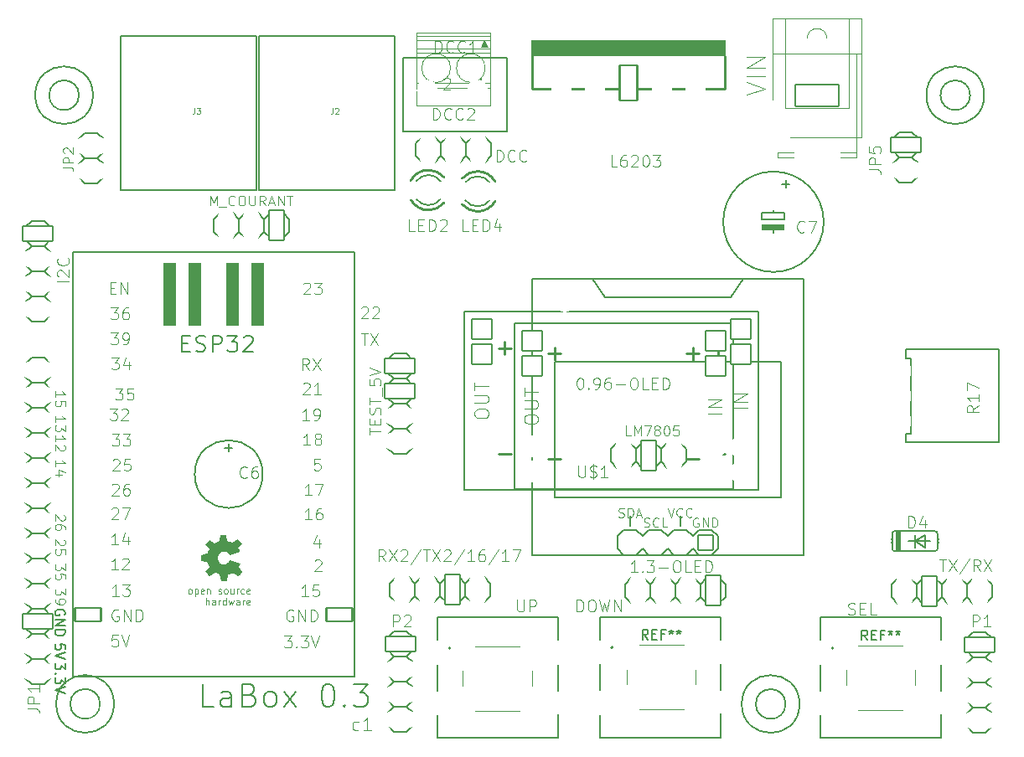
<source format=gto>
G04 #@! TF.GenerationSoftware,KiCad,Pcbnew,8.0.4*
G04 #@! TF.CreationDate,2024-08-22T17:22:31+02:00*
G04 #@! TF.ProjectId,CENTRALE,43454e54-5241-44c4-952e-6b696361645f,rev?*
G04 #@! TF.SameCoordinates,Original*
G04 #@! TF.FileFunction,Legend,Top*
G04 #@! TF.FilePolarity,Positive*
%FSLAX46Y46*%
G04 Gerber Fmt 4.6, Leading zero omitted, Abs format (unit mm)*
G04 Created by KiCad (PCBNEW 8.0.4) date 2024-08-22 17:22:31*
%MOMM*%
%LPD*%
G01*
G04 APERTURE LIST*
G04 Aperture macros list*
%AMRoundRect*
0 Rectangle with rounded corners*
0 $1 Rounding radius*
0 $2 $3 $4 $5 $6 $7 $8 $9 X,Y pos of 4 corners*
0 Add a 4 corners polygon primitive as box body*
4,1,4,$2,$3,$4,$5,$6,$7,$8,$9,$2,$3,0*
0 Add four circle primitives for the rounded corners*
1,1,$1+$1,$2,$3*
1,1,$1+$1,$4,$5*
1,1,$1+$1,$6,$7*
1,1,$1+$1,$8,$9*
0 Add four rect primitives between the rounded corners*
20,1,$1+$1,$2,$3,$4,$5,0*
20,1,$1+$1,$4,$5,$6,$7,0*
20,1,$1+$1,$6,$7,$8,$9,0*
20,1,$1+$1,$8,$9,$2,$3,0*%
%AMFreePoly0*
4,1,25,0.389919,0.742596,0.402042,0.732242,0.732242,0.402042,0.760749,0.346094,0.762000,0.330200,0.762000,-0.330200,0.742596,-0.389919,0.732242,-0.402042,0.402042,-0.732242,0.346094,-0.760749,0.330200,-0.762000,-0.330200,-0.762000,-0.389919,-0.742596,-0.402042,-0.732242,-0.732242,-0.402042,-0.760749,-0.346094,-0.762000,-0.330200,-0.762000,0.330200,-0.742596,0.389919,-0.732242,0.402042,
-0.402042,0.732242,-0.346094,0.760749,-0.330200,0.762000,0.330200,0.762000,0.389919,0.742596,0.389919,0.742596,$1*%
%AMFreePoly1*
4,1,25,0.459769,0.882296,0.471892,0.871942,0.871942,0.471892,0.900449,0.415944,0.901700,0.400050,0.901700,-0.400050,0.882296,-0.459769,0.871942,-0.471892,0.471892,-0.871942,0.415944,-0.900449,0.400050,-0.901700,-0.400050,-0.901700,-0.459769,-0.882296,-0.471892,-0.871942,-0.871942,-0.471892,-0.900449,-0.415944,-0.901700,-0.400050,-0.901700,0.400050,-0.882296,0.459769,-0.871942,0.471892,
-0.471892,0.871942,-0.415944,0.900449,-0.400050,0.901700,0.400050,0.901700,0.459769,0.882296,0.459769,0.882296,$1*%
%AMFreePoly2*
4,1,25,0.478819,0.920396,0.490942,0.910042,0.910042,0.490942,0.938549,0.434994,0.939800,0.419100,0.939800,-0.419100,0.920396,-0.478819,0.910042,-0.490942,0.490942,-0.910042,0.434994,-0.938549,0.419100,-0.939800,-0.419100,-0.939800,-0.478819,-0.920396,-0.490942,-0.910042,-0.910042,-0.490942,-0.938549,-0.434994,-0.939800,-0.419100,-0.939800,0.419100,-0.920396,0.478819,-0.910042,0.490942,
-0.490942,0.910042,-0.434994,0.938549,-0.419100,0.939800,0.419100,0.939800,0.478819,0.920396,0.478819,0.920396,$1*%
%AMFreePoly3*
4,1,25,0.694719,1.352196,0.706842,1.341842,1.341842,0.706842,1.370349,0.650894,1.371600,0.635000,1.371600,-0.635000,1.352196,-0.694719,1.341842,-0.706842,0.706842,-1.341842,0.650894,-1.370349,0.635000,-1.371600,-0.635000,-1.371600,-0.694719,-1.352196,-0.706842,-1.341842,-1.341842,-0.706842,-1.370349,-0.650894,-1.371600,-0.635000,-1.371600,0.635000,-1.352196,0.694719,-1.341842,0.706842,
-0.706842,1.341842,-0.650894,1.370349,-0.635000,1.371600,0.635000,1.371600,0.694719,1.352196,0.694719,1.352196,$1*%
G04 Aperture macros list end*
%ADD10C,0.125000*%
%ADD11C,0.113792*%
%ADD12C,0.187500*%
%ADD13C,0.203200*%
%ADD14C,0.093472*%
%ADD15C,0.091440*%
%ADD16C,0.128238*%
%ADD17C,0.101600*%
%ADD18C,0.089408*%
%ADD19C,0.121920*%
%ADD20C,0.039014*%
%ADD21C,0.150000*%
%ADD22C,0.081280*%
%ADD23C,0.060960*%
%ADD24C,0.200000*%
%ADD25C,0.152400*%
%ADD26C,0.000000*%
%ADD27C,0.100000*%
%ADD28C,0.254000*%
%ADD29C,0.177800*%
%ADD30C,0.127000*%
%ADD31C,0.120000*%
%ADD32C,2.003200*%
%ADD33O,3.251200X1.727200*%
%ADD34RoundRect,0.101600X1.524000X0.762000X-1.524000X0.762000X-1.524000X-0.762000X1.524000X-0.762000X0*%
%ADD35RoundRect,0.101600X-1.524000X-0.762000X1.524000X-0.762000X1.524000X0.762000X-1.524000X0.762000X0*%
%ADD36O,2.844800X1.524000*%
%ADD37RoundRect,0.101600X-1.320800X-0.660400X1.320800X-0.660400X1.320800X0.660400X-1.320800X0.660400X0*%
%ADD38RoundRect,0.101600X-2.184400X-1.092200X2.184400X-1.092200X2.184400X1.092200X-2.184400X1.092200X0*%
%ADD39O,2.387600X4.572000*%
%ADD40O,4.572000X2.387600*%
%ADD41FreePoly0,180.000000*%
%ADD42C,1.803400*%
%ADD43FreePoly1,270.000000*%
%ADD44C,1.903200*%
%ADD45FreePoly2,270.000000*%
%ADD46C,2.800000*%
%ADD47FreePoly0,0.000000*%
%ADD48RoundRect,0.101600X1.000000X1.000000X-1.000000X1.000000X-1.000000X-1.000000X1.000000X-1.000000X0*%
%ADD49C,2.203200*%
%ADD50C,2.743200*%
%ADD51FreePoly3,270.000000*%
%ADD52C,3.251200*%
%ADD53C,2.082800*%
%ADD54C,2.000000*%
%ADD55O,1.727200X3.251200*%
%ADD56RoundRect,0.101600X0.762000X-1.524000X0.762000X1.524000X-0.762000X1.524000X-0.762000X-1.524000X0*%
%ADD57O,2.003200X3.803200*%
%ADD58RoundRect,0.101600X0.900000X-1.800000X0.900000X1.800000X-0.900000X1.800000X-0.900000X-1.800000X0*%
%ADD59RoundRect,0.101600X-0.762000X1.524000X-0.762000X-1.524000X0.762000X-1.524000X0.762000X1.524000X0*%
%ADD60RoundRect,0.101600X0.754000X0.754000X-0.754000X0.754000X-0.754000X-0.754000X0.754000X-0.754000X0*%
%ADD61C,1.711200*%
%ADD62C,2.153200*%
G04 APERTURE END LIST*
D10*
X102628880Y-110344140D02*
X102628880Y-109772712D01*
X102628880Y-110058426D02*
X103628880Y-110058426D01*
X103628880Y-110058426D02*
X103486023Y-109963188D01*
X103486023Y-109963188D02*
X103390785Y-109867950D01*
X103390785Y-109867950D02*
X103343166Y-109772712D01*
X103533642Y-110725093D02*
X103581261Y-110772712D01*
X103581261Y-110772712D02*
X103628880Y-110867950D01*
X103628880Y-110867950D02*
X103628880Y-111106045D01*
X103628880Y-111106045D02*
X103581261Y-111201283D01*
X103581261Y-111201283D02*
X103533642Y-111248902D01*
X103533642Y-111248902D02*
X103438404Y-111296521D01*
X103438404Y-111296521D02*
X103343166Y-111296521D01*
X103343166Y-111296521D02*
X103200309Y-111248902D01*
X103200309Y-111248902D02*
X102628880Y-110677474D01*
X102628880Y-110677474D02*
X102628880Y-111296521D01*
D11*
X133309877Y-139471619D02*
X133185248Y-139533933D01*
X133185248Y-139533933D02*
X132935989Y-139533933D01*
X132935989Y-139533933D02*
X132811360Y-139471619D01*
X132811360Y-139471619D02*
X132749045Y-139409304D01*
X132749045Y-139409304D02*
X132686730Y-139284675D01*
X132686730Y-139284675D02*
X132686730Y-138910787D01*
X132686730Y-138910787D02*
X132749045Y-138786157D01*
X132749045Y-138786157D02*
X132811360Y-138723843D01*
X132811360Y-138723843D02*
X132935989Y-138661528D01*
X132935989Y-138661528D02*
X133185248Y-138661528D01*
X133185248Y-138661528D02*
X133309877Y-138723843D01*
X134556170Y-139533933D02*
X133808394Y-139533933D01*
X134182282Y-139533933D02*
X134182282Y-138225325D01*
X134182282Y-138225325D02*
X134057653Y-138412269D01*
X134057653Y-138412269D02*
X133933024Y-138536899D01*
X133933024Y-138536899D02*
X133808394Y-138599213D01*
D12*
X103632130Y-131337640D02*
X103632130Y-130861450D01*
X103632130Y-130861450D02*
X103155940Y-130813831D01*
X103155940Y-130813831D02*
X103203559Y-130861450D01*
X103203559Y-130861450D02*
X103251178Y-130956688D01*
X103251178Y-130956688D02*
X103251178Y-131194783D01*
X103251178Y-131194783D02*
X103203559Y-131290021D01*
X103203559Y-131290021D02*
X103155940Y-131337640D01*
X103155940Y-131337640D02*
X103060702Y-131385259D01*
X103060702Y-131385259D02*
X102822607Y-131385259D01*
X102822607Y-131385259D02*
X102727369Y-131337640D01*
X102727369Y-131337640D02*
X102679750Y-131290021D01*
X102679750Y-131290021D02*
X102632130Y-131194783D01*
X102632130Y-131194783D02*
X102632130Y-130956688D01*
X102632130Y-130956688D02*
X102679750Y-130861450D01*
X102679750Y-130861450D02*
X102727369Y-130813831D01*
X103632130Y-131670974D02*
X102632130Y-132004307D01*
X102632130Y-132004307D02*
X103632130Y-132337640D01*
D13*
X118633253Y-137174445D02*
X117520491Y-137174445D01*
X117520491Y-137174445D02*
X117520491Y-134837645D01*
X120413672Y-137174445D02*
X120413672Y-135950407D01*
X120413672Y-135950407D02*
X120302396Y-135727854D01*
X120302396Y-135727854D02*
X120079844Y-135616578D01*
X120079844Y-135616578D02*
X119634739Y-135616578D01*
X119634739Y-135616578D02*
X119412186Y-135727854D01*
X120413672Y-137063169D02*
X120191120Y-137174445D01*
X120191120Y-137174445D02*
X119634739Y-137174445D01*
X119634739Y-137174445D02*
X119412186Y-137063169D01*
X119412186Y-137063169D02*
X119300910Y-136840616D01*
X119300910Y-136840616D02*
X119300910Y-136618064D01*
X119300910Y-136618064D02*
X119412186Y-136395511D01*
X119412186Y-136395511D02*
X119634739Y-136284235D01*
X119634739Y-136284235D02*
X120191120Y-136284235D01*
X120191120Y-136284235D02*
X120413672Y-136172959D01*
X122305368Y-135950407D02*
X122639196Y-136061683D01*
X122639196Y-136061683D02*
X122750473Y-136172959D01*
X122750473Y-136172959D02*
X122861749Y-136395511D01*
X122861749Y-136395511D02*
X122861749Y-136729340D01*
X122861749Y-136729340D02*
X122750473Y-136951892D01*
X122750473Y-136951892D02*
X122639196Y-137063169D01*
X122639196Y-137063169D02*
X122416644Y-137174445D01*
X122416644Y-137174445D02*
X121526434Y-137174445D01*
X121526434Y-137174445D02*
X121526434Y-134837645D01*
X121526434Y-134837645D02*
X122305368Y-134837645D01*
X122305368Y-134837645D02*
X122527920Y-134948921D01*
X122527920Y-134948921D02*
X122639196Y-135060197D01*
X122639196Y-135060197D02*
X122750473Y-135282749D01*
X122750473Y-135282749D02*
X122750473Y-135505302D01*
X122750473Y-135505302D02*
X122639196Y-135727854D01*
X122639196Y-135727854D02*
X122527920Y-135839130D01*
X122527920Y-135839130D02*
X122305368Y-135950407D01*
X122305368Y-135950407D02*
X121526434Y-135950407D01*
X124197063Y-137174445D02*
X123974511Y-137063169D01*
X123974511Y-137063169D02*
X123863234Y-136951892D01*
X123863234Y-136951892D02*
X123751958Y-136729340D01*
X123751958Y-136729340D02*
X123751958Y-136061683D01*
X123751958Y-136061683D02*
X123863234Y-135839130D01*
X123863234Y-135839130D02*
X123974511Y-135727854D01*
X123974511Y-135727854D02*
X124197063Y-135616578D01*
X124197063Y-135616578D02*
X124530892Y-135616578D01*
X124530892Y-135616578D02*
X124753444Y-135727854D01*
X124753444Y-135727854D02*
X124864720Y-135839130D01*
X124864720Y-135839130D02*
X124975996Y-136061683D01*
X124975996Y-136061683D02*
X124975996Y-136729340D01*
X124975996Y-136729340D02*
X124864720Y-136951892D01*
X124864720Y-136951892D02*
X124753444Y-137063169D01*
X124753444Y-137063169D02*
X124530892Y-137174445D01*
X124530892Y-137174445D02*
X124197063Y-137174445D01*
X125754930Y-137174445D02*
X126978968Y-135616578D01*
X125754930Y-135616578D02*
X126978968Y-137174445D01*
X130094701Y-134837645D02*
X130317254Y-134837645D01*
X130317254Y-134837645D02*
X130539806Y-134948921D01*
X130539806Y-134948921D02*
X130651082Y-135060197D01*
X130651082Y-135060197D02*
X130762358Y-135282749D01*
X130762358Y-135282749D02*
X130873635Y-135727854D01*
X130873635Y-135727854D02*
X130873635Y-136284235D01*
X130873635Y-136284235D02*
X130762358Y-136729340D01*
X130762358Y-136729340D02*
X130651082Y-136951892D01*
X130651082Y-136951892D02*
X130539806Y-137063169D01*
X130539806Y-137063169D02*
X130317254Y-137174445D01*
X130317254Y-137174445D02*
X130094701Y-137174445D01*
X130094701Y-137174445D02*
X129872149Y-137063169D01*
X129872149Y-137063169D02*
X129760873Y-136951892D01*
X129760873Y-136951892D02*
X129649596Y-136729340D01*
X129649596Y-136729340D02*
X129538320Y-136284235D01*
X129538320Y-136284235D02*
X129538320Y-135727854D01*
X129538320Y-135727854D02*
X129649596Y-135282749D01*
X129649596Y-135282749D02*
X129760873Y-135060197D01*
X129760873Y-135060197D02*
X129872149Y-134948921D01*
X129872149Y-134948921D02*
X130094701Y-134837645D01*
X131875120Y-136951892D02*
X131986397Y-137063169D01*
X131986397Y-137063169D02*
X131875120Y-137174445D01*
X131875120Y-137174445D02*
X131763844Y-137063169D01*
X131763844Y-137063169D02*
X131875120Y-136951892D01*
X131875120Y-136951892D02*
X131875120Y-137174445D01*
X132765330Y-134837645D02*
X134211921Y-134837645D01*
X134211921Y-134837645D02*
X133432987Y-135727854D01*
X133432987Y-135727854D02*
X133766816Y-135727854D01*
X133766816Y-135727854D02*
X133989368Y-135839130D01*
X133989368Y-135839130D02*
X134100644Y-135950407D01*
X134100644Y-135950407D02*
X134211921Y-136172959D01*
X134211921Y-136172959D02*
X134211921Y-136729340D01*
X134211921Y-136729340D02*
X134100644Y-136951892D01*
X134100644Y-136951892D02*
X133989368Y-137063169D01*
X133989368Y-137063169D02*
X133766816Y-137174445D01*
X133766816Y-137174445D02*
X133099159Y-137174445D01*
X133099159Y-137174445D02*
X132876606Y-137063169D01*
X132876606Y-137063169D02*
X132765330Y-136951892D01*
D10*
X102628880Y-112844140D02*
X102628880Y-112272712D01*
X102628880Y-112558426D02*
X103628880Y-112558426D01*
X103628880Y-112558426D02*
X103486023Y-112463188D01*
X103486023Y-112463188D02*
X103390785Y-112367950D01*
X103390785Y-112367950D02*
X103343166Y-112272712D01*
X103295547Y-113701283D02*
X102628880Y-113701283D01*
X103676500Y-113463188D02*
X102962214Y-113225093D01*
X102962214Y-113225093D02*
X102962214Y-113844140D01*
X103533642Y-117772712D02*
X103581261Y-117820331D01*
X103581261Y-117820331D02*
X103628880Y-117915569D01*
X103628880Y-117915569D02*
X103628880Y-118153664D01*
X103628880Y-118153664D02*
X103581261Y-118248902D01*
X103581261Y-118248902D02*
X103533642Y-118296521D01*
X103533642Y-118296521D02*
X103438404Y-118344140D01*
X103438404Y-118344140D02*
X103343166Y-118344140D01*
X103343166Y-118344140D02*
X103200309Y-118296521D01*
X103200309Y-118296521D02*
X102628880Y-117725093D01*
X102628880Y-117725093D02*
X102628880Y-118344140D01*
X103628880Y-119201283D02*
X103628880Y-119010807D01*
X103628880Y-119010807D02*
X103581261Y-118915569D01*
X103581261Y-118915569D02*
X103533642Y-118867950D01*
X103533642Y-118867950D02*
X103390785Y-118772712D01*
X103390785Y-118772712D02*
X103200309Y-118725093D01*
X103200309Y-118725093D02*
X102819357Y-118725093D01*
X102819357Y-118725093D02*
X102724119Y-118772712D01*
X102724119Y-118772712D02*
X102676500Y-118820331D01*
X102676500Y-118820331D02*
X102628880Y-118915569D01*
X102628880Y-118915569D02*
X102628880Y-119106045D01*
X102628880Y-119106045D02*
X102676500Y-119201283D01*
X102676500Y-119201283D02*
X102724119Y-119248902D01*
X102724119Y-119248902D02*
X102819357Y-119296521D01*
X102819357Y-119296521D02*
X103057452Y-119296521D01*
X103057452Y-119296521D02*
X103152690Y-119248902D01*
X103152690Y-119248902D02*
X103200309Y-119201283D01*
X103200309Y-119201283D02*
X103247928Y-119106045D01*
X103247928Y-119106045D02*
X103247928Y-118915569D01*
X103247928Y-118915569D02*
X103200309Y-118820331D01*
X103200309Y-118820331D02*
X103152690Y-118772712D01*
X103152690Y-118772712D02*
X103057452Y-118725093D01*
X102628880Y-108344140D02*
X102628880Y-107772712D01*
X102628880Y-108058426D02*
X103628880Y-108058426D01*
X103628880Y-108058426D02*
X103486023Y-107963188D01*
X103486023Y-107963188D02*
X103390785Y-107867950D01*
X103390785Y-107867950D02*
X103343166Y-107772712D01*
X103628880Y-108677474D02*
X103628880Y-109296521D01*
X103628880Y-109296521D02*
X103247928Y-108963188D01*
X103247928Y-108963188D02*
X103247928Y-109106045D01*
X103247928Y-109106045D02*
X103200309Y-109201283D01*
X103200309Y-109201283D02*
X103152690Y-109248902D01*
X103152690Y-109248902D02*
X103057452Y-109296521D01*
X103057452Y-109296521D02*
X102819357Y-109296521D01*
X102819357Y-109296521D02*
X102724119Y-109248902D01*
X102724119Y-109248902D02*
X102676500Y-109201283D01*
X102676500Y-109201283D02*
X102628880Y-109106045D01*
X102628880Y-109106045D02*
X102628880Y-108820331D01*
X102628880Y-108820331D02*
X102676500Y-108725093D01*
X102676500Y-108725093D02*
X102724119Y-108677474D01*
D12*
X103632130Y-132766212D02*
X103632130Y-133385259D01*
X103632130Y-133385259D02*
X103251178Y-133051926D01*
X103251178Y-133051926D02*
X103251178Y-133194783D01*
X103251178Y-133194783D02*
X103203559Y-133290021D01*
X103203559Y-133290021D02*
X103155940Y-133337640D01*
X103155940Y-133337640D02*
X103060702Y-133385259D01*
X103060702Y-133385259D02*
X102822607Y-133385259D01*
X102822607Y-133385259D02*
X102727369Y-133337640D01*
X102727369Y-133337640D02*
X102679750Y-133290021D01*
X102679750Y-133290021D02*
X102632130Y-133194783D01*
X102632130Y-133194783D02*
X102632130Y-132909069D01*
X102632130Y-132909069D02*
X102679750Y-132813831D01*
X102679750Y-132813831D02*
X102727369Y-132766212D01*
X102727369Y-133813831D02*
X102679750Y-133861450D01*
X102679750Y-133861450D02*
X102632130Y-133813831D01*
X102632130Y-133813831D02*
X102679750Y-133766212D01*
X102679750Y-133766212D02*
X102727369Y-133813831D01*
X102727369Y-133813831D02*
X102632130Y-133813831D01*
X103632130Y-134194783D02*
X103632130Y-134813830D01*
X103632130Y-134813830D02*
X103251178Y-134480497D01*
X103251178Y-134480497D02*
X103251178Y-134623354D01*
X103251178Y-134623354D02*
X103203559Y-134718592D01*
X103203559Y-134718592D02*
X103155940Y-134766211D01*
X103155940Y-134766211D02*
X103060702Y-134813830D01*
X103060702Y-134813830D02*
X102822607Y-134813830D01*
X102822607Y-134813830D02*
X102727369Y-134766211D01*
X102727369Y-134766211D02*
X102679750Y-134718592D01*
X102679750Y-134718592D02*
X102632130Y-134623354D01*
X102632130Y-134623354D02*
X102632130Y-134337640D01*
X102632130Y-134337640D02*
X102679750Y-134242402D01*
X102679750Y-134242402D02*
X102727369Y-134194783D01*
X103632130Y-135099545D02*
X102632130Y-135432878D01*
X102632130Y-135432878D02*
X103632130Y-135766211D01*
D10*
X102628880Y-105844140D02*
X102628880Y-105272712D01*
X102628880Y-105558426D02*
X103628880Y-105558426D01*
X103628880Y-105558426D02*
X103486023Y-105463188D01*
X103486023Y-105463188D02*
X103390785Y-105367950D01*
X103390785Y-105367950D02*
X103343166Y-105272712D01*
X103628880Y-106748902D02*
X103628880Y-106272712D01*
X103628880Y-106272712D02*
X103152690Y-106225093D01*
X103152690Y-106225093D02*
X103200309Y-106272712D01*
X103200309Y-106272712D02*
X103247928Y-106367950D01*
X103247928Y-106367950D02*
X103247928Y-106606045D01*
X103247928Y-106606045D02*
X103200309Y-106701283D01*
X103200309Y-106701283D02*
X103152690Y-106748902D01*
X103152690Y-106748902D02*
X103057452Y-106796521D01*
X103057452Y-106796521D02*
X102819357Y-106796521D01*
X102819357Y-106796521D02*
X102724119Y-106748902D01*
X102724119Y-106748902D02*
X102676500Y-106701283D01*
X102676500Y-106701283D02*
X102628880Y-106606045D01*
X102628880Y-106606045D02*
X102628880Y-106367950D01*
X102628880Y-106367950D02*
X102676500Y-106272712D01*
X102676500Y-106272712D02*
X102724119Y-106225093D01*
X103533642Y-120272712D02*
X103581261Y-120320331D01*
X103581261Y-120320331D02*
X103628880Y-120415569D01*
X103628880Y-120415569D02*
X103628880Y-120653664D01*
X103628880Y-120653664D02*
X103581261Y-120748902D01*
X103581261Y-120748902D02*
X103533642Y-120796521D01*
X103533642Y-120796521D02*
X103438404Y-120844140D01*
X103438404Y-120844140D02*
X103343166Y-120844140D01*
X103343166Y-120844140D02*
X103200309Y-120796521D01*
X103200309Y-120796521D02*
X102628880Y-120225093D01*
X102628880Y-120225093D02*
X102628880Y-120844140D01*
X103628880Y-121748902D02*
X103628880Y-121272712D01*
X103628880Y-121272712D02*
X103152690Y-121225093D01*
X103152690Y-121225093D02*
X103200309Y-121272712D01*
X103200309Y-121272712D02*
X103247928Y-121367950D01*
X103247928Y-121367950D02*
X103247928Y-121606045D01*
X103247928Y-121606045D02*
X103200309Y-121701283D01*
X103200309Y-121701283D02*
X103152690Y-121748902D01*
X103152690Y-121748902D02*
X103057452Y-121796521D01*
X103057452Y-121796521D02*
X102819357Y-121796521D01*
X102819357Y-121796521D02*
X102724119Y-121748902D01*
X102724119Y-121748902D02*
X102676500Y-121701283D01*
X102676500Y-121701283D02*
X102628880Y-121606045D01*
X102628880Y-121606045D02*
X102628880Y-121367950D01*
X102628880Y-121367950D02*
X102676500Y-121272712D01*
X102676500Y-121272712D02*
X102724119Y-121225093D01*
X103628880Y-122725093D02*
X103628880Y-123344140D01*
X103628880Y-123344140D02*
X103247928Y-123010807D01*
X103247928Y-123010807D02*
X103247928Y-123153664D01*
X103247928Y-123153664D02*
X103200309Y-123248902D01*
X103200309Y-123248902D02*
X103152690Y-123296521D01*
X103152690Y-123296521D02*
X103057452Y-123344140D01*
X103057452Y-123344140D02*
X102819357Y-123344140D01*
X102819357Y-123344140D02*
X102724119Y-123296521D01*
X102724119Y-123296521D02*
X102676500Y-123248902D01*
X102676500Y-123248902D02*
X102628880Y-123153664D01*
X102628880Y-123153664D02*
X102628880Y-122867950D01*
X102628880Y-122867950D02*
X102676500Y-122772712D01*
X102676500Y-122772712D02*
X102724119Y-122725093D01*
X103628880Y-124248902D02*
X103628880Y-123772712D01*
X103628880Y-123772712D02*
X103152690Y-123725093D01*
X103152690Y-123725093D02*
X103200309Y-123772712D01*
X103200309Y-123772712D02*
X103247928Y-123867950D01*
X103247928Y-123867950D02*
X103247928Y-124106045D01*
X103247928Y-124106045D02*
X103200309Y-124201283D01*
X103200309Y-124201283D02*
X103152690Y-124248902D01*
X103152690Y-124248902D02*
X103057452Y-124296521D01*
X103057452Y-124296521D02*
X102819357Y-124296521D01*
X102819357Y-124296521D02*
X102724119Y-124248902D01*
X102724119Y-124248902D02*
X102676500Y-124201283D01*
X102676500Y-124201283D02*
X102628880Y-124106045D01*
X102628880Y-124106045D02*
X102628880Y-123867950D01*
X102628880Y-123867950D02*
X102676500Y-123772712D01*
X102676500Y-123772712D02*
X102724119Y-123725093D01*
X103628880Y-125225093D02*
X103628880Y-125844140D01*
X103628880Y-125844140D02*
X103247928Y-125510807D01*
X103247928Y-125510807D02*
X103247928Y-125653664D01*
X103247928Y-125653664D02*
X103200309Y-125748902D01*
X103200309Y-125748902D02*
X103152690Y-125796521D01*
X103152690Y-125796521D02*
X103057452Y-125844140D01*
X103057452Y-125844140D02*
X102819357Y-125844140D01*
X102819357Y-125844140D02*
X102724119Y-125796521D01*
X102724119Y-125796521D02*
X102676500Y-125748902D01*
X102676500Y-125748902D02*
X102628880Y-125653664D01*
X102628880Y-125653664D02*
X102628880Y-125367950D01*
X102628880Y-125367950D02*
X102676500Y-125272712D01*
X102676500Y-125272712D02*
X102724119Y-125225093D01*
X102628880Y-126320331D02*
X102628880Y-126510807D01*
X102628880Y-126510807D02*
X102676500Y-126606045D01*
X102676500Y-126606045D02*
X102724119Y-126653664D01*
X102724119Y-126653664D02*
X102866976Y-126748902D01*
X102866976Y-126748902D02*
X103057452Y-126796521D01*
X103057452Y-126796521D02*
X103438404Y-126796521D01*
X103438404Y-126796521D02*
X103533642Y-126748902D01*
X103533642Y-126748902D02*
X103581261Y-126701283D01*
X103581261Y-126701283D02*
X103628880Y-126606045D01*
X103628880Y-126606045D02*
X103628880Y-126415569D01*
X103628880Y-126415569D02*
X103581261Y-126320331D01*
X103581261Y-126320331D02*
X103533642Y-126272712D01*
X103533642Y-126272712D02*
X103438404Y-126225093D01*
X103438404Y-126225093D02*
X103200309Y-126225093D01*
X103200309Y-126225093D02*
X103105071Y-126272712D01*
X103105071Y-126272712D02*
X103057452Y-126320331D01*
X103057452Y-126320331D02*
X103009833Y-126415569D01*
X103009833Y-126415569D02*
X103009833Y-126606045D01*
X103009833Y-126606045D02*
X103057452Y-126701283D01*
X103057452Y-126701283D02*
X103105071Y-126748902D01*
X103105071Y-126748902D02*
X103200309Y-126796521D01*
D12*
X103584511Y-127885259D02*
X103632130Y-127790021D01*
X103632130Y-127790021D02*
X103632130Y-127647164D01*
X103632130Y-127647164D02*
X103584511Y-127504307D01*
X103584511Y-127504307D02*
X103489273Y-127409069D01*
X103489273Y-127409069D02*
X103394035Y-127361450D01*
X103394035Y-127361450D02*
X103203559Y-127313831D01*
X103203559Y-127313831D02*
X103060702Y-127313831D01*
X103060702Y-127313831D02*
X102870226Y-127361450D01*
X102870226Y-127361450D02*
X102774988Y-127409069D01*
X102774988Y-127409069D02*
X102679750Y-127504307D01*
X102679750Y-127504307D02*
X102632130Y-127647164D01*
X102632130Y-127647164D02*
X102632130Y-127742402D01*
X102632130Y-127742402D02*
X102679750Y-127885259D01*
X102679750Y-127885259D02*
X102727369Y-127932878D01*
X102727369Y-127932878D02*
X103060702Y-127932878D01*
X103060702Y-127932878D02*
X103060702Y-127742402D01*
X102632130Y-128361450D02*
X103632130Y-128361450D01*
X103632130Y-128361450D02*
X102632130Y-128932878D01*
X102632130Y-128932878D02*
X103632130Y-128932878D01*
X102632130Y-129409069D02*
X103632130Y-129409069D01*
X103632130Y-129409069D02*
X103632130Y-129647164D01*
X103632130Y-129647164D02*
X103584511Y-129790021D01*
X103584511Y-129790021D02*
X103489273Y-129885259D01*
X103489273Y-129885259D02*
X103394035Y-129932878D01*
X103394035Y-129932878D02*
X103203559Y-129980497D01*
X103203559Y-129980497D02*
X103060702Y-129980497D01*
X103060702Y-129980497D02*
X102870226Y-129932878D01*
X102870226Y-129932878D02*
X102774988Y-129885259D01*
X102774988Y-129885259D02*
X102679750Y-129790021D01*
X102679750Y-129790021D02*
X102632130Y-129647164D01*
X102632130Y-129647164D02*
X102632130Y-129409069D01*
D14*
X155341619Y-127539424D02*
X155341619Y-126362896D01*
X155341619Y-126362896D02*
X155621745Y-126362896D01*
X155621745Y-126362896D02*
X155789820Y-126418921D01*
X155789820Y-126418921D02*
X155901871Y-126530971D01*
X155901871Y-126530971D02*
X155957896Y-126643021D01*
X155957896Y-126643021D02*
X156013921Y-126867122D01*
X156013921Y-126867122D02*
X156013921Y-127035197D01*
X156013921Y-127035197D02*
X155957896Y-127259298D01*
X155957896Y-127259298D02*
X155901871Y-127371348D01*
X155901871Y-127371348D02*
X155789820Y-127483399D01*
X155789820Y-127483399D02*
X155621745Y-127539424D01*
X155621745Y-127539424D02*
X155341619Y-127539424D01*
X156742248Y-126362896D02*
X156966348Y-126362896D01*
X156966348Y-126362896D02*
X157078399Y-126418921D01*
X157078399Y-126418921D02*
X157190449Y-126530971D01*
X157190449Y-126530971D02*
X157246474Y-126755072D01*
X157246474Y-126755072D02*
X157246474Y-127147248D01*
X157246474Y-127147248D02*
X157190449Y-127371348D01*
X157190449Y-127371348D02*
X157078399Y-127483399D01*
X157078399Y-127483399D02*
X156966348Y-127539424D01*
X156966348Y-127539424D02*
X156742248Y-127539424D01*
X156742248Y-127539424D02*
X156630198Y-127483399D01*
X156630198Y-127483399D02*
X156518147Y-127371348D01*
X156518147Y-127371348D02*
X156462122Y-127147248D01*
X156462122Y-127147248D02*
X156462122Y-126755072D01*
X156462122Y-126755072D02*
X156518147Y-126530971D01*
X156518147Y-126530971D02*
X156630198Y-126418921D01*
X156630198Y-126418921D02*
X156742248Y-126362896D01*
X157638650Y-126362896D02*
X157918776Y-127539424D01*
X157918776Y-127539424D02*
X158142876Y-126699047D01*
X158142876Y-126699047D02*
X158366977Y-127539424D01*
X158366977Y-127539424D02*
X158647103Y-126362896D01*
X159095303Y-127539424D02*
X159095303Y-126362896D01*
X159095303Y-126362896D02*
X159767605Y-127539424D01*
X159767605Y-127539424D02*
X159767605Y-126362896D01*
X149341619Y-126362896D02*
X149341619Y-127315323D01*
X149341619Y-127315323D02*
X149397644Y-127427373D01*
X149397644Y-127427373D02*
X149453670Y-127483399D01*
X149453670Y-127483399D02*
X149565720Y-127539424D01*
X149565720Y-127539424D02*
X149789820Y-127539424D01*
X149789820Y-127539424D02*
X149901871Y-127483399D01*
X149901871Y-127483399D02*
X149957896Y-127427373D01*
X149957896Y-127427373D02*
X150013921Y-127315323D01*
X150013921Y-127315323D02*
X150013921Y-126362896D01*
X150574172Y-127539424D02*
X150574172Y-126362896D01*
X150574172Y-126362896D02*
X151022373Y-126362896D01*
X151022373Y-126362896D02*
X151134424Y-126418921D01*
X151134424Y-126418921D02*
X151190449Y-126474946D01*
X151190449Y-126474946D02*
X151246474Y-126586996D01*
X151246474Y-126586996D02*
X151246474Y-126755072D01*
X151246474Y-126755072D02*
X151190449Y-126867122D01*
X151190449Y-126867122D02*
X151134424Y-126923147D01*
X151134424Y-126923147D02*
X151022373Y-126979172D01*
X151022373Y-126979172D02*
X150574172Y-126979172D01*
D15*
X184861909Y-82846502D02*
X185703738Y-82846502D01*
X185703738Y-82846502D02*
X185872104Y-82902623D01*
X185872104Y-82902623D02*
X185984348Y-83014867D01*
X185984348Y-83014867D02*
X186040469Y-83183233D01*
X186040469Y-83183233D02*
X186040469Y-83295477D01*
X186040469Y-82285283D02*
X184861909Y-82285283D01*
X184861909Y-82285283D02*
X184861909Y-81836308D01*
X184861909Y-81836308D02*
X184918031Y-81724064D01*
X184918031Y-81724064D02*
X184974153Y-81667942D01*
X184974153Y-81667942D02*
X185086397Y-81611820D01*
X185086397Y-81611820D02*
X185254763Y-81611820D01*
X185254763Y-81611820D02*
X185367007Y-81667942D01*
X185367007Y-81667942D02*
X185423128Y-81724064D01*
X185423128Y-81724064D02*
X185479250Y-81836308D01*
X185479250Y-81836308D02*
X185479250Y-82285283D01*
X184861909Y-80545504D02*
X184861909Y-81106723D01*
X184861909Y-81106723D02*
X185423128Y-81162845D01*
X185423128Y-81162845D02*
X185367007Y-81106723D01*
X185367007Y-81106723D02*
X185310885Y-80994479D01*
X185310885Y-80994479D02*
X185310885Y-80713870D01*
X185310885Y-80713870D02*
X185367007Y-80601626D01*
X185367007Y-80601626D02*
X185423128Y-80545504D01*
X185423128Y-80545504D02*
X185535372Y-80489382D01*
X185535372Y-80489382D02*
X185815982Y-80489382D01*
X185815982Y-80489382D02*
X185928226Y-80545504D01*
X185928226Y-80545504D02*
X185984348Y-80601626D01*
X185984348Y-80601626D02*
X186040469Y-80713870D01*
X186040469Y-80713870D02*
X186040469Y-80994479D01*
X186040469Y-80994479D02*
X185984348Y-81106723D01*
X185984348Y-81106723D02*
X185928226Y-81162845D01*
X134361909Y-109662284D02*
X134361909Y-108988821D01*
X135540469Y-109325552D02*
X134361909Y-109325552D01*
X134923128Y-108595968D02*
X134923128Y-108203115D01*
X135540469Y-108034749D02*
X135540469Y-108595968D01*
X135540469Y-108595968D02*
X134361909Y-108595968D01*
X134361909Y-108595968D02*
X134361909Y-108034749D01*
X135484348Y-107585774D02*
X135540469Y-107417408D01*
X135540469Y-107417408D02*
X135540469Y-107136799D01*
X135540469Y-107136799D02*
X135484348Y-107024555D01*
X135484348Y-107024555D02*
X135428226Y-106968433D01*
X135428226Y-106968433D02*
X135315982Y-106912311D01*
X135315982Y-106912311D02*
X135203738Y-106912311D01*
X135203738Y-106912311D02*
X135091494Y-106968433D01*
X135091494Y-106968433D02*
X135035372Y-107024555D01*
X135035372Y-107024555D02*
X134979250Y-107136799D01*
X134979250Y-107136799D02*
X134923128Y-107361286D01*
X134923128Y-107361286D02*
X134867007Y-107473530D01*
X134867007Y-107473530D02*
X134810885Y-107529652D01*
X134810885Y-107529652D02*
X134698641Y-107585774D01*
X134698641Y-107585774D02*
X134586397Y-107585774D01*
X134586397Y-107585774D02*
X134474153Y-107529652D01*
X134474153Y-107529652D02*
X134418031Y-107473530D01*
X134418031Y-107473530D02*
X134361909Y-107361286D01*
X134361909Y-107361286D02*
X134361909Y-107080677D01*
X134361909Y-107080677D02*
X134418031Y-106912311D01*
X134361909Y-106575580D02*
X134361909Y-105902117D01*
X135540469Y-106238848D02*
X134361909Y-106238848D01*
X135652713Y-105789874D02*
X135652713Y-104891923D01*
X134361909Y-104050095D02*
X134361909Y-104611314D01*
X134361909Y-104611314D02*
X134923128Y-104667436D01*
X134923128Y-104667436D02*
X134867007Y-104611314D01*
X134867007Y-104611314D02*
X134810885Y-104499070D01*
X134810885Y-104499070D02*
X134810885Y-104218461D01*
X134810885Y-104218461D02*
X134867007Y-104106217D01*
X134867007Y-104106217D02*
X134923128Y-104050095D01*
X134923128Y-104050095D02*
X135035372Y-103993973D01*
X135035372Y-103993973D02*
X135315982Y-103993973D01*
X135315982Y-103993973D02*
X135428226Y-104050095D01*
X135428226Y-104050095D02*
X135484348Y-104106217D01*
X135484348Y-104106217D02*
X135540469Y-104218461D01*
X135540469Y-104218461D02*
X135540469Y-104499070D01*
X135540469Y-104499070D02*
X135484348Y-104611314D01*
X135484348Y-104611314D02*
X135428226Y-104667436D01*
X134361909Y-103657242D02*
X135540469Y-103264388D01*
X135540469Y-103264388D02*
X134361909Y-102871535D01*
X195340766Y-129064469D02*
X195340766Y-127885909D01*
X195340766Y-127885909D02*
X195789741Y-127885909D01*
X195789741Y-127885909D02*
X195901985Y-127942031D01*
X195901985Y-127942031D02*
X195958107Y-127998153D01*
X195958107Y-127998153D02*
X196014229Y-128110397D01*
X196014229Y-128110397D02*
X196014229Y-128278763D01*
X196014229Y-128278763D02*
X195958107Y-128391007D01*
X195958107Y-128391007D02*
X195901985Y-128447128D01*
X195901985Y-128447128D02*
X195789741Y-128503250D01*
X195789741Y-128503250D02*
X195340766Y-128503250D01*
X197136667Y-129064469D02*
X196463204Y-129064469D01*
X196799936Y-129064469D02*
X196799936Y-127885909D01*
X196799936Y-127885909D02*
X196687692Y-128054275D01*
X196687692Y-128054275D02*
X196575448Y-128166519D01*
X196575448Y-128166519D02*
X196463204Y-128222641D01*
D16*
X115477901Y-100416192D02*
X116028848Y-100416192D01*
X116264969Y-101281967D02*
X115477901Y-101281967D01*
X115477901Y-101281967D02*
X115477901Y-99629124D01*
X115477901Y-99629124D02*
X116264969Y-99629124D01*
X116894623Y-101203261D02*
X117130743Y-101281967D01*
X117130743Y-101281967D02*
X117524277Y-101281967D01*
X117524277Y-101281967D02*
X117681691Y-101203261D01*
X117681691Y-101203261D02*
X117760398Y-101124554D01*
X117760398Y-101124554D02*
X117839104Y-100967140D01*
X117839104Y-100967140D02*
X117839104Y-100809726D01*
X117839104Y-100809726D02*
X117760398Y-100652313D01*
X117760398Y-100652313D02*
X117681691Y-100573606D01*
X117681691Y-100573606D02*
X117524277Y-100494899D01*
X117524277Y-100494899D02*
X117209450Y-100416192D01*
X117209450Y-100416192D02*
X117052036Y-100337486D01*
X117052036Y-100337486D02*
X116973330Y-100258779D01*
X116973330Y-100258779D02*
X116894623Y-100101365D01*
X116894623Y-100101365D02*
X116894623Y-99943952D01*
X116894623Y-99943952D02*
X116973330Y-99786538D01*
X116973330Y-99786538D02*
X117052036Y-99707831D01*
X117052036Y-99707831D02*
X117209450Y-99629124D01*
X117209450Y-99629124D02*
X117602984Y-99629124D01*
X117602984Y-99629124D02*
X117839104Y-99707831D01*
X118547466Y-101281967D02*
X118547466Y-99629124D01*
X118547466Y-99629124D02*
X119177120Y-99629124D01*
X119177120Y-99629124D02*
X119334534Y-99707831D01*
X119334534Y-99707831D02*
X119413240Y-99786538D01*
X119413240Y-99786538D02*
X119491947Y-99943952D01*
X119491947Y-99943952D02*
X119491947Y-100180072D01*
X119491947Y-100180072D02*
X119413240Y-100337486D01*
X119413240Y-100337486D02*
X119334534Y-100416192D01*
X119334534Y-100416192D02*
X119177120Y-100494899D01*
X119177120Y-100494899D02*
X118547466Y-100494899D01*
X120042895Y-99629124D02*
X121066083Y-99629124D01*
X121066083Y-99629124D02*
X120515136Y-100258779D01*
X120515136Y-100258779D02*
X120751256Y-100258779D01*
X120751256Y-100258779D02*
X120908670Y-100337486D01*
X120908670Y-100337486D02*
X120987377Y-100416192D01*
X120987377Y-100416192D02*
X121066083Y-100573606D01*
X121066083Y-100573606D02*
X121066083Y-100967140D01*
X121066083Y-100967140D02*
X120987377Y-101124554D01*
X120987377Y-101124554D02*
X120908670Y-101203261D01*
X120908670Y-101203261D02*
X120751256Y-101281967D01*
X120751256Y-101281967D02*
X120279015Y-101281967D01*
X120279015Y-101281967D02*
X120121602Y-101203261D01*
X120121602Y-101203261D02*
X120042895Y-101124554D01*
X121695738Y-99786538D02*
X121774445Y-99707831D01*
X121774445Y-99707831D02*
X121931858Y-99629124D01*
X121931858Y-99629124D02*
X122325392Y-99629124D01*
X122325392Y-99629124D02*
X122482806Y-99707831D01*
X122482806Y-99707831D02*
X122561513Y-99786538D01*
X122561513Y-99786538D02*
X122640219Y-99943952D01*
X122640219Y-99943952D02*
X122640219Y-100101365D01*
X122640219Y-100101365D02*
X122561513Y-100337486D01*
X122561513Y-100337486D02*
X121617031Y-101281967D01*
X121617031Y-101281967D02*
X122640219Y-101281967D01*
D17*
X133589393Y-96843621D02*
X133645031Y-96787983D01*
X133645031Y-96787983D02*
X133756307Y-96732345D01*
X133756307Y-96732345D02*
X134034498Y-96732345D01*
X134034498Y-96732345D02*
X134145774Y-96787983D01*
X134145774Y-96787983D02*
X134201412Y-96843621D01*
X134201412Y-96843621D02*
X134257050Y-96954897D01*
X134257050Y-96954897D02*
X134257050Y-97066173D01*
X134257050Y-97066173D02*
X134201412Y-97233087D01*
X134201412Y-97233087D02*
X133533755Y-97900745D01*
X133533755Y-97900745D02*
X134257050Y-97900745D01*
X134702155Y-96843621D02*
X134757793Y-96787983D01*
X134757793Y-96787983D02*
X134869069Y-96732345D01*
X134869069Y-96732345D02*
X135147260Y-96732345D01*
X135147260Y-96732345D02*
X135258536Y-96787983D01*
X135258536Y-96787983D02*
X135314174Y-96843621D01*
X135314174Y-96843621D02*
X135369812Y-96954897D01*
X135369812Y-96954897D02*
X135369812Y-97066173D01*
X135369812Y-97066173D02*
X135314174Y-97233087D01*
X135314174Y-97233087D02*
X134646517Y-97900745D01*
X134646517Y-97900745D02*
X135369812Y-97900745D01*
X108340945Y-101880450D02*
X109064240Y-101880450D01*
X109064240Y-101880450D02*
X108674773Y-102325554D01*
X108674773Y-102325554D02*
X108841688Y-102325554D01*
X108841688Y-102325554D02*
X108952964Y-102381192D01*
X108952964Y-102381192D02*
X109008602Y-102436831D01*
X109008602Y-102436831D02*
X109064240Y-102548107D01*
X109064240Y-102548107D02*
X109064240Y-102826297D01*
X109064240Y-102826297D02*
X109008602Y-102937573D01*
X109008602Y-102937573D02*
X108952964Y-102993212D01*
X108952964Y-102993212D02*
X108841688Y-103048850D01*
X108841688Y-103048850D02*
X108507859Y-103048850D01*
X108507859Y-103048850D02*
X108396583Y-102993212D01*
X108396583Y-102993212D02*
X108340945Y-102937573D01*
X110065726Y-102269916D02*
X110065726Y-103048850D01*
X109787535Y-101824812D02*
X109509345Y-102659383D01*
X109509345Y-102659383D02*
X110232640Y-102659383D01*
X108986332Y-120773033D02*
X108318675Y-120773033D01*
X108652503Y-120773033D02*
X108652503Y-119604633D01*
X108652503Y-119604633D02*
X108541227Y-119771547D01*
X108541227Y-119771547D02*
X108429951Y-119882823D01*
X108429951Y-119882823D02*
X108318675Y-119938461D01*
X109987818Y-119994099D02*
X109987818Y-120773033D01*
X109709627Y-119548995D02*
X109431437Y-120383566D01*
X109431437Y-120383566D02*
X110154732Y-120383566D01*
X108986332Y-123305059D02*
X108318675Y-123305059D01*
X108652503Y-123305059D02*
X108652503Y-122136659D01*
X108652503Y-122136659D02*
X108541227Y-122303573D01*
X108541227Y-122303573D02*
X108429951Y-122414849D01*
X108429951Y-122414849D02*
X108318675Y-122470487D01*
X109431437Y-122247935D02*
X109487075Y-122192297D01*
X109487075Y-122192297D02*
X109598351Y-122136659D01*
X109598351Y-122136659D02*
X109876542Y-122136659D01*
X109876542Y-122136659D02*
X109987818Y-122192297D01*
X109987818Y-122192297D02*
X110043456Y-122247935D01*
X110043456Y-122247935D02*
X110099094Y-122359211D01*
X110099094Y-122359211D02*
X110099094Y-122470487D01*
X110099094Y-122470487D02*
X110043456Y-122637401D01*
X110043456Y-122637401D02*
X109375799Y-123305059D01*
X109375799Y-123305059D02*
X110099094Y-123305059D01*
X127687825Y-104498131D02*
X127743463Y-104442493D01*
X127743463Y-104442493D02*
X127854739Y-104386855D01*
X127854739Y-104386855D02*
X128132930Y-104386855D01*
X128132930Y-104386855D02*
X128244206Y-104442493D01*
X128244206Y-104442493D02*
X128299844Y-104498131D01*
X128299844Y-104498131D02*
X128355482Y-104609407D01*
X128355482Y-104609407D02*
X128355482Y-104720683D01*
X128355482Y-104720683D02*
X128299844Y-104887597D01*
X128299844Y-104887597D02*
X127632187Y-105555255D01*
X127632187Y-105555255D02*
X128355482Y-105555255D01*
X129468244Y-105555255D02*
X128800587Y-105555255D01*
X129134415Y-105555255D02*
X129134415Y-104386855D01*
X129134415Y-104386855D02*
X129023139Y-104553769D01*
X129023139Y-104553769D02*
X128911863Y-104665045D01*
X128911863Y-104665045D02*
X128800587Y-104720683D01*
X108969648Y-129888554D02*
X108413267Y-129888554D01*
X108413267Y-129888554D02*
X108357629Y-130444935D01*
X108357629Y-130444935D02*
X108413267Y-130389296D01*
X108413267Y-130389296D02*
X108524543Y-130333658D01*
X108524543Y-130333658D02*
X108802734Y-130333658D01*
X108802734Y-130333658D02*
X108914010Y-130389296D01*
X108914010Y-130389296D02*
X108969648Y-130444935D01*
X108969648Y-130444935D02*
X109025286Y-130556211D01*
X109025286Y-130556211D02*
X109025286Y-130834401D01*
X109025286Y-130834401D02*
X108969648Y-130945677D01*
X108969648Y-130945677D02*
X108914010Y-131001316D01*
X108914010Y-131001316D02*
X108802734Y-131056954D01*
X108802734Y-131056954D02*
X108524543Y-131056954D01*
X108524543Y-131056954D02*
X108413267Y-131001316D01*
X108413267Y-131001316D02*
X108357629Y-130945677D01*
X109359115Y-129888554D02*
X109748581Y-131056954D01*
X109748581Y-131056954D02*
X110138048Y-129888554D01*
X108185128Y-107022410D02*
X108908423Y-107022410D01*
X108908423Y-107022410D02*
X108518956Y-107467514D01*
X108518956Y-107467514D02*
X108685871Y-107467514D01*
X108685871Y-107467514D02*
X108797147Y-107523152D01*
X108797147Y-107523152D02*
X108852785Y-107578791D01*
X108852785Y-107578791D02*
X108908423Y-107690067D01*
X108908423Y-107690067D02*
X108908423Y-107968257D01*
X108908423Y-107968257D02*
X108852785Y-108079533D01*
X108852785Y-108079533D02*
X108797147Y-108135172D01*
X108797147Y-108135172D02*
X108685871Y-108190810D01*
X108685871Y-108190810D02*
X108352042Y-108190810D01*
X108352042Y-108190810D02*
X108240766Y-108135172D01*
X108240766Y-108135172D02*
X108185128Y-108079533D01*
X109353528Y-107133686D02*
X109409166Y-107078048D01*
X109409166Y-107078048D02*
X109520442Y-107022410D01*
X109520442Y-107022410D02*
X109798633Y-107022410D01*
X109798633Y-107022410D02*
X109909909Y-107078048D01*
X109909909Y-107078048D02*
X109965547Y-107133686D01*
X109965547Y-107133686D02*
X110021185Y-107244962D01*
X110021185Y-107244962D02*
X110021185Y-107356238D01*
X110021185Y-107356238D02*
X109965547Y-107523152D01*
X109965547Y-107523152D02*
X109297890Y-108190810D01*
X109297890Y-108190810D02*
X110021185Y-108190810D01*
X125792448Y-130005417D02*
X126515743Y-130005417D01*
X126515743Y-130005417D02*
X126126276Y-130450521D01*
X126126276Y-130450521D02*
X126293191Y-130450521D01*
X126293191Y-130450521D02*
X126404467Y-130506159D01*
X126404467Y-130506159D02*
X126460105Y-130561798D01*
X126460105Y-130561798D02*
X126515743Y-130673074D01*
X126515743Y-130673074D02*
X126515743Y-130951264D01*
X126515743Y-130951264D02*
X126460105Y-131062540D01*
X126460105Y-131062540D02*
X126404467Y-131118179D01*
X126404467Y-131118179D02*
X126293191Y-131173817D01*
X126293191Y-131173817D02*
X125959362Y-131173817D01*
X125959362Y-131173817D02*
X125848086Y-131118179D01*
X125848086Y-131118179D02*
X125792448Y-131062540D01*
X127016486Y-131062540D02*
X127072124Y-131118179D01*
X127072124Y-131118179D02*
X127016486Y-131173817D01*
X127016486Y-131173817D02*
X126960848Y-131118179D01*
X126960848Y-131118179D02*
X127016486Y-131062540D01*
X127016486Y-131062540D02*
X127016486Y-131173817D01*
X127461591Y-130005417D02*
X128184886Y-130005417D01*
X128184886Y-130005417D02*
X127795419Y-130450521D01*
X127795419Y-130450521D02*
X127962334Y-130450521D01*
X127962334Y-130450521D02*
X128073610Y-130506159D01*
X128073610Y-130506159D02*
X128129248Y-130561798D01*
X128129248Y-130561798D02*
X128184886Y-130673074D01*
X128184886Y-130673074D02*
X128184886Y-130951264D01*
X128184886Y-130951264D02*
X128129248Y-131062540D01*
X128129248Y-131062540D02*
X128073610Y-131118179D01*
X128073610Y-131118179D02*
X127962334Y-131173817D01*
X127962334Y-131173817D02*
X127628505Y-131173817D01*
X127628505Y-131173817D02*
X127517229Y-131118179D01*
X127517229Y-131118179D02*
X127461591Y-131062540D01*
X128518715Y-130005417D02*
X128908181Y-131173817D01*
X128908181Y-131173817D02*
X129297648Y-130005417D01*
X128190776Y-125992902D02*
X127523119Y-125992902D01*
X127856947Y-125992902D02*
X127856947Y-124824502D01*
X127856947Y-124824502D02*
X127745671Y-124991416D01*
X127745671Y-124991416D02*
X127634395Y-125102692D01*
X127634395Y-125102692D02*
X127523119Y-125158330D01*
X129247900Y-124824502D02*
X128691519Y-124824502D01*
X128691519Y-124824502D02*
X128635881Y-125380883D01*
X128635881Y-125380883D02*
X128691519Y-125325244D01*
X128691519Y-125325244D02*
X128802795Y-125269606D01*
X128802795Y-125269606D02*
X129080986Y-125269606D01*
X129080986Y-125269606D02*
X129192262Y-125325244D01*
X129192262Y-125325244D02*
X129247900Y-125380883D01*
X129247900Y-125380883D02*
X129303538Y-125492159D01*
X129303538Y-125492159D02*
X129303538Y-125770349D01*
X129303538Y-125770349D02*
X129247900Y-125881625D01*
X129247900Y-125881625D02*
X129192262Y-125937264D01*
X129192262Y-125937264D02*
X129080986Y-125992902D01*
X129080986Y-125992902D02*
X128802795Y-125992902D01*
X128802795Y-125992902D02*
X128691519Y-125937264D01*
X128691519Y-125937264D02*
X128635881Y-125881625D01*
X129326036Y-120266778D02*
X129326036Y-121045712D01*
X129047845Y-119821674D02*
X128769655Y-120656245D01*
X128769655Y-120656245D02*
X129492950Y-120656245D01*
X109064240Y-125953948D02*
X108396583Y-125953948D01*
X108730411Y-125953948D02*
X108730411Y-124785548D01*
X108730411Y-124785548D02*
X108619135Y-124952462D01*
X108619135Y-124952462D02*
X108507859Y-125063738D01*
X108507859Y-125063738D02*
X108396583Y-125119376D01*
X109453707Y-124785548D02*
X110177002Y-124785548D01*
X110177002Y-124785548D02*
X109787535Y-125230652D01*
X109787535Y-125230652D02*
X109954450Y-125230652D01*
X109954450Y-125230652D02*
X110065726Y-125286290D01*
X110065726Y-125286290D02*
X110121364Y-125341929D01*
X110121364Y-125341929D02*
X110177002Y-125453205D01*
X110177002Y-125453205D02*
X110177002Y-125731395D01*
X110177002Y-125731395D02*
X110121364Y-125842671D01*
X110121364Y-125842671D02*
X110065726Y-125898310D01*
X110065726Y-125898310D02*
X109954450Y-125953948D01*
X109954450Y-125953948D02*
X109620621Y-125953948D01*
X109620621Y-125953948D02*
X109509345Y-125898310D01*
X109509345Y-125898310D02*
X109453707Y-125842671D01*
X108733756Y-104958623D02*
X109457051Y-104958623D01*
X109457051Y-104958623D02*
X109067584Y-105403727D01*
X109067584Y-105403727D02*
X109234499Y-105403727D01*
X109234499Y-105403727D02*
X109345775Y-105459365D01*
X109345775Y-105459365D02*
X109401413Y-105515004D01*
X109401413Y-105515004D02*
X109457051Y-105626280D01*
X109457051Y-105626280D02*
X109457051Y-105904470D01*
X109457051Y-105904470D02*
X109401413Y-106015746D01*
X109401413Y-106015746D02*
X109345775Y-106071385D01*
X109345775Y-106071385D02*
X109234499Y-106127023D01*
X109234499Y-106127023D02*
X108900670Y-106127023D01*
X108900670Y-106127023D02*
X108789394Y-106071385D01*
X108789394Y-106071385D02*
X108733756Y-106015746D01*
X110514175Y-104958623D02*
X109957794Y-104958623D01*
X109957794Y-104958623D02*
X109902156Y-105515004D01*
X109902156Y-105515004D02*
X109957794Y-105459365D01*
X109957794Y-105459365D02*
X110069070Y-105403727D01*
X110069070Y-105403727D02*
X110347261Y-105403727D01*
X110347261Y-105403727D02*
X110458537Y-105459365D01*
X110458537Y-105459365D02*
X110514175Y-105515004D01*
X110514175Y-105515004D02*
X110569813Y-105626280D01*
X110569813Y-105626280D02*
X110569813Y-105904470D01*
X110569813Y-105904470D02*
X110514175Y-106015746D01*
X110514175Y-106015746D02*
X110458537Y-106071385D01*
X110458537Y-106071385D02*
X110347261Y-106127023D01*
X110347261Y-106127023D02*
X110069070Y-106127023D01*
X110069070Y-106127023D02*
X109957794Y-106071385D01*
X109957794Y-106071385D02*
X109902156Y-106015746D01*
X108263037Y-96816397D02*
X108986332Y-96816397D01*
X108986332Y-96816397D02*
X108596865Y-97261501D01*
X108596865Y-97261501D02*
X108763780Y-97261501D01*
X108763780Y-97261501D02*
X108875056Y-97317139D01*
X108875056Y-97317139D02*
X108930694Y-97372778D01*
X108930694Y-97372778D02*
X108986332Y-97484054D01*
X108986332Y-97484054D02*
X108986332Y-97762244D01*
X108986332Y-97762244D02*
X108930694Y-97873520D01*
X108930694Y-97873520D02*
X108875056Y-97929159D01*
X108875056Y-97929159D02*
X108763780Y-97984797D01*
X108763780Y-97984797D02*
X108429951Y-97984797D01*
X108429951Y-97984797D02*
X108318675Y-97929159D01*
X108318675Y-97929159D02*
X108263037Y-97873520D01*
X109987818Y-96816397D02*
X109765265Y-96816397D01*
X109765265Y-96816397D02*
X109653989Y-96872035D01*
X109653989Y-96872035D02*
X109598351Y-96927673D01*
X109598351Y-96927673D02*
X109487075Y-97094587D01*
X109487075Y-97094587D02*
X109431437Y-97317139D01*
X109431437Y-97317139D02*
X109431437Y-97762244D01*
X109431437Y-97762244D02*
X109487075Y-97873520D01*
X109487075Y-97873520D02*
X109542713Y-97929159D01*
X109542713Y-97929159D02*
X109653989Y-97984797D01*
X109653989Y-97984797D02*
X109876542Y-97984797D01*
X109876542Y-97984797D02*
X109987818Y-97929159D01*
X109987818Y-97929159D02*
X110043456Y-97873520D01*
X110043456Y-97873520D02*
X110099094Y-97762244D01*
X110099094Y-97762244D02*
X110099094Y-97484054D01*
X110099094Y-97484054D02*
X110043456Y-97372778D01*
X110043456Y-97372778D02*
X109987818Y-97317139D01*
X109987818Y-97317139D02*
X109876542Y-97261501D01*
X109876542Y-97261501D02*
X109653989Y-97261501D01*
X109653989Y-97261501D02*
X109542713Y-97317139D01*
X109542713Y-97317139D02*
X109487075Y-97372778D01*
X109487075Y-97372778D02*
X109431437Y-97484054D01*
X108474492Y-112236693D02*
X108530130Y-112181055D01*
X108530130Y-112181055D02*
X108641406Y-112125417D01*
X108641406Y-112125417D02*
X108919597Y-112125417D01*
X108919597Y-112125417D02*
X109030873Y-112181055D01*
X109030873Y-112181055D02*
X109086511Y-112236693D01*
X109086511Y-112236693D02*
X109142149Y-112347969D01*
X109142149Y-112347969D02*
X109142149Y-112459245D01*
X109142149Y-112459245D02*
X109086511Y-112626159D01*
X109086511Y-112626159D02*
X108418854Y-113293817D01*
X108418854Y-113293817D02*
X109142149Y-113293817D01*
X110199273Y-112125417D02*
X109642892Y-112125417D01*
X109642892Y-112125417D02*
X109587254Y-112681798D01*
X109587254Y-112681798D02*
X109642892Y-112626159D01*
X109642892Y-112626159D02*
X109754168Y-112570521D01*
X109754168Y-112570521D02*
X110032359Y-112570521D01*
X110032359Y-112570521D02*
X110143635Y-112626159D01*
X110143635Y-112626159D02*
X110199273Y-112681798D01*
X110199273Y-112681798D02*
X110254911Y-112793074D01*
X110254911Y-112793074D02*
X110254911Y-113071264D01*
X110254911Y-113071264D02*
X110199273Y-113182540D01*
X110199273Y-113182540D02*
X110143635Y-113238179D01*
X110143635Y-113238179D02*
X110032359Y-113293817D01*
X110032359Y-113293817D02*
X109754168Y-113293817D01*
X109754168Y-113293817D02*
X109642892Y-113238179D01*
X109642892Y-113238179D02*
X109587254Y-113182540D01*
X128530776Y-115780745D02*
X127863119Y-115780745D01*
X128196947Y-115780745D02*
X128196947Y-114612345D01*
X128196947Y-114612345D02*
X128085671Y-114779259D01*
X128085671Y-114779259D02*
X127974395Y-114890535D01*
X127974395Y-114890535D02*
X127863119Y-114946173D01*
X128920243Y-114612345D02*
X129699176Y-114612345D01*
X129699176Y-114612345D02*
X129198433Y-115780745D01*
X108379899Y-109593391D02*
X109103194Y-109593391D01*
X109103194Y-109593391D02*
X108713727Y-110038495D01*
X108713727Y-110038495D02*
X108880642Y-110038495D01*
X108880642Y-110038495D02*
X108991918Y-110094133D01*
X108991918Y-110094133D02*
X109047556Y-110149772D01*
X109047556Y-110149772D02*
X109103194Y-110261048D01*
X109103194Y-110261048D02*
X109103194Y-110539238D01*
X109103194Y-110539238D02*
X109047556Y-110650514D01*
X109047556Y-110650514D02*
X108991918Y-110706153D01*
X108991918Y-110706153D02*
X108880642Y-110761791D01*
X108880642Y-110761791D02*
X108546813Y-110761791D01*
X108546813Y-110761791D02*
X108435537Y-110706153D01*
X108435537Y-110706153D02*
X108379899Y-110650514D01*
X109492661Y-109593391D02*
X110215956Y-109593391D01*
X110215956Y-109593391D02*
X109826489Y-110038495D01*
X109826489Y-110038495D02*
X109993404Y-110038495D01*
X109993404Y-110038495D02*
X110104680Y-110094133D01*
X110104680Y-110094133D02*
X110160318Y-110149772D01*
X110160318Y-110149772D02*
X110215956Y-110261048D01*
X110215956Y-110261048D02*
X110215956Y-110539238D01*
X110215956Y-110539238D02*
X110160318Y-110650514D01*
X110160318Y-110650514D02*
X110104680Y-110706153D01*
X110104680Y-110706153D02*
X109993404Y-110761791D01*
X109993404Y-110761791D02*
X109659575Y-110761791D01*
X109659575Y-110761791D02*
X109548299Y-110706153D01*
X109548299Y-110706153D02*
X109492661Y-110650514D01*
X108218496Y-94801798D02*
X108607963Y-94801798D01*
X108774877Y-95413817D02*
X108218496Y-95413817D01*
X108218496Y-95413817D02*
X108218496Y-94245417D01*
X108218496Y-94245417D02*
X108774877Y-94245417D01*
X109275620Y-95413817D02*
X109275620Y-94245417D01*
X109275620Y-94245417D02*
X109943277Y-95413817D01*
X109943277Y-95413817D02*
X109943277Y-94245417D01*
X126671560Y-127412166D02*
X126560284Y-127356528D01*
X126560284Y-127356528D02*
X126393370Y-127356528D01*
X126393370Y-127356528D02*
X126226455Y-127412166D01*
X126226455Y-127412166D02*
X126115179Y-127523442D01*
X126115179Y-127523442D02*
X126059541Y-127634718D01*
X126059541Y-127634718D02*
X126003903Y-127857270D01*
X126003903Y-127857270D02*
X126003903Y-128024185D01*
X126003903Y-128024185D02*
X126059541Y-128246737D01*
X126059541Y-128246737D02*
X126115179Y-128358013D01*
X126115179Y-128358013D02*
X126226455Y-128469290D01*
X126226455Y-128469290D02*
X126393370Y-128524928D01*
X126393370Y-128524928D02*
X126504646Y-128524928D01*
X126504646Y-128524928D02*
X126671560Y-128469290D01*
X126671560Y-128469290D02*
X126727198Y-128413651D01*
X126727198Y-128413651D02*
X126727198Y-128024185D01*
X126727198Y-128024185D02*
X126504646Y-128024185D01*
X127227941Y-128524928D02*
X127227941Y-127356528D01*
X127227941Y-127356528D02*
X127895598Y-128524928D01*
X127895598Y-128524928D02*
X127895598Y-127356528D01*
X128451979Y-128524928D02*
X128451979Y-127356528D01*
X128451979Y-127356528D02*
X128730169Y-127356528D01*
X128730169Y-127356528D02*
X128897084Y-127412166D01*
X128897084Y-127412166D02*
X129008360Y-127523442D01*
X129008360Y-127523442D02*
X129063998Y-127634718D01*
X129063998Y-127634718D02*
X129119636Y-127857270D01*
X129119636Y-127857270D02*
X129119636Y-128024185D01*
X129119636Y-128024185D02*
X129063998Y-128246737D01*
X129063998Y-128246737D02*
X129008360Y-128358013D01*
X129008360Y-128358013D02*
X128897084Y-128469290D01*
X128897084Y-128469290D02*
X128730169Y-128524928D01*
X128730169Y-128524928D02*
X128451979Y-128524928D01*
X128886518Y-122403752D02*
X128942156Y-122348114D01*
X128942156Y-122348114D02*
X129053432Y-122292476D01*
X129053432Y-122292476D02*
X129331623Y-122292476D01*
X129331623Y-122292476D02*
X129442899Y-122348114D01*
X129442899Y-122348114D02*
X129498537Y-122403752D01*
X129498537Y-122403752D02*
X129554175Y-122515028D01*
X129554175Y-122515028D02*
X129554175Y-122626304D01*
X129554175Y-122626304D02*
X129498537Y-122793218D01*
X129498537Y-122793218D02*
X128830880Y-123460876D01*
X128830880Y-123460876D02*
X129554175Y-123460876D01*
X128297050Y-108184667D02*
X127629393Y-108184667D01*
X127963221Y-108184667D02*
X127963221Y-107016267D01*
X127963221Y-107016267D02*
X127851945Y-107183181D01*
X127851945Y-107183181D02*
X127740669Y-107294457D01*
X127740669Y-107294457D02*
X127629393Y-107350095D01*
X128853431Y-108184667D02*
X129075983Y-108184667D01*
X129075983Y-108184667D02*
X129187260Y-108129029D01*
X129187260Y-108129029D02*
X129242898Y-108073390D01*
X129242898Y-108073390D02*
X129354174Y-107906476D01*
X129354174Y-107906476D02*
X129409812Y-107683924D01*
X129409812Y-107683924D02*
X129409812Y-107238819D01*
X129409812Y-107238819D02*
X129354174Y-107127543D01*
X129354174Y-107127543D02*
X129298536Y-107071905D01*
X129298536Y-107071905D02*
X129187260Y-107016267D01*
X129187260Y-107016267D02*
X128964707Y-107016267D01*
X128964707Y-107016267D02*
X128853431Y-107071905D01*
X128853431Y-107071905D02*
X128797793Y-107127543D01*
X128797793Y-107127543D02*
X128742155Y-107238819D01*
X128742155Y-107238819D02*
X128742155Y-107517009D01*
X128742155Y-107517009D02*
X128797793Y-107628286D01*
X128797793Y-107628286D02*
X128853431Y-107683924D01*
X128853431Y-107683924D02*
X128964707Y-107739562D01*
X128964707Y-107739562D02*
X129187260Y-107739562D01*
X129187260Y-107739562D02*
X129298536Y-107683924D01*
X129298536Y-107683924D02*
X129354174Y-107628286D01*
X129354174Y-107628286D02*
X129409812Y-107517009D01*
X128530776Y-118234863D02*
X127863119Y-118234863D01*
X128196947Y-118234863D02*
X128196947Y-117066463D01*
X128196947Y-117066463D02*
X128085671Y-117233377D01*
X128085671Y-117233377D02*
X127974395Y-117344653D01*
X127974395Y-117344653D02*
X127863119Y-117400291D01*
X129532262Y-117066463D02*
X129309709Y-117066463D01*
X129309709Y-117066463D02*
X129198433Y-117122101D01*
X129198433Y-117122101D02*
X129142795Y-117177739D01*
X129142795Y-117177739D02*
X129031519Y-117344653D01*
X129031519Y-117344653D02*
X128975881Y-117567205D01*
X128975881Y-117567205D02*
X128975881Y-118012310D01*
X128975881Y-118012310D02*
X129031519Y-118123586D01*
X129031519Y-118123586D02*
X129087157Y-118179225D01*
X129087157Y-118179225D02*
X129198433Y-118234863D01*
X129198433Y-118234863D02*
X129420986Y-118234863D01*
X129420986Y-118234863D02*
X129532262Y-118179225D01*
X129532262Y-118179225D02*
X129587900Y-118123586D01*
X129587900Y-118123586D02*
X129643538Y-118012310D01*
X129643538Y-118012310D02*
X129643538Y-117734120D01*
X129643538Y-117734120D02*
X129587900Y-117622844D01*
X129587900Y-117622844D02*
X129532262Y-117567205D01*
X129532262Y-117567205D02*
X129420986Y-117511567D01*
X129420986Y-117511567D02*
X129198433Y-117511567D01*
X129198433Y-117511567D02*
X129087157Y-117567205D01*
X129087157Y-117567205D02*
X129031519Y-117622844D01*
X129031519Y-117622844D02*
X128975881Y-117734120D01*
X129410040Y-112099796D02*
X128853659Y-112099796D01*
X128853659Y-112099796D02*
X128798021Y-112656177D01*
X128798021Y-112656177D02*
X128853659Y-112600538D01*
X128853659Y-112600538D02*
X128964935Y-112544900D01*
X128964935Y-112544900D02*
X129243126Y-112544900D01*
X129243126Y-112544900D02*
X129354402Y-112600538D01*
X129354402Y-112600538D02*
X129410040Y-112656177D01*
X129410040Y-112656177D02*
X129465678Y-112767453D01*
X129465678Y-112767453D02*
X129465678Y-113045643D01*
X129465678Y-113045643D02*
X129410040Y-113156919D01*
X129410040Y-113156919D02*
X129354402Y-113212558D01*
X129354402Y-113212558D02*
X129243126Y-113268196D01*
X129243126Y-113268196D02*
X128964935Y-113268196D01*
X128964935Y-113268196D02*
X128853659Y-113212558D01*
X128853659Y-113212558D02*
X128798021Y-113156919D01*
X127756844Y-94395647D02*
X127812482Y-94340009D01*
X127812482Y-94340009D02*
X127923758Y-94284371D01*
X127923758Y-94284371D02*
X128201949Y-94284371D01*
X128201949Y-94284371D02*
X128313225Y-94340009D01*
X128313225Y-94340009D02*
X128368863Y-94395647D01*
X128368863Y-94395647D02*
X128424501Y-94506923D01*
X128424501Y-94506923D02*
X128424501Y-94618199D01*
X128424501Y-94618199D02*
X128368863Y-94785113D01*
X128368863Y-94785113D02*
X127701206Y-95452771D01*
X127701206Y-95452771D02*
X128424501Y-95452771D01*
X128813968Y-94284371D02*
X129537263Y-94284371D01*
X129537263Y-94284371D02*
X129147796Y-94729475D01*
X129147796Y-94729475D02*
X129314711Y-94729475D01*
X129314711Y-94729475D02*
X129425987Y-94785113D01*
X129425987Y-94785113D02*
X129481625Y-94840752D01*
X129481625Y-94840752D02*
X129537263Y-94952028D01*
X129537263Y-94952028D02*
X129537263Y-95230218D01*
X129537263Y-95230218D02*
X129481625Y-95341494D01*
X129481625Y-95341494D02*
X129425987Y-95397133D01*
X129425987Y-95397133D02*
X129314711Y-95452771D01*
X129314711Y-95452771D02*
X128980882Y-95452771D01*
X128980882Y-95452771D02*
X128869606Y-95397133D01*
X128869606Y-95397133D02*
X128813968Y-95341494D01*
X128413913Y-110697216D02*
X127746256Y-110697216D01*
X128080084Y-110697216D02*
X128080084Y-109528816D01*
X128080084Y-109528816D02*
X127968808Y-109695730D01*
X127968808Y-109695730D02*
X127857532Y-109807006D01*
X127857532Y-109807006D02*
X127746256Y-109862644D01*
X129081570Y-110029558D02*
X128970294Y-109973920D01*
X128970294Y-109973920D02*
X128914656Y-109918282D01*
X128914656Y-109918282D02*
X128859018Y-109807006D01*
X128859018Y-109807006D02*
X128859018Y-109751368D01*
X128859018Y-109751368D02*
X128914656Y-109640092D01*
X128914656Y-109640092D02*
X128970294Y-109584454D01*
X128970294Y-109584454D02*
X129081570Y-109528816D01*
X129081570Y-109528816D02*
X129304123Y-109528816D01*
X129304123Y-109528816D02*
X129415399Y-109584454D01*
X129415399Y-109584454D02*
X129471037Y-109640092D01*
X129471037Y-109640092D02*
X129526675Y-109751368D01*
X129526675Y-109751368D02*
X129526675Y-109807006D01*
X129526675Y-109807006D02*
X129471037Y-109918282D01*
X129471037Y-109918282D02*
X129415399Y-109973920D01*
X129415399Y-109973920D02*
X129304123Y-110029558D01*
X129304123Y-110029558D02*
X129081570Y-110029558D01*
X129081570Y-110029558D02*
X128970294Y-110085197D01*
X128970294Y-110085197D02*
X128914656Y-110140835D01*
X128914656Y-110140835D02*
X128859018Y-110252111D01*
X128859018Y-110252111D02*
X128859018Y-110474663D01*
X128859018Y-110474663D02*
X128914656Y-110585939D01*
X128914656Y-110585939D02*
X128970294Y-110641578D01*
X128970294Y-110641578D02*
X129081570Y-110697216D01*
X129081570Y-110697216D02*
X129304123Y-110697216D01*
X129304123Y-110697216D02*
X129415399Y-110641578D01*
X129415399Y-110641578D02*
X129471037Y-110585939D01*
X129471037Y-110585939D02*
X129526675Y-110474663D01*
X129526675Y-110474663D02*
X129526675Y-110252111D01*
X129526675Y-110252111D02*
X129471037Y-110140835D01*
X129471037Y-110140835D02*
X129415399Y-110085197D01*
X129415399Y-110085197D02*
X129304123Y-110029558D01*
X108263037Y-99348424D02*
X108986332Y-99348424D01*
X108986332Y-99348424D02*
X108596865Y-99793528D01*
X108596865Y-99793528D02*
X108763780Y-99793528D01*
X108763780Y-99793528D02*
X108875056Y-99849166D01*
X108875056Y-99849166D02*
X108930694Y-99904805D01*
X108930694Y-99904805D02*
X108986332Y-100016081D01*
X108986332Y-100016081D02*
X108986332Y-100294271D01*
X108986332Y-100294271D02*
X108930694Y-100405547D01*
X108930694Y-100405547D02*
X108875056Y-100461186D01*
X108875056Y-100461186D02*
X108763780Y-100516824D01*
X108763780Y-100516824D02*
X108429951Y-100516824D01*
X108429951Y-100516824D02*
X108318675Y-100461186D01*
X108318675Y-100461186D02*
X108263037Y-100405547D01*
X109542713Y-100516824D02*
X109765265Y-100516824D01*
X109765265Y-100516824D02*
X109876542Y-100461186D01*
X109876542Y-100461186D02*
X109932180Y-100405547D01*
X109932180Y-100405547D02*
X110043456Y-100238633D01*
X110043456Y-100238633D02*
X110099094Y-100016081D01*
X110099094Y-100016081D02*
X110099094Y-99570976D01*
X110099094Y-99570976D02*
X110043456Y-99459700D01*
X110043456Y-99459700D02*
X109987818Y-99404062D01*
X109987818Y-99404062D02*
X109876542Y-99348424D01*
X109876542Y-99348424D02*
X109653989Y-99348424D01*
X109653989Y-99348424D02*
X109542713Y-99404062D01*
X109542713Y-99404062D02*
X109487075Y-99459700D01*
X109487075Y-99459700D02*
X109431437Y-99570976D01*
X109431437Y-99570976D02*
X109431437Y-99849166D01*
X109431437Y-99849166D02*
X109487075Y-99960443D01*
X109487075Y-99960443D02*
X109542713Y-100016081D01*
X109542713Y-100016081D02*
X109653989Y-100071719D01*
X109653989Y-100071719D02*
X109876542Y-100071719D01*
X109876542Y-100071719D02*
X109987818Y-100016081D01*
X109987818Y-100016081D02*
X110043456Y-99960443D01*
X110043456Y-99960443D02*
X110099094Y-99849166D01*
X133536549Y-99420188D02*
X134204206Y-99420188D01*
X133870377Y-100588588D02*
X133870377Y-99420188D01*
X134482397Y-99420188D02*
X135261330Y-100588588D01*
X135261330Y-99420188D02*
X134482397Y-100588588D01*
X108357629Y-117144928D02*
X108413267Y-117089290D01*
X108413267Y-117089290D02*
X108524543Y-117033652D01*
X108524543Y-117033652D02*
X108802734Y-117033652D01*
X108802734Y-117033652D02*
X108914010Y-117089290D01*
X108914010Y-117089290D02*
X108969648Y-117144928D01*
X108969648Y-117144928D02*
X109025286Y-117256204D01*
X109025286Y-117256204D02*
X109025286Y-117367480D01*
X109025286Y-117367480D02*
X108969648Y-117534394D01*
X108969648Y-117534394D02*
X108301991Y-118202052D01*
X108301991Y-118202052D02*
X109025286Y-118202052D01*
X109414753Y-117033652D02*
X110193686Y-117033652D01*
X110193686Y-117033652D02*
X109692943Y-118202052D01*
X109025286Y-127373212D02*
X108914010Y-127317574D01*
X108914010Y-127317574D02*
X108747096Y-127317574D01*
X108747096Y-127317574D02*
X108580181Y-127373212D01*
X108580181Y-127373212D02*
X108468905Y-127484488D01*
X108468905Y-127484488D02*
X108413267Y-127595764D01*
X108413267Y-127595764D02*
X108357629Y-127818316D01*
X108357629Y-127818316D02*
X108357629Y-127985231D01*
X108357629Y-127985231D02*
X108413267Y-128207783D01*
X108413267Y-128207783D02*
X108468905Y-128319059D01*
X108468905Y-128319059D02*
X108580181Y-128430336D01*
X108580181Y-128430336D02*
X108747096Y-128485974D01*
X108747096Y-128485974D02*
X108858372Y-128485974D01*
X108858372Y-128485974D02*
X109025286Y-128430336D01*
X109025286Y-128430336D02*
X109080924Y-128374697D01*
X109080924Y-128374697D02*
X109080924Y-127985231D01*
X109080924Y-127985231D02*
X108858372Y-127985231D01*
X109581667Y-128485974D02*
X109581667Y-127317574D01*
X109581667Y-127317574D02*
X110249324Y-128485974D01*
X110249324Y-128485974D02*
X110249324Y-127317574D01*
X110805705Y-128485974D02*
X110805705Y-127317574D01*
X110805705Y-127317574D02*
X111083895Y-127317574D01*
X111083895Y-127317574D02*
X111250810Y-127373212D01*
X111250810Y-127373212D02*
X111362086Y-127484488D01*
X111362086Y-127484488D02*
X111417724Y-127595764D01*
X111417724Y-127595764D02*
X111473362Y-127818316D01*
X111473362Y-127818316D02*
X111473362Y-127985231D01*
X111473362Y-127985231D02*
X111417724Y-128207783D01*
X111417724Y-128207783D02*
X111362086Y-128319059D01*
X111362086Y-128319059D02*
X111250810Y-128430336D01*
X111250810Y-128430336D02*
X111083895Y-128485974D01*
X111083895Y-128485974D02*
X110805705Y-128485974D01*
X128294257Y-103101137D02*
X127904790Y-102544756D01*
X127626600Y-103101137D02*
X127626600Y-101932737D01*
X127626600Y-101932737D02*
X128071705Y-101932737D01*
X128071705Y-101932737D02*
X128182981Y-101988375D01*
X128182981Y-101988375D02*
X128238619Y-102044013D01*
X128238619Y-102044013D02*
X128294257Y-102155289D01*
X128294257Y-102155289D02*
X128294257Y-102322203D01*
X128294257Y-102322203D02*
X128238619Y-102433479D01*
X128238619Y-102433479D02*
X128182981Y-102489118D01*
X128182981Y-102489118D02*
X128071705Y-102544756D01*
X128071705Y-102544756D02*
X127626600Y-102544756D01*
X128683724Y-101932737D02*
X129462657Y-103101137D01*
X129462657Y-101932737D02*
X128683724Y-103101137D01*
X108396583Y-114729765D02*
X108452221Y-114674127D01*
X108452221Y-114674127D02*
X108563497Y-114618489D01*
X108563497Y-114618489D02*
X108841688Y-114618489D01*
X108841688Y-114618489D02*
X108952964Y-114674127D01*
X108952964Y-114674127D02*
X109008602Y-114729765D01*
X109008602Y-114729765D02*
X109064240Y-114841041D01*
X109064240Y-114841041D02*
X109064240Y-114952317D01*
X109064240Y-114952317D02*
X109008602Y-115119231D01*
X109008602Y-115119231D02*
X108340945Y-115786889D01*
X108340945Y-115786889D02*
X109064240Y-115786889D01*
X110065726Y-114618489D02*
X109843173Y-114618489D01*
X109843173Y-114618489D02*
X109731897Y-114674127D01*
X109731897Y-114674127D02*
X109676259Y-114729765D01*
X109676259Y-114729765D02*
X109564983Y-114896679D01*
X109564983Y-114896679D02*
X109509345Y-115119231D01*
X109509345Y-115119231D02*
X109509345Y-115564336D01*
X109509345Y-115564336D02*
X109564983Y-115675612D01*
X109564983Y-115675612D02*
X109620621Y-115731251D01*
X109620621Y-115731251D02*
X109731897Y-115786889D01*
X109731897Y-115786889D02*
X109954450Y-115786889D01*
X109954450Y-115786889D02*
X110065726Y-115731251D01*
X110065726Y-115731251D02*
X110121364Y-115675612D01*
X110121364Y-115675612D02*
X110177002Y-115564336D01*
X110177002Y-115564336D02*
X110177002Y-115286146D01*
X110177002Y-115286146D02*
X110121364Y-115174870D01*
X110121364Y-115174870D02*
X110065726Y-115119231D01*
X110065726Y-115119231D02*
X109954450Y-115063593D01*
X109954450Y-115063593D02*
X109731897Y-115063593D01*
X109731897Y-115063593D02*
X109620621Y-115119231D01*
X109620621Y-115119231D02*
X109564983Y-115174870D01*
X109564983Y-115174870D02*
X109509345Y-115286146D01*
D14*
X172508009Y-75260187D02*
X174344937Y-74647878D01*
X174344937Y-74647878D02*
X172508009Y-74035568D01*
X174344937Y-73423259D02*
X172508009Y-73423259D01*
X174344937Y-72548531D02*
X172508009Y-72548531D01*
X172508009Y-72548531D02*
X174344937Y-71498858D01*
X174344937Y-71498858D02*
X172508009Y-71498858D01*
D15*
X144401985Y-89064469D02*
X143840766Y-89064469D01*
X143840766Y-89064469D02*
X143840766Y-87885909D01*
X144794838Y-88447128D02*
X145187691Y-88447128D01*
X145356057Y-89064469D02*
X144794838Y-89064469D01*
X144794838Y-89064469D02*
X144794838Y-87885909D01*
X144794838Y-87885909D02*
X145356057Y-87885909D01*
X145861154Y-89064469D02*
X145861154Y-87885909D01*
X145861154Y-87885909D02*
X146141764Y-87885909D01*
X146141764Y-87885909D02*
X146310129Y-87942031D01*
X146310129Y-87942031D02*
X146422373Y-88054275D01*
X146422373Y-88054275D02*
X146478495Y-88166519D01*
X146478495Y-88166519D02*
X146534617Y-88391007D01*
X146534617Y-88391007D02*
X146534617Y-88559372D01*
X146534617Y-88559372D02*
X146478495Y-88783860D01*
X146478495Y-88783860D02*
X146422373Y-88896104D01*
X146422373Y-88896104D02*
X146310129Y-89008348D01*
X146310129Y-89008348D02*
X146141764Y-89064469D01*
X146141764Y-89064469D02*
X145861154Y-89064469D01*
X147544811Y-88278763D02*
X147544811Y-89064469D01*
X147264202Y-87829788D02*
X146983592Y-88671616D01*
X146983592Y-88671616D02*
X147713177Y-88671616D01*
X188840766Y-119064469D02*
X188840766Y-117885909D01*
X188840766Y-117885909D02*
X189121376Y-117885909D01*
X189121376Y-117885909D02*
X189289741Y-117942031D01*
X189289741Y-117942031D02*
X189401985Y-118054275D01*
X189401985Y-118054275D02*
X189458107Y-118166519D01*
X189458107Y-118166519D02*
X189514229Y-118391007D01*
X189514229Y-118391007D02*
X189514229Y-118559372D01*
X189514229Y-118559372D02*
X189458107Y-118783860D01*
X189458107Y-118783860D02*
X189401985Y-118896104D01*
X189401985Y-118896104D02*
X189289741Y-119008348D01*
X189289741Y-119008348D02*
X189121376Y-119064469D01*
X189121376Y-119064469D02*
X188840766Y-119064469D01*
X190524423Y-118278763D02*
X190524423Y-119064469D01*
X190243814Y-117829788D02*
X189963204Y-118671616D01*
X189963204Y-118671616D02*
X190692789Y-118671616D01*
D14*
X182785594Y-127785699D02*
X182953670Y-127841724D01*
X182953670Y-127841724D02*
X183233795Y-127841724D01*
X183233795Y-127841724D02*
X183345846Y-127785699D01*
X183345846Y-127785699D02*
X183401871Y-127729673D01*
X183401871Y-127729673D02*
X183457896Y-127617623D01*
X183457896Y-127617623D02*
X183457896Y-127505573D01*
X183457896Y-127505573D02*
X183401871Y-127393523D01*
X183401871Y-127393523D02*
X183345846Y-127337497D01*
X183345846Y-127337497D02*
X183233795Y-127281472D01*
X183233795Y-127281472D02*
X183009695Y-127225447D01*
X183009695Y-127225447D02*
X182897644Y-127169422D01*
X182897644Y-127169422D02*
X182841619Y-127113397D01*
X182841619Y-127113397D02*
X182785594Y-127001347D01*
X182785594Y-127001347D02*
X182785594Y-126889296D01*
X182785594Y-126889296D02*
X182841619Y-126777246D01*
X182841619Y-126777246D02*
X182897644Y-126721221D01*
X182897644Y-126721221D02*
X183009695Y-126665196D01*
X183009695Y-126665196D02*
X183289820Y-126665196D01*
X183289820Y-126665196D02*
X183457896Y-126721221D01*
X183962122Y-127225447D02*
X184354298Y-127225447D01*
X184522374Y-127841724D02*
X183962122Y-127841724D01*
X183962122Y-127841724D02*
X183962122Y-126665196D01*
X183962122Y-126665196D02*
X184522374Y-126665196D01*
X185586852Y-127841724D02*
X185026600Y-127841724D01*
X185026600Y-127841724D02*
X185026600Y-126665196D01*
D15*
X122014229Y-113928226D02*
X121958107Y-113984348D01*
X121958107Y-113984348D02*
X121789741Y-114040469D01*
X121789741Y-114040469D02*
X121677497Y-114040469D01*
X121677497Y-114040469D02*
X121509132Y-113984348D01*
X121509132Y-113984348D02*
X121396888Y-113872104D01*
X121396888Y-113872104D02*
X121340766Y-113759860D01*
X121340766Y-113759860D02*
X121284644Y-113535372D01*
X121284644Y-113535372D02*
X121284644Y-113367007D01*
X121284644Y-113367007D02*
X121340766Y-113142519D01*
X121340766Y-113142519D02*
X121396888Y-113030275D01*
X121396888Y-113030275D02*
X121509132Y-112918031D01*
X121509132Y-112918031D02*
X121677497Y-112861909D01*
X121677497Y-112861909D02*
X121789741Y-112861909D01*
X121789741Y-112861909D02*
X121958107Y-112918031D01*
X121958107Y-112918031D02*
X122014229Y-112974153D01*
X123024423Y-112861909D02*
X122799936Y-112861909D01*
X122799936Y-112861909D02*
X122687692Y-112918031D01*
X122687692Y-112918031D02*
X122631570Y-112974153D01*
X122631570Y-112974153D02*
X122519326Y-113142519D01*
X122519326Y-113142519D02*
X122463204Y-113367007D01*
X122463204Y-113367007D02*
X122463204Y-113815982D01*
X122463204Y-113815982D02*
X122519326Y-113928226D01*
X122519326Y-113928226D02*
X122575448Y-113984348D01*
X122575448Y-113984348D02*
X122687692Y-114040469D01*
X122687692Y-114040469D02*
X122912179Y-114040469D01*
X122912179Y-114040469D02*
X123024423Y-113984348D01*
X123024423Y-113984348D02*
X123080545Y-113928226D01*
X123080545Y-113928226D02*
X123136667Y-113815982D01*
X123136667Y-113815982D02*
X123136667Y-113535372D01*
X123136667Y-113535372D02*
X123080545Y-113423128D01*
X123080545Y-113423128D02*
X123024423Y-113367007D01*
X123024423Y-113367007D02*
X122912179Y-113310885D01*
X122912179Y-113310885D02*
X122687692Y-113310885D01*
X122687692Y-113310885D02*
X122575448Y-113367007D01*
X122575448Y-113367007D02*
X122519326Y-113423128D01*
X122519326Y-113423128D02*
X122463204Y-113535372D01*
D14*
X141034659Y-71012756D02*
X141034659Y-69836228D01*
X141034659Y-69836228D02*
X141314785Y-69836228D01*
X141314785Y-69836228D02*
X141482860Y-69892253D01*
X141482860Y-69892253D02*
X141594911Y-70004303D01*
X141594911Y-70004303D02*
X141650936Y-70116353D01*
X141650936Y-70116353D02*
X141706961Y-70340454D01*
X141706961Y-70340454D02*
X141706961Y-70508529D01*
X141706961Y-70508529D02*
X141650936Y-70732630D01*
X141650936Y-70732630D02*
X141594911Y-70844680D01*
X141594911Y-70844680D02*
X141482860Y-70956731D01*
X141482860Y-70956731D02*
X141314785Y-71012756D01*
X141314785Y-71012756D02*
X141034659Y-71012756D01*
X142883489Y-70900705D02*
X142827464Y-70956731D01*
X142827464Y-70956731D02*
X142659388Y-71012756D01*
X142659388Y-71012756D02*
X142547338Y-71012756D01*
X142547338Y-71012756D02*
X142379263Y-70956731D01*
X142379263Y-70956731D02*
X142267212Y-70844680D01*
X142267212Y-70844680D02*
X142211187Y-70732630D01*
X142211187Y-70732630D02*
X142155162Y-70508529D01*
X142155162Y-70508529D02*
X142155162Y-70340454D01*
X142155162Y-70340454D02*
X142211187Y-70116353D01*
X142211187Y-70116353D02*
X142267212Y-70004303D01*
X142267212Y-70004303D02*
X142379263Y-69892253D01*
X142379263Y-69892253D02*
X142547338Y-69836228D01*
X142547338Y-69836228D02*
X142659388Y-69836228D01*
X142659388Y-69836228D02*
X142827464Y-69892253D01*
X142827464Y-69892253D02*
X142883489Y-69948278D01*
X144060017Y-70900705D02*
X144003992Y-70956731D01*
X144003992Y-70956731D02*
X143835916Y-71012756D01*
X143835916Y-71012756D02*
X143723866Y-71012756D01*
X143723866Y-71012756D02*
X143555791Y-70956731D01*
X143555791Y-70956731D02*
X143443740Y-70844680D01*
X143443740Y-70844680D02*
X143387715Y-70732630D01*
X143387715Y-70732630D02*
X143331690Y-70508529D01*
X143331690Y-70508529D02*
X143331690Y-70340454D01*
X143331690Y-70340454D02*
X143387715Y-70116353D01*
X143387715Y-70116353D02*
X143443740Y-70004303D01*
X143443740Y-70004303D02*
X143555791Y-69892253D01*
X143555791Y-69892253D02*
X143723866Y-69836228D01*
X143723866Y-69836228D02*
X143835916Y-69836228D01*
X143835916Y-69836228D02*
X144003992Y-69892253D01*
X144003992Y-69892253D02*
X144060017Y-69948278D01*
X145180520Y-71012756D02*
X144508218Y-71012756D01*
X144844369Y-71012756D02*
X144844369Y-69836228D01*
X144844369Y-69836228D02*
X144732319Y-70004303D01*
X144732319Y-70004303D02*
X144620268Y-70116353D01*
X144620268Y-70116353D02*
X144508218Y-70172379D01*
D17*
X141878834Y-73697918D02*
X141934472Y-73642280D01*
X141934472Y-73642280D02*
X142045748Y-73586642D01*
X142045748Y-73586642D02*
X142323939Y-73586642D01*
X142323939Y-73586642D02*
X142435215Y-73642280D01*
X142435215Y-73642280D02*
X142490853Y-73697918D01*
X142490853Y-73697918D02*
X142546491Y-73809194D01*
X142546491Y-73809194D02*
X142546491Y-73920470D01*
X142546491Y-73920470D02*
X142490853Y-74087384D01*
X142490853Y-74087384D02*
X141823196Y-74755042D01*
X141823196Y-74755042D02*
X142546491Y-74755042D01*
X146038991Y-74755042D02*
X145371334Y-74755042D01*
X145705162Y-74755042D02*
X145705162Y-73586642D01*
X145705162Y-73586642D02*
X145593886Y-73753556D01*
X145593886Y-73753556D02*
X145482610Y-73864832D01*
X145482610Y-73864832D02*
X145371334Y-73920470D01*
D18*
X195931773Y-106716382D02*
X195369587Y-107109913D01*
X195931773Y-107391006D02*
X194751181Y-107391006D01*
X194751181Y-107391006D02*
X194751181Y-106941257D01*
X194751181Y-106941257D02*
X194807400Y-106828820D01*
X194807400Y-106828820D02*
X194863619Y-106772601D01*
X194863619Y-106772601D02*
X194976056Y-106716382D01*
X194976056Y-106716382D02*
X195144712Y-106716382D01*
X195144712Y-106716382D02*
X195257149Y-106772601D01*
X195257149Y-106772601D02*
X195313368Y-106828820D01*
X195313368Y-106828820D02*
X195369587Y-106941257D01*
X195369587Y-106941257D02*
X195369587Y-107391006D01*
X195931773Y-105592009D02*
X195931773Y-106266633D01*
X195931773Y-105929321D02*
X194751181Y-105929321D01*
X194751181Y-105929321D02*
X194919837Y-106041758D01*
X194919837Y-106041758D02*
X195032275Y-106154196D01*
X195032275Y-106154196D02*
X195088493Y-106266633D01*
X194751181Y-105198479D02*
X194751181Y-104411417D01*
X194751181Y-104411417D02*
X195931773Y-104917385D01*
D15*
X99861909Y-137346502D02*
X100703738Y-137346502D01*
X100703738Y-137346502D02*
X100872104Y-137402623D01*
X100872104Y-137402623D02*
X100984348Y-137514867D01*
X100984348Y-137514867D02*
X101040469Y-137683233D01*
X101040469Y-137683233D02*
X101040469Y-137795477D01*
X101040469Y-136785283D02*
X99861909Y-136785283D01*
X99861909Y-136785283D02*
X99861909Y-136336308D01*
X99861909Y-136336308D02*
X99918031Y-136224064D01*
X99918031Y-136224064D02*
X99974153Y-136167942D01*
X99974153Y-136167942D02*
X100086397Y-136111820D01*
X100086397Y-136111820D02*
X100254763Y-136111820D01*
X100254763Y-136111820D02*
X100367007Y-136167942D01*
X100367007Y-136167942D02*
X100423128Y-136224064D01*
X100423128Y-136224064D02*
X100479250Y-136336308D01*
X100479250Y-136336308D02*
X100479250Y-136785283D01*
X101040469Y-134989382D02*
X101040469Y-135662845D01*
X101040469Y-135326113D02*
X99861909Y-135326113D01*
X99861909Y-135326113D02*
X100030275Y-135438357D01*
X100030275Y-135438357D02*
X100142519Y-135550601D01*
X100142519Y-135550601D02*
X100198641Y-135662845D01*
X138952050Y-89064469D02*
X138390831Y-89064469D01*
X138390831Y-89064469D02*
X138390831Y-87885909D01*
X139344903Y-88447128D02*
X139737756Y-88447128D01*
X139906122Y-89064469D02*
X139344903Y-89064469D01*
X139344903Y-89064469D02*
X139344903Y-87885909D01*
X139344903Y-87885909D02*
X139906122Y-87885909D01*
X140411219Y-89064469D02*
X140411219Y-87885909D01*
X140411219Y-87885909D02*
X140691829Y-87885909D01*
X140691829Y-87885909D02*
X140860194Y-87942031D01*
X140860194Y-87942031D02*
X140972438Y-88054275D01*
X140972438Y-88054275D02*
X141028560Y-88166519D01*
X141028560Y-88166519D02*
X141084682Y-88391007D01*
X141084682Y-88391007D02*
X141084682Y-88559372D01*
X141084682Y-88559372D02*
X141028560Y-88783860D01*
X141028560Y-88783860D02*
X140972438Y-88896104D01*
X140972438Y-88896104D02*
X140860194Y-89008348D01*
X140860194Y-89008348D02*
X140691829Y-89064469D01*
X140691829Y-89064469D02*
X140411219Y-89064469D01*
X141533657Y-87998153D02*
X141589779Y-87942031D01*
X141589779Y-87942031D02*
X141702023Y-87885909D01*
X141702023Y-87885909D02*
X141982632Y-87885909D01*
X141982632Y-87885909D02*
X142094876Y-87942031D01*
X142094876Y-87942031D02*
X142150998Y-87998153D01*
X142150998Y-87998153D02*
X142207120Y-88110397D01*
X142207120Y-88110397D02*
X142207120Y-88222641D01*
X142207120Y-88222641D02*
X142150998Y-88391007D01*
X142150998Y-88391007D02*
X141477535Y-89064469D01*
X141477535Y-89064469D02*
X142207120Y-89064469D01*
D14*
X155508431Y-112782478D02*
X155508431Y-113734905D01*
X155508431Y-113734905D02*
X155564456Y-113846955D01*
X155564456Y-113846955D02*
X155620482Y-113902981D01*
X155620482Y-113902981D02*
X155732532Y-113959006D01*
X155732532Y-113959006D02*
X155956632Y-113959006D01*
X155956632Y-113959006D02*
X156068683Y-113902981D01*
X156068683Y-113902981D02*
X156124708Y-113846955D01*
X156124708Y-113846955D02*
X156180733Y-113734905D01*
X156180733Y-113734905D02*
X156180733Y-112782478D01*
X156684959Y-113902981D02*
X156853035Y-113959006D01*
X156853035Y-113959006D02*
X157133160Y-113959006D01*
X157133160Y-113959006D02*
X157245211Y-113902981D01*
X157245211Y-113902981D02*
X157301236Y-113846955D01*
X157301236Y-113846955D02*
X157357261Y-113734905D01*
X157357261Y-113734905D02*
X157357261Y-113622855D01*
X157357261Y-113622855D02*
X157301236Y-113510805D01*
X157301236Y-113510805D02*
X157245211Y-113454779D01*
X157245211Y-113454779D02*
X157133160Y-113398754D01*
X157133160Y-113398754D02*
X156909060Y-113342729D01*
X156909060Y-113342729D02*
X156797009Y-113286704D01*
X156797009Y-113286704D02*
X156740984Y-113230679D01*
X156740984Y-113230679D02*
X156684959Y-113118629D01*
X156684959Y-113118629D02*
X156684959Y-113006578D01*
X156684959Y-113006578D02*
X156740984Y-112894528D01*
X156740984Y-112894528D02*
X156797009Y-112838503D01*
X156797009Y-112838503D02*
X156909060Y-112782478D01*
X156909060Y-112782478D02*
X157189185Y-112782478D01*
X157189185Y-112782478D02*
X157357261Y-112838503D01*
X157021110Y-112614402D02*
X157021110Y-114127081D01*
X158477764Y-113959006D02*
X157805462Y-113959006D01*
X158141613Y-113959006D02*
X158141613Y-112782478D01*
X158141613Y-112782478D02*
X158029563Y-112950553D01*
X158029563Y-112950553D02*
X157917512Y-113062603D01*
X157917512Y-113062603D02*
X157805462Y-113118629D01*
D19*
X172590964Y-106977001D02*
X171188884Y-106977001D01*
X172590964Y-106309344D02*
X171188884Y-106309344D01*
X171188884Y-106309344D02*
X172590964Y-105508155D01*
X172590964Y-105508155D02*
X171188884Y-105508155D01*
X145026884Y-107644658D02*
X145026884Y-107377595D01*
X145026884Y-107377595D02*
X145093650Y-107244064D01*
X145093650Y-107244064D02*
X145227181Y-107110532D01*
X145227181Y-107110532D02*
X145494244Y-107043767D01*
X145494244Y-107043767D02*
X145961604Y-107043767D01*
X145961604Y-107043767D02*
X146228667Y-107110532D01*
X146228667Y-107110532D02*
X146362199Y-107244064D01*
X146362199Y-107244064D02*
X146428964Y-107377595D01*
X146428964Y-107377595D02*
X146428964Y-107644658D01*
X146428964Y-107644658D02*
X146362199Y-107778190D01*
X146362199Y-107778190D02*
X146228667Y-107911721D01*
X146228667Y-107911721D02*
X145961604Y-107978487D01*
X145961604Y-107978487D02*
X145494244Y-107978487D01*
X145494244Y-107978487D02*
X145227181Y-107911721D01*
X145227181Y-107911721D02*
X145093650Y-107778190D01*
X145093650Y-107778190D02*
X145026884Y-107644658D01*
X145026884Y-106442875D02*
X146161901Y-106442875D01*
X146161901Y-106442875D02*
X146295433Y-106376109D01*
X146295433Y-106376109D02*
X146362199Y-106309344D01*
X146362199Y-106309344D02*
X146428964Y-106175812D01*
X146428964Y-106175812D02*
X146428964Y-105908749D01*
X146428964Y-105908749D02*
X146362199Y-105775218D01*
X146362199Y-105775218D02*
X146295433Y-105708452D01*
X146295433Y-105708452D02*
X146161901Y-105641686D01*
X146161901Y-105641686D02*
X145026884Y-105641686D01*
X145026884Y-105174326D02*
X145026884Y-104373138D01*
X146428964Y-104773732D02*
X145026884Y-104773732D01*
D15*
X178353988Y-89094161D02*
X178297866Y-89150283D01*
X178297866Y-89150283D02*
X178129500Y-89206404D01*
X178129500Y-89206404D02*
X178017256Y-89206404D01*
X178017256Y-89206404D02*
X177848891Y-89150283D01*
X177848891Y-89150283D02*
X177736647Y-89038039D01*
X177736647Y-89038039D02*
X177680525Y-88925795D01*
X177680525Y-88925795D02*
X177624403Y-88701307D01*
X177624403Y-88701307D02*
X177624403Y-88532942D01*
X177624403Y-88532942D02*
X177680525Y-88308454D01*
X177680525Y-88308454D02*
X177736647Y-88196210D01*
X177736647Y-88196210D02*
X177848891Y-88083966D01*
X177848891Y-88083966D02*
X178017256Y-88027844D01*
X178017256Y-88027844D02*
X178129500Y-88027844D01*
X178129500Y-88027844D02*
X178297866Y-88083966D01*
X178297866Y-88083966D02*
X178353988Y-88140088D01*
X178746841Y-88027844D02*
X179532548Y-88027844D01*
X179532548Y-88027844D02*
X179027451Y-89206404D01*
D20*
X116731964Y-76637871D02*
X116731964Y-77045433D01*
X116731964Y-77045433D02*
X116704793Y-77126945D01*
X116704793Y-77126945D02*
X116650452Y-77181287D01*
X116650452Y-77181287D02*
X116568939Y-77208457D01*
X116568939Y-77208457D02*
X116514598Y-77208457D01*
X116949330Y-76637871D02*
X117302550Y-76637871D01*
X117302550Y-76637871D02*
X117112354Y-76855237D01*
X117112354Y-76855237D02*
X117193867Y-76855237D01*
X117193867Y-76855237D02*
X117248208Y-76882408D01*
X117248208Y-76882408D02*
X117275379Y-76909579D01*
X117275379Y-76909579D02*
X117302550Y-76963920D01*
X117302550Y-76963920D02*
X117302550Y-77099774D01*
X117302550Y-77099774D02*
X117275379Y-77154116D01*
X117275379Y-77154116D02*
X117248208Y-77181287D01*
X117248208Y-77181287D02*
X117193867Y-77208457D01*
X117193867Y-77208457D02*
X117030842Y-77208457D01*
X117030842Y-77208457D02*
X116976501Y-77181287D01*
X116976501Y-77181287D02*
X116949330Y-77154116D01*
D21*
X184704420Y-130425312D02*
X184371087Y-129949121D01*
X184132992Y-130425312D02*
X184132992Y-129425312D01*
X184132992Y-129425312D02*
X184513944Y-129425312D01*
X184513944Y-129425312D02*
X184609182Y-129472931D01*
X184609182Y-129472931D02*
X184656801Y-129520550D01*
X184656801Y-129520550D02*
X184704420Y-129615788D01*
X184704420Y-129615788D02*
X184704420Y-129758645D01*
X184704420Y-129758645D02*
X184656801Y-129853883D01*
X184656801Y-129853883D02*
X184609182Y-129901502D01*
X184609182Y-129901502D02*
X184513944Y-129949121D01*
X184513944Y-129949121D02*
X184132992Y-129949121D01*
X185132992Y-129901502D02*
X185466325Y-129901502D01*
X185609182Y-130425312D02*
X185132992Y-130425312D01*
X185132992Y-130425312D02*
X185132992Y-129425312D01*
X185132992Y-129425312D02*
X185609182Y-129425312D01*
X186371087Y-129901502D02*
X186037754Y-129901502D01*
X186037754Y-130425312D02*
X186037754Y-129425312D01*
X186037754Y-129425312D02*
X186513944Y-129425312D01*
X187037754Y-129425312D02*
X187037754Y-129663407D01*
X186799659Y-129568169D02*
X187037754Y-129663407D01*
X187037754Y-129663407D02*
X187275849Y-129568169D01*
X186894897Y-129853883D02*
X187037754Y-129663407D01*
X187037754Y-129663407D02*
X187180611Y-129853883D01*
X187799659Y-129425312D02*
X187799659Y-129663407D01*
X187561564Y-129568169D02*
X187799659Y-129663407D01*
X187799659Y-129663407D02*
X188037754Y-129568169D01*
X187656802Y-129853883D02*
X187799659Y-129663407D01*
X187799659Y-129663407D02*
X187942516Y-129853883D01*
D15*
X118298252Y-86481864D02*
X118298252Y-85481864D01*
X118298252Y-85481864D02*
X118631585Y-86196149D01*
X118631585Y-86196149D02*
X118964918Y-85481864D01*
X118964918Y-85481864D02*
X118964918Y-86481864D01*
X119203014Y-86577102D02*
X119964918Y-86577102D01*
X120774442Y-86386625D02*
X120726823Y-86434245D01*
X120726823Y-86434245D02*
X120583966Y-86481864D01*
X120583966Y-86481864D02*
X120488728Y-86481864D01*
X120488728Y-86481864D02*
X120345871Y-86434245D01*
X120345871Y-86434245D02*
X120250633Y-86339006D01*
X120250633Y-86339006D02*
X120203014Y-86243768D01*
X120203014Y-86243768D02*
X120155395Y-86053292D01*
X120155395Y-86053292D02*
X120155395Y-85910435D01*
X120155395Y-85910435D02*
X120203014Y-85719959D01*
X120203014Y-85719959D02*
X120250633Y-85624721D01*
X120250633Y-85624721D02*
X120345871Y-85529483D01*
X120345871Y-85529483D02*
X120488728Y-85481864D01*
X120488728Y-85481864D02*
X120583966Y-85481864D01*
X120583966Y-85481864D02*
X120726823Y-85529483D01*
X120726823Y-85529483D02*
X120774442Y-85577102D01*
X121393490Y-85481864D02*
X121583966Y-85481864D01*
X121583966Y-85481864D02*
X121679204Y-85529483D01*
X121679204Y-85529483D02*
X121774442Y-85624721D01*
X121774442Y-85624721D02*
X121822061Y-85815197D01*
X121822061Y-85815197D02*
X121822061Y-86148530D01*
X121822061Y-86148530D02*
X121774442Y-86339006D01*
X121774442Y-86339006D02*
X121679204Y-86434245D01*
X121679204Y-86434245D02*
X121583966Y-86481864D01*
X121583966Y-86481864D02*
X121393490Y-86481864D01*
X121393490Y-86481864D02*
X121298252Y-86434245D01*
X121298252Y-86434245D02*
X121203014Y-86339006D01*
X121203014Y-86339006D02*
X121155395Y-86148530D01*
X121155395Y-86148530D02*
X121155395Y-85815197D01*
X121155395Y-85815197D02*
X121203014Y-85624721D01*
X121203014Y-85624721D02*
X121298252Y-85529483D01*
X121298252Y-85529483D02*
X121393490Y-85481864D01*
X122250633Y-85481864D02*
X122250633Y-86291387D01*
X122250633Y-86291387D02*
X122298252Y-86386625D01*
X122298252Y-86386625D02*
X122345871Y-86434245D01*
X122345871Y-86434245D02*
X122441109Y-86481864D01*
X122441109Y-86481864D02*
X122631585Y-86481864D01*
X122631585Y-86481864D02*
X122726823Y-86434245D01*
X122726823Y-86434245D02*
X122774442Y-86386625D01*
X122774442Y-86386625D02*
X122822061Y-86291387D01*
X122822061Y-86291387D02*
X122822061Y-85481864D01*
X123869680Y-86481864D02*
X123536347Y-86005673D01*
X123298252Y-86481864D02*
X123298252Y-85481864D01*
X123298252Y-85481864D02*
X123679204Y-85481864D01*
X123679204Y-85481864D02*
X123774442Y-85529483D01*
X123774442Y-85529483D02*
X123822061Y-85577102D01*
X123822061Y-85577102D02*
X123869680Y-85672340D01*
X123869680Y-85672340D02*
X123869680Y-85815197D01*
X123869680Y-85815197D02*
X123822061Y-85910435D01*
X123822061Y-85910435D02*
X123774442Y-85958054D01*
X123774442Y-85958054D02*
X123679204Y-86005673D01*
X123679204Y-86005673D02*
X123298252Y-86005673D01*
X124250633Y-86196149D02*
X124726823Y-86196149D01*
X124155395Y-86481864D02*
X124488728Y-85481864D01*
X124488728Y-85481864D02*
X124822061Y-86481864D01*
X125155395Y-86481864D02*
X125155395Y-85481864D01*
X125155395Y-85481864D02*
X125726823Y-86481864D01*
X125726823Y-86481864D02*
X125726823Y-85481864D01*
X126060157Y-85481864D02*
X126631585Y-85481864D01*
X126345871Y-86481864D02*
X126345871Y-85481864D01*
X104040469Y-94165764D02*
X102861909Y-94165764D01*
X102974153Y-93660667D02*
X102918031Y-93604545D01*
X102918031Y-93604545D02*
X102861909Y-93492301D01*
X102861909Y-93492301D02*
X102861909Y-93211692D01*
X102861909Y-93211692D02*
X102918031Y-93099448D01*
X102918031Y-93099448D02*
X102974153Y-93043326D01*
X102974153Y-93043326D02*
X103086397Y-92987204D01*
X103086397Y-92987204D02*
X103198641Y-92987204D01*
X103198641Y-92987204D02*
X103367007Y-93043326D01*
X103367007Y-93043326D02*
X104040469Y-93716789D01*
X104040469Y-93716789D02*
X104040469Y-92987204D01*
X103928226Y-91808644D02*
X103984348Y-91864766D01*
X103984348Y-91864766D02*
X104040469Y-92033132D01*
X104040469Y-92033132D02*
X104040469Y-92145376D01*
X104040469Y-92145376D02*
X103984348Y-92313741D01*
X103984348Y-92313741D02*
X103872104Y-92425985D01*
X103872104Y-92425985D02*
X103759860Y-92482107D01*
X103759860Y-92482107D02*
X103535372Y-92538229D01*
X103535372Y-92538229D02*
X103367007Y-92538229D01*
X103367007Y-92538229D02*
X103142519Y-92482107D01*
X103142519Y-92482107D02*
X103030275Y-92425985D01*
X103030275Y-92425985D02*
X102918031Y-92313741D01*
X102918031Y-92313741D02*
X102861909Y-92145376D01*
X102861909Y-92145376D02*
X102861909Y-92033132D01*
X102861909Y-92033132D02*
X102918031Y-91864766D01*
X102918031Y-91864766D02*
X102974153Y-91808644D01*
D14*
X159401871Y-82563424D02*
X158841619Y-82563424D01*
X158841619Y-82563424D02*
X158841619Y-81386896D01*
X160298273Y-81386896D02*
X160074172Y-81386896D01*
X160074172Y-81386896D02*
X159962122Y-81442921D01*
X159962122Y-81442921D02*
X159906097Y-81498946D01*
X159906097Y-81498946D02*
X159794046Y-81667021D01*
X159794046Y-81667021D02*
X159738021Y-81891122D01*
X159738021Y-81891122D02*
X159738021Y-82339323D01*
X159738021Y-82339323D02*
X159794046Y-82451373D01*
X159794046Y-82451373D02*
X159850071Y-82507399D01*
X159850071Y-82507399D02*
X159962122Y-82563424D01*
X159962122Y-82563424D02*
X160186222Y-82563424D01*
X160186222Y-82563424D02*
X160298273Y-82507399D01*
X160298273Y-82507399D02*
X160354298Y-82451373D01*
X160354298Y-82451373D02*
X160410323Y-82339323D01*
X160410323Y-82339323D02*
X160410323Y-82059197D01*
X160410323Y-82059197D02*
X160354298Y-81947147D01*
X160354298Y-81947147D02*
X160298273Y-81891122D01*
X160298273Y-81891122D02*
X160186222Y-81835097D01*
X160186222Y-81835097D02*
X159962122Y-81835097D01*
X159962122Y-81835097D02*
X159850071Y-81891122D01*
X159850071Y-81891122D02*
X159794046Y-81947147D01*
X159794046Y-81947147D02*
X159738021Y-82059197D01*
X160858524Y-81498946D02*
X160914549Y-81442921D01*
X160914549Y-81442921D02*
X161026600Y-81386896D01*
X161026600Y-81386896D02*
X161306725Y-81386896D01*
X161306725Y-81386896D02*
X161418776Y-81442921D01*
X161418776Y-81442921D02*
X161474801Y-81498946D01*
X161474801Y-81498946D02*
X161530826Y-81610996D01*
X161530826Y-81610996D02*
X161530826Y-81723047D01*
X161530826Y-81723047D02*
X161474801Y-81891122D01*
X161474801Y-81891122D02*
X160802499Y-82563424D01*
X160802499Y-82563424D02*
X161530826Y-82563424D01*
X162259153Y-81386896D02*
X162371203Y-81386896D01*
X162371203Y-81386896D02*
X162483253Y-81442921D01*
X162483253Y-81442921D02*
X162539279Y-81498946D01*
X162539279Y-81498946D02*
X162595304Y-81610996D01*
X162595304Y-81610996D02*
X162651329Y-81835097D01*
X162651329Y-81835097D02*
X162651329Y-82115223D01*
X162651329Y-82115223D02*
X162595304Y-82339323D01*
X162595304Y-82339323D02*
X162539279Y-82451373D01*
X162539279Y-82451373D02*
X162483253Y-82507399D01*
X162483253Y-82507399D02*
X162371203Y-82563424D01*
X162371203Y-82563424D02*
X162259153Y-82563424D01*
X162259153Y-82563424D02*
X162147103Y-82507399D01*
X162147103Y-82507399D02*
X162091077Y-82451373D01*
X162091077Y-82451373D02*
X162035052Y-82339323D01*
X162035052Y-82339323D02*
X161979027Y-82115223D01*
X161979027Y-82115223D02*
X161979027Y-81835097D01*
X161979027Y-81835097D02*
X162035052Y-81610996D01*
X162035052Y-81610996D02*
X162091077Y-81498946D01*
X162091077Y-81498946D02*
X162147103Y-81442921D01*
X162147103Y-81442921D02*
X162259153Y-81386896D01*
X163043505Y-81386896D02*
X163771832Y-81386896D01*
X163771832Y-81386896D02*
X163379656Y-81835097D01*
X163379656Y-81835097D02*
X163547731Y-81835097D01*
X163547731Y-81835097D02*
X163659782Y-81891122D01*
X163659782Y-81891122D02*
X163715807Y-81947147D01*
X163715807Y-81947147D02*
X163771832Y-82059197D01*
X163771832Y-82059197D02*
X163771832Y-82339323D01*
X163771832Y-82339323D02*
X163715807Y-82451373D01*
X163715807Y-82451373D02*
X163659782Y-82507399D01*
X163659782Y-82507399D02*
X163547731Y-82563424D01*
X163547731Y-82563424D02*
X163211580Y-82563424D01*
X163211580Y-82563424D02*
X163099530Y-82507399D01*
X163099530Y-82507399D02*
X163043505Y-82451373D01*
D19*
X169986682Y-107536207D02*
X168584602Y-107536207D01*
X169986682Y-106868550D02*
X168584602Y-106868550D01*
X168584602Y-106868550D02*
X169986682Y-106067361D01*
X169986682Y-106067361D02*
X168584602Y-106067361D01*
X150042602Y-108203864D02*
X150042602Y-107936801D01*
X150042602Y-107936801D02*
X150109368Y-107803270D01*
X150109368Y-107803270D02*
X150242899Y-107669738D01*
X150242899Y-107669738D02*
X150509962Y-107602973D01*
X150509962Y-107602973D02*
X150977322Y-107602973D01*
X150977322Y-107602973D02*
X151244385Y-107669738D01*
X151244385Y-107669738D02*
X151377917Y-107803270D01*
X151377917Y-107803270D02*
X151444682Y-107936801D01*
X151444682Y-107936801D02*
X151444682Y-108203864D01*
X151444682Y-108203864D02*
X151377917Y-108337396D01*
X151377917Y-108337396D02*
X151244385Y-108470927D01*
X151244385Y-108470927D02*
X150977322Y-108537693D01*
X150977322Y-108537693D02*
X150509962Y-108537693D01*
X150509962Y-108537693D02*
X150242899Y-108470927D01*
X150242899Y-108470927D02*
X150109368Y-108337396D01*
X150109368Y-108337396D02*
X150042602Y-108203864D01*
X150042602Y-107002081D02*
X151177619Y-107002081D01*
X151177619Y-107002081D02*
X151311151Y-106935315D01*
X151311151Y-106935315D02*
X151377917Y-106868550D01*
X151377917Y-106868550D02*
X151444682Y-106735018D01*
X151444682Y-106735018D02*
X151444682Y-106467955D01*
X151444682Y-106467955D02*
X151377917Y-106334424D01*
X151377917Y-106334424D02*
X151311151Y-106267658D01*
X151311151Y-106267658D02*
X151177619Y-106200892D01*
X151177619Y-106200892D02*
X150042602Y-106200892D01*
X150042602Y-105733532D02*
X150042602Y-104932344D01*
X151444682Y-105332938D02*
X150042602Y-105332938D01*
D15*
X191990980Y-122259473D02*
X192664443Y-122259473D01*
X192327712Y-123438033D02*
X192327712Y-122259473D01*
X192945052Y-122259473D02*
X193730759Y-123438033D01*
X193730759Y-122259473D02*
X192945052Y-123438033D01*
X195021563Y-122203352D02*
X194011368Y-123718643D01*
X196087879Y-123438033D02*
X195695026Y-122876814D01*
X195414416Y-123438033D02*
X195414416Y-122259473D01*
X195414416Y-122259473D02*
X195863391Y-122259473D01*
X195863391Y-122259473D02*
X195975635Y-122315595D01*
X195975635Y-122315595D02*
X196031757Y-122371717D01*
X196031757Y-122371717D02*
X196087879Y-122483961D01*
X196087879Y-122483961D02*
X196087879Y-122652327D01*
X196087879Y-122652327D02*
X196031757Y-122764571D01*
X196031757Y-122764571D02*
X195975635Y-122820692D01*
X195975635Y-122820692D02*
X195863391Y-122876814D01*
X195863391Y-122876814D02*
X195414416Y-122876814D01*
X196480732Y-122259473D02*
X197266439Y-123438033D01*
X197266439Y-122259473D02*
X196480732Y-123438033D01*
X135993855Y-122460469D02*
X135601002Y-121899250D01*
X135320392Y-122460469D02*
X135320392Y-121281909D01*
X135320392Y-121281909D02*
X135769367Y-121281909D01*
X135769367Y-121281909D02*
X135881611Y-121338031D01*
X135881611Y-121338031D02*
X135937733Y-121394153D01*
X135937733Y-121394153D02*
X135993855Y-121506397D01*
X135993855Y-121506397D02*
X135993855Y-121674763D01*
X135993855Y-121674763D02*
X135937733Y-121787007D01*
X135937733Y-121787007D02*
X135881611Y-121843128D01*
X135881611Y-121843128D02*
X135769367Y-121899250D01*
X135769367Y-121899250D02*
X135320392Y-121899250D01*
X136386708Y-121281909D02*
X137172415Y-122460469D01*
X137172415Y-121281909D02*
X136386708Y-122460469D01*
X137565268Y-121394153D02*
X137621390Y-121338031D01*
X137621390Y-121338031D02*
X137733634Y-121281909D01*
X137733634Y-121281909D02*
X138014243Y-121281909D01*
X138014243Y-121281909D02*
X138126487Y-121338031D01*
X138126487Y-121338031D02*
X138182609Y-121394153D01*
X138182609Y-121394153D02*
X138238731Y-121506397D01*
X138238731Y-121506397D02*
X138238731Y-121618641D01*
X138238731Y-121618641D02*
X138182609Y-121787007D01*
X138182609Y-121787007D02*
X137509146Y-122460469D01*
X137509146Y-122460469D02*
X138238731Y-122460469D01*
X139585657Y-121225788D02*
X138575462Y-122741079D01*
X139810144Y-121281909D02*
X140483607Y-121281909D01*
X140146876Y-122460469D02*
X140146876Y-121281909D01*
X140764216Y-121281909D02*
X141549923Y-122460469D01*
X141549923Y-121281909D02*
X140764216Y-122460469D01*
X141942776Y-121394153D02*
X141998898Y-121338031D01*
X141998898Y-121338031D02*
X142111142Y-121281909D01*
X142111142Y-121281909D02*
X142391751Y-121281909D01*
X142391751Y-121281909D02*
X142503995Y-121338031D01*
X142503995Y-121338031D02*
X142560117Y-121394153D01*
X142560117Y-121394153D02*
X142616239Y-121506397D01*
X142616239Y-121506397D02*
X142616239Y-121618641D01*
X142616239Y-121618641D02*
X142560117Y-121787007D01*
X142560117Y-121787007D02*
X141886654Y-122460469D01*
X141886654Y-122460469D02*
X142616239Y-122460469D01*
X143963165Y-121225788D02*
X142952970Y-122741079D01*
X144973359Y-122460469D02*
X144299896Y-122460469D01*
X144636628Y-122460469D02*
X144636628Y-121281909D01*
X144636628Y-121281909D02*
X144524384Y-121450275D01*
X144524384Y-121450275D02*
X144412140Y-121562519D01*
X144412140Y-121562519D02*
X144299896Y-121618641D01*
X145983553Y-121281909D02*
X145759066Y-121281909D01*
X145759066Y-121281909D02*
X145646822Y-121338031D01*
X145646822Y-121338031D02*
X145590700Y-121394153D01*
X145590700Y-121394153D02*
X145478456Y-121562519D01*
X145478456Y-121562519D02*
X145422334Y-121787007D01*
X145422334Y-121787007D02*
X145422334Y-122235982D01*
X145422334Y-122235982D02*
X145478456Y-122348226D01*
X145478456Y-122348226D02*
X145534578Y-122404348D01*
X145534578Y-122404348D02*
X145646822Y-122460469D01*
X145646822Y-122460469D02*
X145871309Y-122460469D01*
X145871309Y-122460469D02*
X145983553Y-122404348D01*
X145983553Y-122404348D02*
X146039675Y-122348226D01*
X146039675Y-122348226D02*
X146095797Y-122235982D01*
X146095797Y-122235982D02*
X146095797Y-121955372D01*
X146095797Y-121955372D02*
X146039675Y-121843128D01*
X146039675Y-121843128D02*
X145983553Y-121787007D01*
X145983553Y-121787007D02*
X145871309Y-121730885D01*
X145871309Y-121730885D02*
X145646822Y-121730885D01*
X145646822Y-121730885D02*
X145534578Y-121787007D01*
X145534578Y-121787007D02*
X145478456Y-121843128D01*
X145478456Y-121843128D02*
X145422334Y-121955372D01*
X147442723Y-121225788D02*
X146432528Y-122741079D01*
X148452917Y-122460469D02*
X147779454Y-122460469D01*
X148116186Y-122460469D02*
X148116186Y-121281909D01*
X148116186Y-121281909D02*
X148003942Y-121450275D01*
X148003942Y-121450275D02*
X147891698Y-121562519D01*
X147891698Y-121562519D02*
X147779454Y-121618641D01*
X148845770Y-121281909D02*
X149631477Y-121281909D01*
X149631477Y-121281909D02*
X149126380Y-122460469D01*
D20*
X130701964Y-76637871D02*
X130701964Y-77045433D01*
X130701964Y-77045433D02*
X130674793Y-77126945D01*
X130674793Y-77126945D02*
X130620452Y-77181287D01*
X130620452Y-77181287D02*
X130538939Y-77208457D01*
X130538939Y-77208457D02*
X130484598Y-77208457D01*
X130946501Y-76692213D02*
X130973671Y-76665042D01*
X130973671Y-76665042D02*
X131028013Y-76637871D01*
X131028013Y-76637871D02*
X131163867Y-76637871D01*
X131163867Y-76637871D02*
X131218208Y-76665042D01*
X131218208Y-76665042D02*
X131245379Y-76692213D01*
X131245379Y-76692213D02*
X131272550Y-76746554D01*
X131272550Y-76746554D02*
X131272550Y-76800896D01*
X131272550Y-76800896D02*
X131245379Y-76882408D01*
X131245379Y-76882408D02*
X130919330Y-77208457D01*
X130919330Y-77208457D02*
X131272550Y-77208457D01*
D15*
X103457864Y-82628358D02*
X104172149Y-82628358D01*
X104172149Y-82628358D02*
X104315006Y-82675977D01*
X104315006Y-82675977D02*
X104410245Y-82771215D01*
X104410245Y-82771215D02*
X104457864Y-82914072D01*
X104457864Y-82914072D02*
X104457864Y-83009310D01*
X104457864Y-82152167D02*
X103457864Y-82152167D01*
X103457864Y-82152167D02*
X103457864Y-81771215D01*
X103457864Y-81771215D02*
X103505483Y-81675977D01*
X103505483Y-81675977D02*
X103553102Y-81628358D01*
X103553102Y-81628358D02*
X103648340Y-81580739D01*
X103648340Y-81580739D02*
X103791197Y-81580739D01*
X103791197Y-81580739D02*
X103886435Y-81628358D01*
X103886435Y-81628358D02*
X103934054Y-81675977D01*
X103934054Y-81675977D02*
X103981673Y-81771215D01*
X103981673Y-81771215D02*
X103981673Y-82152167D01*
X103553102Y-81199786D02*
X103505483Y-81152167D01*
X103505483Y-81152167D02*
X103457864Y-81056929D01*
X103457864Y-81056929D02*
X103457864Y-80818834D01*
X103457864Y-80818834D02*
X103505483Y-80723596D01*
X103505483Y-80723596D02*
X103553102Y-80675977D01*
X103553102Y-80675977D02*
X103648340Y-80628358D01*
X103648340Y-80628358D02*
X103743578Y-80628358D01*
X103743578Y-80628358D02*
X103886435Y-80675977D01*
X103886435Y-80675977D02*
X104457864Y-81247405D01*
X104457864Y-81247405D02*
X104457864Y-80628358D01*
D14*
X155625057Y-103878018D02*
X155737107Y-103878018D01*
X155737107Y-103878018D02*
X155849157Y-103934043D01*
X155849157Y-103934043D02*
X155905183Y-103990068D01*
X155905183Y-103990068D02*
X155961208Y-104102118D01*
X155961208Y-104102118D02*
X156017233Y-104326219D01*
X156017233Y-104326219D02*
X156017233Y-104606345D01*
X156017233Y-104606345D02*
X155961208Y-104830445D01*
X155961208Y-104830445D02*
X155905183Y-104942495D01*
X155905183Y-104942495D02*
X155849157Y-104998521D01*
X155849157Y-104998521D02*
X155737107Y-105054546D01*
X155737107Y-105054546D02*
X155625057Y-105054546D01*
X155625057Y-105054546D02*
X155513007Y-104998521D01*
X155513007Y-104998521D02*
X155456981Y-104942495D01*
X155456981Y-104942495D02*
X155400956Y-104830445D01*
X155400956Y-104830445D02*
X155344931Y-104606345D01*
X155344931Y-104606345D02*
X155344931Y-104326219D01*
X155344931Y-104326219D02*
X155400956Y-104102118D01*
X155400956Y-104102118D02*
X155456981Y-103990068D01*
X155456981Y-103990068D02*
X155513007Y-103934043D01*
X155513007Y-103934043D02*
X155625057Y-103878018D01*
X156521459Y-104942495D02*
X156577484Y-104998521D01*
X156577484Y-104998521D02*
X156521459Y-105054546D01*
X156521459Y-105054546D02*
X156465434Y-104998521D01*
X156465434Y-104998521D02*
X156521459Y-104942495D01*
X156521459Y-104942495D02*
X156521459Y-105054546D01*
X157137735Y-105054546D02*
X157361836Y-105054546D01*
X157361836Y-105054546D02*
X157473886Y-104998521D01*
X157473886Y-104998521D02*
X157529911Y-104942495D01*
X157529911Y-104942495D02*
X157641962Y-104774420D01*
X157641962Y-104774420D02*
X157697987Y-104550319D01*
X157697987Y-104550319D02*
X157697987Y-104102118D01*
X157697987Y-104102118D02*
X157641962Y-103990068D01*
X157641962Y-103990068D02*
X157585937Y-103934043D01*
X157585937Y-103934043D02*
X157473886Y-103878018D01*
X157473886Y-103878018D02*
X157249786Y-103878018D01*
X157249786Y-103878018D02*
X157137735Y-103934043D01*
X157137735Y-103934043D02*
X157081710Y-103990068D01*
X157081710Y-103990068D02*
X157025685Y-104102118D01*
X157025685Y-104102118D02*
X157025685Y-104382244D01*
X157025685Y-104382244D02*
X157081710Y-104494294D01*
X157081710Y-104494294D02*
X157137735Y-104550319D01*
X157137735Y-104550319D02*
X157249786Y-104606345D01*
X157249786Y-104606345D02*
X157473886Y-104606345D01*
X157473886Y-104606345D02*
X157585937Y-104550319D01*
X157585937Y-104550319D02*
X157641962Y-104494294D01*
X157641962Y-104494294D02*
X157697987Y-104382244D01*
X158706440Y-103878018D02*
X158482339Y-103878018D01*
X158482339Y-103878018D02*
X158370289Y-103934043D01*
X158370289Y-103934043D02*
X158314264Y-103990068D01*
X158314264Y-103990068D02*
X158202213Y-104158143D01*
X158202213Y-104158143D02*
X158146188Y-104382244D01*
X158146188Y-104382244D02*
X158146188Y-104830445D01*
X158146188Y-104830445D02*
X158202213Y-104942495D01*
X158202213Y-104942495D02*
X158258238Y-104998521D01*
X158258238Y-104998521D02*
X158370289Y-105054546D01*
X158370289Y-105054546D02*
X158594389Y-105054546D01*
X158594389Y-105054546D02*
X158706440Y-104998521D01*
X158706440Y-104998521D02*
X158762465Y-104942495D01*
X158762465Y-104942495D02*
X158818490Y-104830445D01*
X158818490Y-104830445D02*
X158818490Y-104550319D01*
X158818490Y-104550319D02*
X158762465Y-104438269D01*
X158762465Y-104438269D02*
X158706440Y-104382244D01*
X158706440Y-104382244D02*
X158594389Y-104326219D01*
X158594389Y-104326219D02*
X158370289Y-104326219D01*
X158370289Y-104326219D02*
X158258238Y-104382244D01*
X158258238Y-104382244D02*
X158202213Y-104438269D01*
X158202213Y-104438269D02*
X158146188Y-104550319D01*
X159322716Y-104606345D02*
X160219119Y-104606345D01*
X161003471Y-103878018D02*
X161227571Y-103878018D01*
X161227571Y-103878018D02*
X161339622Y-103934043D01*
X161339622Y-103934043D02*
X161451672Y-104046093D01*
X161451672Y-104046093D02*
X161507697Y-104270194D01*
X161507697Y-104270194D02*
X161507697Y-104662370D01*
X161507697Y-104662370D02*
X161451672Y-104886470D01*
X161451672Y-104886470D02*
X161339622Y-104998521D01*
X161339622Y-104998521D02*
X161227571Y-105054546D01*
X161227571Y-105054546D02*
X161003471Y-105054546D01*
X161003471Y-105054546D02*
X160891421Y-104998521D01*
X160891421Y-104998521D02*
X160779370Y-104886470D01*
X160779370Y-104886470D02*
X160723345Y-104662370D01*
X160723345Y-104662370D02*
X160723345Y-104270194D01*
X160723345Y-104270194D02*
X160779370Y-104046093D01*
X160779370Y-104046093D02*
X160891421Y-103934043D01*
X160891421Y-103934043D02*
X161003471Y-103878018D01*
X162572175Y-105054546D02*
X162011923Y-105054546D01*
X162011923Y-105054546D02*
X162011923Y-103878018D01*
X162964350Y-104438269D02*
X163356526Y-104438269D01*
X163524602Y-105054546D02*
X162964350Y-105054546D01*
X162964350Y-105054546D02*
X162964350Y-103878018D01*
X162964350Y-103878018D02*
X163524602Y-103878018D01*
X164028828Y-105054546D02*
X164028828Y-103878018D01*
X164028828Y-103878018D02*
X164308954Y-103878018D01*
X164308954Y-103878018D02*
X164477029Y-103934043D01*
X164477029Y-103934043D02*
X164589080Y-104046093D01*
X164589080Y-104046093D02*
X164645105Y-104158143D01*
X164645105Y-104158143D02*
X164701130Y-104382244D01*
X164701130Y-104382244D02*
X164701130Y-104550319D01*
X164701130Y-104550319D02*
X164645105Y-104774420D01*
X164645105Y-104774420D02*
X164589080Y-104886470D01*
X164589080Y-104886470D02*
X164477029Y-104998521D01*
X164477029Y-104998521D02*
X164308954Y-105054546D01*
X164308954Y-105054546D02*
X164028828Y-105054546D01*
D22*
X167616647Y-118108793D02*
X167527626Y-118064283D01*
X167527626Y-118064283D02*
X167394095Y-118064283D01*
X167394095Y-118064283D02*
X167260563Y-118108793D01*
X167260563Y-118108793D02*
X167171542Y-118197814D01*
X167171542Y-118197814D02*
X167127032Y-118286835D01*
X167127032Y-118286835D02*
X167082521Y-118464877D01*
X167082521Y-118464877D02*
X167082521Y-118598409D01*
X167082521Y-118598409D02*
X167127032Y-118776451D01*
X167127032Y-118776451D02*
X167171542Y-118865472D01*
X167171542Y-118865472D02*
X167260563Y-118954493D01*
X167260563Y-118954493D02*
X167394095Y-118999003D01*
X167394095Y-118999003D02*
X167483116Y-118999003D01*
X167483116Y-118999003D02*
X167616647Y-118954493D01*
X167616647Y-118954493D02*
X167661158Y-118909982D01*
X167661158Y-118909982D02*
X167661158Y-118598409D01*
X167661158Y-118598409D02*
X167483116Y-118598409D01*
X168061752Y-118999003D02*
X168061752Y-118064283D01*
X168061752Y-118064283D02*
X168595878Y-118999003D01*
X168595878Y-118999003D02*
X168595878Y-118064283D01*
X169040982Y-118999003D02*
X169040982Y-118064283D01*
X169040982Y-118064283D02*
X169263534Y-118064283D01*
X169263534Y-118064283D02*
X169397066Y-118108793D01*
X169397066Y-118108793D02*
X169486087Y-118197814D01*
X169486087Y-118197814D02*
X169530597Y-118286835D01*
X169530597Y-118286835D02*
X169575108Y-118464877D01*
X169575108Y-118464877D02*
X169575108Y-118598409D01*
X169575108Y-118598409D02*
X169530597Y-118776451D01*
X169530597Y-118776451D02*
X169486087Y-118865472D01*
X169486087Y-118865472D02*
X169397066Y-118954493D01*
X169397066Y-118954493D02*
X169263534Y-118999003D01*
X169263534Y-118999003D02*
X169040982Y-118999003D01*
X164542521Y-117064283D02*
X164854095Y-117999003D01*
X164854095Y-117999003D02*
X165165668Y-117064283D01*
X166011368Y-117909982D02*
X165966857Y-117954493D01*
X165966857Y-117954493D02*
X165833326Y-117999003D01*
X165833326Y-117999003D02*
X165744305Y-117999003D01*
X165744305Y-117999003D02*
X165610773Y-117954493D01*
X165610773Y-117954493D02*
X165521752Y-117865472D01*
X165521752Y-117865472D02*
X165477242Y-117776451D01*
X165477242Y-117776451D02*
X165432731Y-117598409D01*
X165432731Y-117598409D02*
X165432731Y-117464877D01*
X165432731Y-117464877D02*
X165477242Y-117286835D01*
X165477242Y-117286835D02*
X165521752Y-117197814D01*
X165521752Y-117197814D02*
X165610773Y-117108793D01*
X165610773Y-117108793D02*
X165744305Y-117064283D01*
X165744305Y-117064283D02*
X165833326Y-117064283D01*
X165833326Y-117064283D02*
X165966857Y-117108793D01*
X165966857Y-117108793D02*
X166011368Y-117153304D01*
X166946088Y-117909982D02*
X166901577Y-117954493D01*
X166901577Y-117954493D02*
X166768046Y-117999003D01*
X166768046Y-117999003D02*
X166679025Y-117999003D01*
X166679025Y-117999003D02*
X166545493Y-117954493D01*
X166545493Y-117954493D02*
X166456472Y-117865472D01*
X166456472Y-117865472D02*
X166411962Y-117776451D01*
X166411962Y-117776451D02*
X166367451Y-117598409D01*
X166367451Y-117598409D02*
X166367451Y-117464877D01*
X166367451Y-117464877D02*
X166411962Y-117286835D01*
X166411962Y-117286835D02*
X166456472Y-117197814D01*
X166456472Y-117197814D02*
X166545493Y-117108793D01*
X166545493Y-117108793D02*
X166679025Y-117064283D01*
X166679025Y-117064283D02*
X166768046Y-117064283D01*
X166768046Y-117064283D02*
X166901577Y-117108793D01*
X166901577Y-117108793D02*
X166946088Y-117153304D01*
X159573797Y-117954493D02*
X159707329Y-117999003D01*
X159707329Y-117999003D02*
X159929881Y-117999003D01*
X159929881Y-117999003D02*
X160018902Y-117954493D01*
X160018902Y-117954493D02*
X160063413Y-117909982D01*
X160063413Y-117909982D02*
X160107923Y-117820961D01*
X160107923Y-117820961D02*
X160107923Y-117731940D01*
X160107923Y-117731940D02*
X160063413Y-117642919D01*
X160063413Y-117642919D02*
X160018902Y-117598409D01*
X160018902Y-117598409D02*
X159929881Y-117553898D01*
X159929881Y-117553898D02*
X159751839Y-117509388D01*
X159751839Y-117509388D02*
X159662818Y-117464877D01*
X159662818Y-117464877D02*
X159618308Y-117420367D01*
X159618308Y-117420367D02*
X159573797Y-117331346D01*
X159573797Y-117331346D02*
X159573797Y-117242325D01*
X159573797Y-117242325D02*
X159618308Y-117153304D01*
X159618308Y-117153304D02*
X159662818Y-117108793D01*
X159662818Y-117108793D02*
X159751839Y-117064283D01*
X159751839Y-117064283D02*
X159974392Y-117064283D01*
X159974392Y-117064283D02*
X160107923Y-117108793D01*
X160508518Y-117999003D02*
X160508518Y-117064283D01*
X160508518Y-117064283D02*
X160731070Y-117064283D01*
X160731070Y-117064283D02*
X160864602Y-117108793D01*
X160864602Y-117108793D02*
X160953623Y-117197814D01*
X160953623Y-117197814D02*
X160998133Y-117286835D01*
X160998133Y-117286835D02*
X161042644Y-117464877D01*
X161042644Y-117464877D02*
X161042644Y-117598409D01*
X161042644Y-117598409D02*
X160998133Y-117776451D01*
X160998133Y-117776451D02*
X160953623Y-117865472D01*
X160953623Y-117865472D02*
X160864602Y-117954493D01*
X160864602Y-117954493D02*
X160731070Y-117999003D01*
X160731070Y-117999003D02*
X160508518Y-117999003D01*
X161398727Y-117731940D02*
X161843832Y-117731940D01*
X161309706Y-117999003D02*
X161621280Y-117064283D01*
X161621280Y-117064283D02*
X161932853Y-117999003D01*
X162136052Y-118954493D02*
X162269584Y-118999003D01*
X162269584Y-118999003D02*
X162492136Y-118999003D01*
X162492136Y-118999003D02*
X162581157Y-118954493D01*
X162581157Y-118954493D02*
X162625668Y-118909982D01*
X162625668Y-118909982D02*
X162670178Y-118820961D01*
X162670178Y-118820961D02*
X162670178Y-118731940D01*
X162670178Y-118731940D02*
X162625668Y-118642919D01*
X162625668Y-118642919D02*
X162581157Y-118598409D01*
X162581157Y-118598409D02*
X162492136Y-118553898D01*
X162492136Y-118553898D02*
X162314094Y-118509388D01*
X162314094Y-118509388D02*
X162225073Y-118464877D01*
X162225073Y-118464877D02*
X162180563Y-118420367D01*
X162180563Y-118420367D02*
X162136052Y-118331346D01*
X162136052Y-118331346D02*
X162136052Y-118242325D01*
X162136052Y-118242325D02*
X162180563Y-118153304D01*
X162180563Y-118153304D02*
X162225073Y-118108793D01*
X162225073Y-118108793D02*
X162314094Y-118064283D01*
X162314094Y-118064283D02*
X162536647Y-118064283D01*
X162536647Y-118064283D02*
X162670178Y-118108793D01*
X163604899Y-118909982D02*
X163560388Y-118954493D01*
X163560388Y-118954493D02*
X163426857Y-118999003D01*
X163426857Y-118999003D02*
X163337836Y-118999003D01*
X163337836Y-118999003D02*
X163204304Y-118954493D01*
X163204304Y-118954493D02*
X163115283Y-118865472D01*
X163115283Y-118865472D02*
X163070773Y-118776451D01*
X163070773Y-118776451D02*
X163026262Y-118598409D01*
X163026262Y-118598409D02*
X163026262Y-118464877D01*
X163026262Y-118464877D02*
X163070773Y-118286835D01*
X163070773Y-118286835D02*
X163115283Y-118197814D01*
X163115283Y-118197814D02*
X163204304Y-118108793D01*
X163204304Y-118108793D02*
X163337836Y-118064283D01*
X163337836Y-118064283D02*
X163426857Y-118064283D01*
X163426857Y-118064283D02*
X163560388Y-118108793D01*
X163560388Y-118108793D02*
X163604899Y-118153304D01*
X164450598Y-118999003D02*
X164005493Y-118999003D01*
X164005493Y-118999003D02*
X164005493Y-118064283D01*
D21*
X162544014Y-130362357D02*
X162210681Y-129886166D01*
X161972586Y-130362357D02*
X161972586Y-129362357D01*
X161972586Y-129362357D02*
X162353538Y-129362357D01*
X162353538Y-129362357D02*
X162448776Y-129409976D01*
X162448776Y-129409976D02*
X162496395Y-129457595D01*
X162496395Y-129457595D02*
X162544014Y-129552833D01*
X162544014Y-129552833D02*
X162544014Y-129695690D01*
X162544014Y-129695690D02*
X162496395Y-129790928D01*
X162496395Y-129790928D02*
X162448776Y-129838547D01*
X162448776Y-129838547D02*
X162353538Y-129886166D01*
X162353538Y-129886166D02*
X161972586Y-129886166D01*
X162972586Y-129838547D02*
X163305919Y-129838547D01*
X163448776Y-130362357D02*
X162972586Y-130362357D01*
X162972586Y-130362357D02*
X162972586Y-129362357D01*
X162972586Y-129362357D02*
X163448776Y-129362357D01*
X164210681Y-129838547D02*
X163877348Y-129838547D01*
X163877348Y-130362357D02*
X163877348Y-129362357D01*
X163877348Y-129362357D02*
X164353538Y-129362357D01*
X164877348Y-129362357D02*
X164877348Y-129600452D01*
X164639253Y-129505214D02*
X164877348Y-129600452D01*
X164877348Y-129600452D02*
X165115443Y-129505214D01*
X164734491Y-129790928D02*
X164877348Y-129600452D01*
X164877348Y-129600452D02*
X165020205Y-129790928D01*
X165639253Y-129362357D02*
X165639253Y-129600452D01*
X165401158Y-129505214D02*
X165639253Y-129600452D01*
X165639253Y-129600452D02*
X165877348Y-129505214D01*
X165496396Y-129790928D02*
X165639253Y-129600452D01*
X165639253Y-129600452D02*
X165782110Y-129790928D01*
D15*
X147238081Y-82033082D02*
X147238081Y-80854522D01*
X147238081Y-80854522D02*
X147518691Y-80854522D01*
X147518691Y-80854522D02*
X147687056Y-80910644D01*
X147687056Y-80910644D02*
X147799300Y-81022888D01*
X147799300Y-81022888D02*
X147855422Y-81135132D01*
X147855422Y-81135132D02*
X147911544Y-81359620D01*
X147911544Y-81359620D02*
X147911544Y-81527985D01*
X147911544Y-81527985D02*
X147855422Y-81752473D01*
X147855422Y-81752473D02*
X147799300Y-81864717D01*
X147799300Y-81864717D02*
X147687056Y-81976961D01*
X147687056Y-81976961D02*
X147518691Y-82033082D01*
X147518691Y-82033082D02*
X147238081Y-82033082D01*
X149090104Y-81920839D02*
X149033982Y-81976961D01*
X149033982Y-81976961D02*
X148865616Y-82033082D01*
X148865616Y-82033082D02*
X148753372Y-82033082D01*
X148753372Y-82033082D02*
X148585007Y-81976961D01*
X148585007Y-81976961D02*
X148472763Y-81864717D01*
X148472763Y-81864717D02*
X148416641Y-81752473D01*
X148416641Y-81752473D02*
X148360519Y-81527985D01*
X148360519Y-81527985D02*
X148360519Y-81359620D01*
X148360519Y-81359620D02*
X148416641Y-81135132D01*
X148416641Y-81135132D02*
X148472763Y-81022888D01*
X148472763Y-81022888D02*
X148585007Y-80910644D01*
X148585007Y-80910644D02*
X148753372Y-80854522D01*
X148753372Y-80854522D02*
X148865616Y-80854522D01*
X148865616Y-80854522D02*
X149033982Y-80910644D01*
X149033982Y-80910644D02*
X149090104Y-80966766D01*
X150268664Y-81920839D02*
X150212542Y-81976961D01*
X150212542Y-81976961D02*
X150044176Y-82033082D01*
X150044176Y-82033082D02*
X149931932Y-82033082D01*
X149931932Y-82033082D02*
X149763567Y-81976961D01*
X149763567Y-81976961D02*
X149651323Y-81864717D01*
X149651323Y-81864717D02*
X149595201Y-81752473D01*
X149595201Y-81752473D02*
X149539079Y-81527985D01*
X149539079Y-81527985D02*
X149539079Y-81359620D01*
X149539079Y-81359620D02*
X149595201Y-81135132D01*
X149595201Y-81135132D02*
X149651323Y-81022888D01*
X149651323Y-81022888D02*
X149763567Y-80910644D01*
X149763567Y-80910644D02*
X149931932Y-80854522D01*
X149931932Y-80854522D02*
X150044176Y-80854522D01*
X150044176Y-80854522D02*
X150212542Y-80910644D01*
X150212542Y-80910644D02*
X150268664Y-80966766D01*
D14*
X140810312Y-77795774D02*
X140810312Y-76619246D01*
X140810312Y-76619246D02*
X141090438Y-76619246D01*
X141090438Y-76619246D02*
X141258513Y-76675271D01*
X141258513Y-76675271D02*
X141370564Y-76787321D01*
X141370564Y-76787321D02*
X141426589Y-76899371D01*
X141426589Y-76899371D02*
X141482614Y-77123472D01*
X141482614Y-77123472D02*
X141482614Y-77291547D01*
X141482614Y-77291547D02*
X141426589Y-77515648D01*
X141426589Y-77515648D02*
X141370564Y-77627698D01*
X141370564Y-77627698D02*
X141258513Y-77739749D01*
X141258513Y-77739749D02*
X141090438Y-77795774D01*
X141090438Y-77795774D02*
X140810312Y-77795774D01*
X142659142Y-77683723D02*
X142603117Y-77739749D01*
X142603117Y-77739749D02*
X142435041Y-77795774D01*
X142435041Y-77795774D02*
X142322991Y-77795774D01*
X142322991Y-77795774D02*
X142154916Y-77739749D01*
X142154916Y-77739749D02*
X142042865Y-77627698D01*
X142042865Y-77627698D02*
X141986840Y-77515648D01*
X141986840Y-77515648D02*
X141930815Y-77291547D01*
X141930815Y-77291547D02*
X141930815Y-77123472D01*
X141930815Y-77123472D02*
X141986840Y-76899371D01*
X141986840Y-76899371D02*
X142042865Y-76787321D01*
X142042865Y-76787321D02*
X142154916Y-76675271D01*
X142154916Y-76675271D02*
X142322991Y-76619246D01*
X142322991Y-76619246D02*
X142435041Y-76619246D01*
X142435041Y-76619246D02*
X142603117Y-76675271D01*
X142603117Y-76675271D02*
X142659142Y-76731296D01*
X143835670Y-77683723D02*
X143779645Y-77739749D01*
X143779645Y-77739749D02*
X143611569Y-77795774D01*
X143611569Y-77795774D02*
X143499519Y-77795774D01*
X143499519Y-77795774D02*
X143331444Y-77739749D01*
X143331444Y-77739749D02*
X143219393Y-77627698D01*
X143219393Y-77627698D02*
X143163368Y-77515648D01*
X143163368Y-77515648D02*
X143107343Y-77291547D01*
X143107343Y-77291547D02*
X143107343Y-77123472D01*
X143107343Y-77123472D02*
X143163368Y-76899371D01*
X143163368Y-76899371D02*
X143219393Y-76787321D01*
X143219393Y-76787321D02*
X143331444Y-76675271D01*
X143331444Y-76675271D02*
X143499519Y-76619246D01*
X143499519Y-76619246D02*
X143611569Y-76619246D01*
X143611569Y-76619246D02*
X143779645Y-76675271D01*
X143779645Y-76675271D02*
X143835670Y-76731296D01*
X144283871Y-76731296D02*
X144339896Y-76675271D01*
X144339896Y-76675271D02*
X144451947Y-76619246D01*
X144451947Y-76619246D02*
X144732072Y-76619246D01*
X144732072Y-76619246D02*
X144844123Y-76675271D01*
X144844123Y-76675271D02*
X144900148Y-76731296D01*
X144900148Y-76731296D02*
X144956173Y-76843346D01*
X144956173Y-76843346D02*
X144956173Y-76955397D01*
X144956173Y-76955397D02*
X144900148Y-77123472D01*
X144900148Y-77123472D02*
X144227846Y-77795774D01*
X144227846Y-77795774D02*
X144956173Y-77795774D01*
D15*
X161458107Y-123564469D02*
X160784644Y-123564469D01*
X161121376Y-123564469D02*
X161121376Y-122385909D01*
X161121376Y-122385909D02*
X161009132Y-122554275D01*
X161009132Y-122554275D02*
X160896888Y-122666519D01*
X160896888Y-122666519D02*
X160784644Y-122722641D01*
X161963204Y-123452226D02*
X162019326Y-123508348D01*
X162019326Y-123508348D02*
X161963204Y-123564469D01*
X161963204Y-123564469D02*
X161907082Y-123508348D01*
X161907082Y-123508348D02*
X161963204Y-123452226D01*
X161963204Y-123452226D02*
X161963204Y-123564469D01*
X162412179Y-122385909D02*
X163141764Y-122385909D01*
X163141764Y-122385909D02*
X162748911Y-122834885D01*
X162748911Y-122834885D02*
X162917276Y-122834885D01*
X162917276Y-122834885D02*
X163029520Y-122891007D01*
X163029520Y-122891007D02*
X163085642Y-122947128D01*
X163085642Y-122947128D02*
X163141764Y-123059372D01*
X163141764Y-123059372D02*
X163141764Y-123339982D01*
X163141764Y-123339982D02*
X163085642Y-123452226D01*
X163085642Y-123452226D02*
X163029520Y-123508348D01*
X163029520Y-123508348D02*
X162917276Y-123564469D01*
X162917276Y-123564469D02*
X162580545Y-123564469D01*
X162580545Y-123564469D02*
X162468301Y-123508348D01*
X162468301Y-123508348D02*
X162412179Y-123452226D01*
X163646861Y-123115494D02*
X164544812Y-123115494D01*
X165330519Y-122385909D02*
X165555006Y-122385909D01*
X165555006Y-122385909D02*
X165667250Y-122442031D01*
X165667250Y-122442031D02*
X165779494Y-122554275D01*
X165779494Y-122554275D02*
X165835616Y-122778763D01*
X165835616Y-122778763D02*
X165835616Y-123171616D01*
X165835616Y-123171616D02*
X165779494Y-123396104D01*
X165779494Y-123396104D02*
X165667250Y-123508348D01*
X165667250Y-123508348D02*
X165555006Y-123564469D01*
X165555006Y-123564469D02*
X165330519Y-123564469D01*
X165330519Y-123564469D02*
X165218275Y-123508348D01*
X165218275Y-123508348D02*
X165106031Y-123396104D01*
X165106031Y-123396104D02*
X165049909Y-123171616D01*
X165049909Y-123171616D02*
X165049909Y-122778763D01*
X165049909Y-122778763D02*
X165106031Y-122554275D01*
X165106031Y-122554275D02*
X165218275Y-122442031D01*
X165218275Y-122442031D02*
X165330519Y-122385909D01*
X166901932Y-123564469D02*
X166340713Y-123564469D01*
X166340713Y-123564469D02*
X166340713Y-122385909D01*
X167294785Y-122947128D02*
X167687638Y-122947128D01*
X167856004Y-123564469D02*
X167294785Y-123564469D01*
X167294785Y-123564469D02*
X167294785Y-122385909D01*
X167294785Y-122385909D02*
X167856004Y-122385909D01*
X168361101Y-123564469D02*
X168361101Y-122385909D01*
X168361101Y-122385909D02*
X168641711Y-122385909D01*
X168641711Y-122385909D02*
X168810076Y-122442031D01*
X168810076Y-122442031D02*
X168922320Y-122554275D01*
X168922320Y-122554275D02*
X168978442Y-122666519D01*
X168978442Y-122666519D02*
X169034564Y-122891007D01*
X169034564Y-122891007D02*
X169034564Y-123059372D01*
X169034564Y-123059372D02*
X168978442Y-123283860D01*
X168978442Y-123283860D02*
X168922320Y-123396104D01*
X168922320Y-123396104D02*
X168810076Y-123508348D01*
X168810076Y-123508348D02*
X168641711Y-123564469D01*
X168641711Y-123564469D02*
X168361101Y-123564469D01*
X136791175Y-129064469D02*
X136791175Y-127885909D01*
X136791175Y-127885909D02*
X137240150Y-127885909D01*
X137240150Y-127885909D02*
X137352394Y-127942031D01*
X137352394Y-127942031D02*
X137408516Y-127998153D01*
X137408516Y-127998153D02*
X137464638Y-128110397D01*
X137464638Y-128110397D02*
X137464638Y-128278763D01*
X137464638Y-128278763D02*
X137408516Y-128391007D01*
X137408516Y-128391007D02*
X137352394Y-128447128D01*
X137352394Y-128447128D02*
X137240150Y-128503250D01*
X137240150Y-128503250D02*
X136791175Y-128503250D01*
X137913613Y-127998153D02*
X137969735Y-127942031D01*
X137969735Y-127942031D02*
X138081979Y-127885909D01*
X138081979Y-127885909D02*
X138362588Y-127885909D01*
X138362588Y-127885909D02*
X138474832Y-127942031D01*
X138474832Y-127942031D02*
X138530954Y-127998153D01*
X138530954Y-127998153D02*
X138587076Y-128110397D01*
X138587076Y-128110397D02*
X138587076Y-128222641D01*
X138587076Y-128222641D02*
X138530954Y-128391007D01*
X138530954Y-128391007D02*
X137857491Y-129064469D01*
X137857491Y-129064469D02*
X138587076Y-129064469D01*
D23*
X116217302Y-125731252D02*
X116150537Y-125697870D01*
X116150537Y-125697870D02*
X116117154Y-125664487D01*
X116117154Y-125664487D02*
X116083771Y-125597721D01*
X116083771Y-125597721D02*
X116083771Y-125397424D01*
X116083771Y-125397424D02*
X116117154Y-125330658D01*
X116117154Y-125330658D02*
X116150537Y-125297275D01*
X116150537Y-125297275D02*
X116217302Y-125263892D01*
X116217302Y-125263892D02*
X116317451Y-125263892D01*
X116317451Y-125263892D02*
X116384217Y-125297275D01*
X116384217Y-125297275D02*
X116417600Y-125330658D01*
X116417600Y-125330658D02*
X116450982Y-125397424D01*
X116450982Y-125397424D02*
X116450982Y-125597721D01*
X116450982Y-125597721D02*
X116417600Y-125664487D01*
X116417600Y-125664487D02*
X116384217Y-125697870D01*
X116384217Y-125697870D02*
X116317451Y-125731252D01*
X116317451Y-125731252D02*
X116217302Y-125731252D01*
X116751428Y-125263892D02*
X116751428Y-125964932D01*
X116751428Y-125297275D02*
X116818194Y-125263892D01*
X116818194Y-125263892D02*
X116951725Y-125263892D01*
X116951725Y-125263892D02*
X117018491Y-125297275D01*
X117018491Y-125297275D02*
X117051874Y-125330658D01*
X117051874Y-125330658D02*
X117085256Y-125397424D01*
X117085256Y-125397424D02*
X117085256Y-125597721D01*
X117085256Y-125597721D02*
X117051874Y-125664487D01*
X117051874Y-125664487D02*
X117018491Y-125697870D01*
X117018491Y-125697870D02*
X116951725Y-125731252D01*
X116951725Y-125731252D02*
X116818194Y-125731252D01*
X116818194Y-125731252D02*
X116751428Y-125697870D01*
X117652765Y-125697870D02*
X117585999Y-125731252D01*
X117585999Y-125731252D02*
X117452468Y-125731252D01*
X117452468Y-125731252D02*
X117385702Y-125697870D01*
X117385702Y-125697870D02*
X117352319Y-125631104D01*
X117352319Y-125631104D02*
X117352319Y-125364041D01*
X117352319Y-125364041D02*
X117385702Y-125297275D01*
X117385702Y-125297275D02*
X117452468Y-125263892D01*
X117452468Y-125263892D02*
X117585999Y-125263892D01*
X117585999Y-125263892D02*
X117652765Y-125297275D01*
X117652765Y-125297275D02*
X117686148Y-125364041D01*
X117686148Y-125364041D02*
X117686148Y-125430807D01*
X117686148Y-125430807D02*
X117352319Y-125497572D01*
X117986593Y-125263892D02*
X117986593Y-125731252D01*
X117986593Y-125330658D02*
X118019976Y-125297275D01*
X118019976Y-125297275D02*
X118086741Y-125263892D01*
X118086741Y-125263892D02*
X118186890Y-125263892D01*
X118186890Y-125263892D02*
X118253656Y-125297275D01*
X118253656Y-125297275D02*
X118287039Y-125364041D01*
X118287039Y-125364041D02*
X118287039Y-125731252D01*
X119121610Y-125697870D02*
X119188376Y-125731252D01*
X119188376Y-125731252D02*
X119321907Y-125731252D01*
X119321907Y-125731252D02*
X119388673Y-125697870D01*
X119388673Y-125697870D02*
X119422056Y-125631104D01*
X119422056Y-125631104D02*
X119422056Y-125597721D01*
X119422056Y-125597721D02*
X119388673Y-125530955D01*
X119388673Y-125530955D02*
X119321907Y-125497572D01*
X119321907Y-125497572D02*
X119221759Y-125497572D01*
X119221759Y-125497572D02*
X119154993Y-125464190D01*
X119154993Y-125464190D02*
X119121610Y-125397424D01*
X119121610Y-125397424D02*
X119121610Y-125364041D01*
X119121610Y-125364041D02*
X119154993Y-125297275D01*
X119154993Y-125297275D02*
X119221759Y-125263892D01*
X119221759Y-125263892D02*
X119321907Y-125263892D01*
X119321907Y-125263892D02*
X119388673Y-125297275D01*
X119822650Y-125731252D02*
X119755885Y-125697870D01*
X119755885Y-125697870D02*
X119722502Y-125664487D01*
X119722502Y-125664487D02*
X119689119Y-125597721D01*
X119689119Y-125597721D02*
X119689119Y-125397424D01*
X119689119Y-125397424D02*
X119722502Y-125330658D01*
X119722502Y-125330658D02*
X119755885Y-125297275D01*
X119755885Y-125297275D02*
X119822650Y-125263892D01*
X119822650Y-125263892D02*
X119922799Y-125263892D01*
X119922799Y-125263892D02*
X119989565Y-125297275D01*
X119989565Y-125297275D02*
X120022948Y-125330658D01*
X120022948Y-125330658D02*
X120056330Y-125397424D01*
X120056330Y-125397424D02*
X120056330Y-125597721D01*
X120056330Y-125597721D02*
X120022948Y-125664487D01*
X120022948Y-125664487D02*
X119989565Y-125697870D01*
X119989565Y-125697870D02*
X119922799Y-125731252D01*
X119922799Y-125731252D02*
X119822650Y-125731252D01*
X120657222Y-125263892D02*
X120657222Y-125731252D01*
X120356776Y-125263892D02*
X120356776Y-125631104D01*
X120356776Y-125631104D02*
X120390159Y-125697870D01*
X120390159Y-125697870D02*
X120456924Y-125731252D01*
X120456924Y-125731252D02*
X120557073Y-125731252D01*
X120557073Y-125731252D02*
X120623839Y-125697870D01*
X120623839Y-125697870D02*
X120657222Y-125664487D01*
X120991050Y-125731252D02*
X120991050Y-125263892D01*
X120991050Y-125397424D02*
X121024433Y-125330658D01*
X121024433Y-125330658D02*
X121057816Y-125297275D01*
X121057816Y-125297275D02*
X121124581Y-125263892D01*
X121124581Y-125263892D02*
X121191347Y-125263892D01*
X121725473Y-125697870D02*
X121658707Y-125731252D01*
X121658707Y-125731252D02*
X121525175Y-125731252D01*
X121525175Y-125731252D02*
X121458410Y-125697870D01*
X121458410Y-125697870D02*
X121425027Y-125664487D01*
X121425027Y-125664487D02*
X121391644Y-125597721D01*
X121391644Y-125597721D02*
X121391644Y-125397424D01*
X121391644Y-125397424D02*
X121425027Y-125330658D01*
X121425027Y-125330658D02*
X121458410Y-125297275D01*
X121458410Y-125297275D02*
X121525175Y-125263892D01*
X121525175Y-125263892D02*
X121658707Y-125263892D01*
X121658707Y-125263892D02*
X121725473Y-125297275D01*
X122292981Y-125697870D02*
X122226215Y-125731252D01*
X122226215Y-125731252D02*
X122092684Y-125731252D01*
X122092684Y-125731252D02*
X122025918Y-125697870D01*
X122025918Y-125697870D02*
X121992535Y-125631104D01*
X121992535Y-125631104D02*
X121992535Y-125364041D01*
X121992535Y-125364041D02*
X122025918Y-125297275D01*
X122025918Y-125297275D02*
X122092684Y-125263892D01*
X122092684Y-125263892D02*
X122226215Y-125263892D01*
X122226215Y-125263892D02*
X122292981Y-125297275D01*
X122292981Y-125297275D02*
X122326364Y-125364041D01*
X122326364Y-125364041D02*
X122326364Y-125430807D01*
X122326364Y-125430807D02*
X121992535Y-125497572D01*
X117886445Y-126859887D02*
X117886445Y-126158847D01*
X118186891Y-126859887D02*
X118186891Y-126492676D01*
X118186891Y-126492676D02*
X118153508Y-126425910D01*
X118153508Y-126425910D02*
X118086742Y-126392527D01*
X118086742Y-126392527D02*
X117986593Y-126392527D01*
X117986593Y-126392527D02*
X117919828Y-126425910D01*
X117919828Y-126425910D02*
X117886445Y-126459293D01*
X118821165Y-126859887D02*
X118821165Y-126492676D01*
X118821165Y-126492676D02*
X118787782Y-126425910D01*
X118787782Y-126425910D02*
X118721016Y-126392527D01*
X118721016Y-126392527D02*
X118587485Y-126392527D01*
X118587485Y-126392527D02*
X118520719Y-126425910D01*
X118821165Y-126826505D02*
X118754399Y-126859887D01*
X118754399Y-126859887D02*
X118587485Y-126859887D01*
X118587485Y-126859887D02*
X118520719Y-126826505D01*
X118520719Y-126826505D02*
X118487336Y-126759739D01*
X118487336Y-126759739D02*
X118487336Y-126692973D01*
X118487336Y-126692973D02*
X118520719Y-126626207D01*
X118520719Y-126626207D02*
X118587485Y-126592825D01*
X118587485Y-126592825D02*
X118754399Y-126592825D01*
X118754399Y-126592825D02*
X118821165Y-126559442D01*
X119154993Y-126859887D02*
X119154993Y-126392527D01*
X119154993Y-126526059D02*
X119188376Y-126459293D01*
X119188376Y-126459293D02*
X119221759Y-126425910D01*
X119221759Y-126425910D02*
X119288524Y-126392527D01*
X119288524Y-126392527D02*
X119355290Y-126392527D01*
X119889416Y-126859887D02*
X119889416Y-126158847D01*
X119889416Y-126826505D02*
X119822650Y-126859887D01*
X119822650Y-126859887D02*
X119689118Y-126859887D01*
X119689118Y-126859887D02*
X119622353Y-126826505D01*
X119622353Y-126826505D02*
X119588970Y-126793122D01*
X119588970Y-126793122D02*
X119555587Y-126726356D01*
X119555587Y-126726356D02*
X119555587Y-126526059D01*
X119555587Y-126526059D02*
X119588970Y-126459293D01*
X119588970Y-126459293D02*
X119622353Y-126425910D01*
X119622353Y-126425910D02*
X119689118Y-126392527D01*
X119689118Y-126392527D02*
X119822650Y-126392527D01*
X119822650Y-126392527D02*
X119889416Y-126425910D01*
X120156478Y-126392527D02*
X120290010Y-126859887D01*
X120290010Y-126859887D02*
X120423541Y-126526059D01*
X120423541Y-126526059D02*
X120557072Y-126859887D01*
X120557072Y-126859887D02*
X120690604Y-126392527D01*
X121258113Y-126859887D02*
X121258113Y-126492676D01*
X121258113Y-126492676D02*
X121224730Y-126425910D01*
X121224730Y-126425910D02*
X121157964Y-126392527D01*
X121157964Y-126392527D02*
X121024433Y-126392527D01*
X121024433Y-126392527D02*
X120957667Y-126425910D01*
X121258113Y-126826505D02*
X121191347Y-126859887D01*
X121191347Y-126859887D02*
X121024433Y-126859887D01*
X121024433Y-126859887D02*
X120957667Y-126826505D01*
X120957667Y-126826505D02*
X120924284Y-126759739D01*
X120924284Y-126759739D02*
X120924284Y-126692973D01*
X120924284Y-126692973D02*
X120957667Y-126626207D01*
X120957667Y-126626207D02*
X121024433Y-126592825D01*
X121024433Y-126592825D02*
X121191347Y-126592825D01*
X121191347Y-126592825D02*
X121258113Y-126559442D01*
X121591941Y-126859887D02*
X121591941Y-126392527D01*
X121591941Y-126526059D02*
X121625324Y-126459293D01*
X121625324Y-126459293D02*
X121658707Y-126425910D01*
X121658707Y-126425910D02*
X121725472Y-126392527D01*
X121725472Y-126392527D02*
X121792238Y-126392527D01*
X122292981Y-126826505D02*
X122226215Y-126859887D01*
X122226215Y-126859887D02*
X122092684Y-126859887D01*
X122092684Y-126859887D02*
X122025918Y-126826505D01*
X122025918Y-126826505D02*
X121992535Y-126759739D01*
X121992535Y-126759739D02*
X121992535Y-126492676D01*
X121992535Y-126492676D02*
X122025918Y-126425910D01*
X122025918Y-126425910D02*
X122092684Y-126392527D01*
X122092684Y-126392527D02*
X122226215Y-126392527D01*
X122226215Y-126392527D02*
X122292981Y-126425910D01*
X122292981Y-126425910D02*
X122326364Y-126492676D01*
X122326364Y-126492676D02*
X122326364Y-126559442D01*
X122326364Y-126559442D02*
X121992535Y-126626207D01*
D15*
X160794442Y-109741864D02*
X160318252Y-109741864D01*
X160318252Y-109741864D02*
X160318252Y-108741864D01*
X161127776Y-109741864D02*
X161127776Y-108741864D01*
X161127776Y-108741864D02*
X161461109Y-109456149D01*
X161461109Y-109456149D02*
X161794442Y-108741864D01*
X161794442Y-108741864D02*
X161794442Y-109741864D01*
X162175395Y-108741864D02*
X162842061Y-108741864D01*
X162842061Y-108741864D02*
X162413490Y-109741864D01*
X163365871Y-109170435D02*
X163270633Y-109122816D01*
X163270633Y-109122816D02*
X163223014Y-109075197D01*
X163223014Y-109075197D02*
X163175395Y-108979959D01*
X163175395Y-108979959D02*
X163175395Y-108932340D01*
X163175395Y-108932340D02*
X163223014Y-108837102D01*
X163223014Y-108837102D02*
X163270633Y-108789483D01*
X163270633Y-108789483D02*
X163365871Y-108741864D01*
X163365871Y-108741864D02*
X163556347Y-108741864D01*
X163556347Y-108741864D02*
X163651585Y-108789483D01*
X163651585Y-108789483D02*
X163699204Y-108837102D01*
X163699204Y-108837102D02*
X163746823Y-108932340D01*
X163746823Y-108932340D02*
X163746823Y-108979959D01*
X163746823Y-108979959D02*
X163699204Y-109075197D01*
X163699204Y-109075197D02*
X163651585Y-109122816D01*
X163651585Y-109122816D02*
X163556347Y-109170435D01*
X163556347Y-109170435D02*
X163365871Y-109170435D01*
X163365871Y-109170435D02*
X163270633Y-109218054D01*
X163270633Y-109218054D02*
X163223014Y-109265673D01*
X163223014Y-109265673D02*
X163175395Y-109360911D01*
X163175395Y-109360911D02*
X163175395Y-109551387D01*
X163175395Y-109551387D02*
X163223014Y-109646625D01*
X163223014Y-109646625D02*
X163270633Y-109694245D01*
X163270633Y-109694245D02*
X163365871Y-109741864D01*
X163365871Y-109741864D02*
X163556347Y-109741864D01*
X163556347Y-109741864D02*
X163651585Y-109694245D01*
X163651585Y-109694245D02*
X163699204Y-109646625D01*
X163699204Y-109646625D02*
X163746823Y-109551387D01*
X163746823Y-109551387D02*
X163746823Y-109360911D01*
X163746823Y-109360911D02*
X163699204Y-109265673D01*
X163699204Y-109265673D02*
X163651585Y-109218054D01*
X163651585Y-109218054D02*
X163556347Y-109170435D01*
X164365871Y-108741864D02*
X164461109Y-108741864D01*
X164461109Y-108741864D02*
X164556347Y-108789483D01*
X164556347Y-108789483D02*
X164603966Y-108837102D01*
X164603966Y-108837102D02*
X164651585Y-108932340D01*
X164651585Y-108932340D02*
X164699204Y-109122816D01*
X164699204Y-109122816D02*
X164699204Y-109360911D01*
X164699204Y-109360911D02*
X164651585Y-109551387D01*
X164651585Y-109551387D02*
X164603966Y-109646625D01*
X164603966Y-109646625D02*
X164556347Y-109694245D01*
X164556347Y-109694245D02*
X164461109Y-109741864D01*
X164461109Y-109741864D02*
X164365871Y-109741864D01*
X164365871Y-109741864D02*
X164270633Y-109694245D01*
X164270633Y-109694245D02*
X164223014Y-109646625D01*
X164223014Y-109646625D02*
X164175395Y-109551387D01*
X164175395Y-109551387D02*
X164127776Y-109360911D01*
X164127776Y-109360911D02*
X164127776Y-109122816D01*
X164127776Y-109122816D02*
X164175395Y-108932340D01*
X164175395Y-108932340D02*
X164223014Y-108837102D01*
X164223014Y-108837102D02*
X164270633Y-108789483D01*
X164270633Y-108789483D02*
X164365871Y-108741864D01*
X165603966Y-108741864D02*
X165127776Y-108741864D01*
X165127776Y-108741864D02*
X165080157Y-109218054D01*
X165080157Y-109218054D02*
X165127776Y-109170435D01*
X165127776Y-109170435D02*
X165223014Y-109122816D01*
X165223014Y-109122816D02*
X165461109Y-109122816D01*
X165461109Y-109122816D02*
X165556347Y-109170435D01*
X165556347Y-109170435D02*
X165603966Y-109218054D01*
X165603966Y-109218054D02*
X165651585Y-109313292D01*
X165651585Y-109313292D02*
X165651585Y-109551387D01*
X165651585Y-109551387D02*
X165603966Y-109646625D01*
X165603966Y-109646625D02*
X165556347Y-109694245D01*
X165556347Y-109694245D02*
X165461109Y-109741864D01*
X165461109Y-109741864D02*
X165223014Y-109741864D01*
X165223014Y-109741864D02*
X165127776Y-109694245D01*
X165127776Y-109694245D02*
X165080157Y-109646625D01*
D24*
X157702443Y-128075491D02*
X169902443Y-128075491D01*
X157702443Y-130375491D02*
X157702443Y-128075491D01*
X157702443Y-132875491D02*
X157702443Y-135475491D01*
X157702443Y-137975491D02*
X157702443Y-140275491D01*
X157702443Y-140275491D02*
X169902443Y-140275491D01*
X169902443Y-128075491D02*
X169902443Y-130375491D01*
X169902443Y-135475491D02*
X169902443Y-132875491D01*
X169902443Y-140275491D02*
X169902443Y-137875491D01*
X159002443Y-131175491D02*
G75*
G02*
X158802443Y-131175491I-100000J0D01*
G01*
X158802443Y-131175491D02*
G75*
G02*
X159002443Y-131175491I100000J0D01*
G01*
X141284134Y-128120000D02*
X153484134Y-128120000D01*
X141284134Y-130420000D02*
X141284134Y-128120000D01*
X141284134Y-132920000D02*
X141284134Y-135520000D01*
X141284134Y-138020000D02*
X141284134Y-140320000D01*
X141284134Y-140320000D02*
X153484134Y-140320000D01*
X153484134Y-128120000D02*
X153484134Y-130420000D01*
X153484134Y-135520000D02*
X153484134Y-132920000D01*
X153484134Y-140320000D02*
X153484134Y-137920000D01*
X142584134Y-131220000D02*
G75*
G02*
X142384134Y-131220000I-100000J0D01*
G01*
X142384134Y-131220000D02*
G75*
G02*
X142584134Y-131220000I100000J0D01*
G01*
D25*
X187317106Y-79679891D02*
X187952106Y-79044891D01*
X187317106Y-80949891D02*
X187317106Y-79679891D01*
X187317106Y-82219891D02*
X187952106Y-81584891D01*
X187317106Y-83489891D02*
X187317106Y-82219891D01*
X187317106Y-83489891D02*
X187952106Y-84124891D01*
X187952106Y-79044891D02*
X189222106Y-79044891D01*
X187952106Y-81584891D02*
X187317106Y-80949891D01*
X187952106Y-81584891D02*
X189222106Y-81584891D01*
X187952106Y-84124891D02*
X189222106Y-84124891D01*
X189222106Y-79044891D02*
X189857106Y-79679891D01*
X189222106Y-81584891D02*
X189857106Y-82219891D01*
X189222106Y-84124891D02*
X189857106Y-83489891D01*
X189857106Y-79679891D02*
X189857106Y-80949891D01*
X189857106Y-80949891D02*
X189222106Y-81584891D01*
X189857106Y-82219891D02*
X189857106Y-83489891D01*
X136217234Y-102109094D02*
X136852234Y-101474094D01*
X136217234Y-103379094D02*
X136217234Y-102109094D01*
X136217234Y-103379094D02*
X136852234Y-104014094D01*
X136217234Y-104649094D02*
X136852234Y-104014094D01*
X136217234Y-105919094D02*
X136217234Y-104649094D01*
X136217234Y-107189094D02*
X136852234Y-106554094D01*
X136217234Y-108459094D02*
X136217234Y-107189094D01*
X136217234Y-109729094D02*
X136852234Y-109094094D01*
X136217234Y-110999094D02*
X136217234Y-109729094D01*
X136217234Y-110999094D02*
X136852234Y-111634094D01*
X136852234Y-101474094D02*
X138122234Y-101474094D01*
X136852234Y-104014094D02*
X138122234Y-104014094D01*
X136852234Y-106554094D02*
X136217234Y-105919094D01*
X136852234Y-106554094D02*
X138122234Y-106554094D01*
X136852234Y-109094094D02*
X136217234Y-108459094D01*
X136852234Y-109094094D02*
X138122234Y-109094094D01*
X136852234Y-111634094D02*
X138122234Y-111634094D01*
X138122234Y-101474094D02*
X138757234Y-102109094D01*
X138122234Y-104014094D02*
X138757234Y-103379094D01*
X138122234Y-104014094D02*
X138757234Y-104649094D01*
X138122234Y-106554094D02*
X138757234Y-107189094D01*
X138122234Y-109094094D02*
X138757234Y-109729094D01*
X138122234Y-111634094D02*
X138757234Y-110999094D01*
X138757234Y-102109094D02*
X138757234Y-103379094D01*
X138757234Y-104649094D02*
X138757234Y-105919094D01*
X138757234Y-105919094D02*
X138122234Y-106554094D01*
X138757234Y-107189094D02*
X138757234Y-108459094D01*
X138757234Y-108459094D02*
X138122234Y-109094094D01*
X138757234Y-109729094D02*
X138757234Y-110999094D01*
X194733243Y-131503219D02*
X194733243Y-130233219D01*
X194733243Y-132773219D02*
X195368243Y-132138219D01*
X194733243Y-134043219D02*
X194733243Y-132773219D01*
X194733243Y-135313219D02*
X195368243Y-134678219D01*
X194733243Y-136583219D02*
X194733243Y-135313219D01*
X194733243Y-139123219D02*
X194733243Y-137853219D01*
X195368243Y-129598219D02*
X194733243Y-130233219D01*
X195368243Y-132138219D02*
X194733243Y-131503219D01*
X195368243Y-134678219D02*
X194733243Y-134043219D01*
X195368243Y-137218219D02*
X194733243Y-136583219D01*
X195368243Y-137218219D02*
X194733243Y-137853219D01*
X195368243Y-139758219D02*
X194733243Y-139123219D01*
X196638243Y-129598219D02*
X195368243Y-129598219D01*
X196638243Y-132138219D02*
X195368243Y-132138219D01*
X196638243Y-132138219D02*
X197273243Y-132773219D01*
X196638243Y-134678219D02*
X195368243Y-134678219D01*
X196638243Y-134678219D02*
X197273243Y-135313219D01*
X196638243Y-137218219D02*
X195368243Y-137218219D01*
X196638243Y-139758219D02*
X195368243Y-139758219D01*
X197273243Y-130233219D02*
X196638243Y-129598219D01*
X197273243Y-130233219D02*
X197273243Y-131503219D01*
X197273243Y-131503219D02*
X196638243Y-132138219D01*
X197273243Y-132773219D02*
X197273243Y-134043219D01*
X197273243Y-134043219D02*
X196638243Y-134678219D01*
X197273243Y-135313219D02*
X197273243Y-136583219D01*
X197273243Y-136583219D02*
X196638243Y-137218219D01*
X197273243Y-137853219D02*
X196638243Y-137218219D01*
X197273243Y-137853219D02*
X197273243Y-139123219D01*
X197273243Y-139123219D02*
X196638243Y-139758219D01*
X104432100Y-91167000D02*
X104432100Y-134093000D01*
X104432100Y-134093000D02*
X132880100Y-134093000D01*
X132880100Y-91167000D02*
X104432100Y-91167000D01*
X132880100Y-134093000D02*
X132880100Y-91167000D01*
D26*
G36*
X114846100Y-98660000D02*
G01*
X113576100Y-98660000D01*
X113576100Y-92310000D01*
X114846100Y-92310000D01*
X114846100Y-98660000D01*
G37*
G36*
X117386100Y-98660000D02*
G01*
X116116100Y-98660000D01*
X116116100Y-92310000D01*
X117386100Y-92310000D01*
X117386100Y-98660000D01*
G37*
G36*
X121196100Y-98660000D02*
G01*
X119926100Y-98660000D01*
X119926100Y-92310000D01*
X121196100Y-92310000D01*
X121196100Y-98660000D01*
G37*
G36*
X123736100Y-98660000D02*
G01*
X122466100Y-98660000D01*
X122466100Y-92310000D01*
X123736100Y-92310000D01*
X123736100Y-98660000D01*
G37*
D27*
X175116100Y-67593522D02*
X175116100Y-75783522D01*
X175116100Y-67593522D02*
X176416100Y-67593522D01*
X175116100Y-71093522D02*
X183616100Y-71093522D01*
X175616100Y-81093522D02*
X175616100Y-81593522D01*
X175616100Y-81093522D02*
X177266100Y-81093522D01*
X175616100Y-81593522D02*
X177266100Y-81593522D01*
X176416100Y-67593522D02*
X176416100Y-76593522D01*
X176416100Y-67593522D02*
X182816100Y-67593522D01*
X176416100Y-76593522D02*
X178616100Y-76593522D01*
X176886100Y-79593522D02*
X183616100Y-79593522D01*
X178616100Y-76593522D02*
X180616100Y-76593522D01*
X180616100Y-76593522D02*
X182816100Y-76593522D01*
X181966100Y-81093522D02*
X183616100Y-81093522D01*
X181966100Y-81593522D02*
X183616100Y-81593522D01*
X182816100Y-67593522D02*
X182816100Y-76593522D01*
X182816100Y-67593522D02*
X184116100Y-67593522D01*
X183616100Y-71093522D02*
X183616100Y-79593522D01*
X183616100Y-71093522D02*
X184116100Y-71093522D01*
X183616100Y-79593522D02*
X183616100Y-81093522D01*
X183616100Y-79593522D02*
X184116100Y-79593522D01*
X183616100Y-81093522D02*
X183616100Y-81593522D01*
X184116100Y-67593522D02*
X184116100Y-79593522D01*
X178616100Y-69593522D02*
G75*
G02*
X180616100Y-69593522I1000000J0D01*
G01*
D28*
X143767300Y-83741719D02*
G75*
G02*
X145318500Y-83022319I1551164J-1312603D01*
G01*
D25*
X144115500Y-84118719D02*
G75*
G02*
X145318500Y-83530319I1203008J-935600D01*
G01*
D28*
X145318500Y-83022319D02*
G75*
G02*
X147082800Y-84046119I59J-2031996D01*
G01*
D25*
X145318500Y-83530319D02*
G75*
G02*
X146521500Y-84118719I-8J-1524000D01*
G01*
X145318500Y-86578319D02*
G75*
G02*
X144078400Y-85940120I33J1523999D01*
G01*
D28*
X145318500Y-87086319D02*
G75*
G02*
X143757500Y-86355219I-14J2031997D01*
G01*
D25*
X146537700Y-85968719D02*
G75*
G02*
X145318500Y-86578319I-1219199J914398D01*
G01*
D28*
X147111400Y-86010519D02*
G75*
G02*
X145318500Y-87086319I-1792960J956200D01*
G01*
D25*
X187214137Y-119652672D02*
X187214137Y-121176672D01*
X187468137Y-119398672D02*
X191532137Y-119398672D01*
X187468137Y-121430672D02*
X191532137Y-121430672D01*
X188865137Y-120414672D02*
X189500137Y-120414672D01*
X189500137Y-119779672D02*
X189500137Y-120414672D01*
X189500137Y-120414672D02*
X189500137Y-121049672D01*
X189500137Y-120414672D02*
X190516137Y-119779672D01*
X189500137Y-120414672D02*
X191024137Y-120414672D01*
X190516137Y-119779672D02*
X190516137Y-121049672D01*
X190516137Y-121049672D02*
X189500137Y-120414672D01*
X191786137Y-119652672D02*
X191786137Y-121176672D01*
X187214137Y-119652672D02*
G75*
G02*
X187468137Y-119398672I254000J0D01*
G01*
X187468137Y-121430672D02*
G75*
G02*
X187214137Y-121176672I0J254000D01*
G01*
X191532137Y-119398672D02*
G75*
G02*
X191786137Y-119652672I0J-254000D01*
G01*
X191786137Y-121176672D02*
G75*
G02*
X191532137Y-121430672I-254000J0D01*
G01*
D26*
G36*
X187214137Y-120668672D02*
G01*
X186579137Y-120668672D01*
X186579137Y-120160672D01*
X187214137Y-120160672D01*
X187214137Y-120668672D01*
G37*
G36*
X188103137Y-121430672D02*
G01*
X187595137Y-121430672D01*
X187595137Y-119398672D01*
X188103137Y-119398672D01*
X188103137Y-121430672D01*
G37*
G36*
X192421137Y-120668672D02*
G01*
X191786137Y-120668672D01*
X191786137Y-120160672D01*
X192421137Y-120160672D01*
X192421137Y-120668672D01*
G37*
D24*
X179972946Y-128120000D02*
X192172946Y-128120000D01*
X179972946Y-130420000D02*
X179972946Y-128120000D01*
X179972946Y-132920000D02*
X179972946Y-135520000D01*
X179972946Y-138020000D02*
X179972946Y-140320000D01*
X179972946Y-140320000D02*
X192172946Y-140320000D01*
X192172946Y-128120000D02*
X192172946Y-130420000D01*
X192172946Y-135520000D02*
X192172946Y-132920000D01*
X192172946Y-140320000D02*
X192172946Y-137920000D01*
X181272946Y-131220000D02*
G75*
G02*
X181072946Y-131220000I-100000J0D01*
G01*
X181072946Y-131220000D02*
G75*
G02*
X181272946Y-131220000I100000J0D01*
G01*
D25*
X119787403Y-110971154D02*
X120549403Y-110971154D01*
X120168403Y-110590154D02*
X120168403Y-111352154D01*
X123597403Y-113638154D02*
G75*
G02*
X116739403Y-113638154I-3429000J0D01*
G01*
X116739403Y-113638154D02*
G75*
G02*
X123597403Y-113638154I3429000J0D01*
G01*
D17*
X139131940Y-69330816D02*
X139131940Y-69030816D01*
X139131940Y-69769816D02*
X139131940Y-69330816D01*
X139131940Y-69769816D02*
X146631940Y-69769816D01*
X139131940Y-70581516D02*
X139131940Y-69769816D01*
X139131940Y-70581516D02*
X146631940Y-70581516D01*
X139131940Y-71064516D02*
X139131940Y-70581516D01*
X139131940Y-71064516D02*
X139131940Y-74117516D01*
X139131940Y-74117516D02*
X139131940Y-74593116D01*
X139131940Y-74117516D02*
X146631940Y-74117516D01*
X139131940Y-76330816D02*
X139131940Y-74593116D01*
X139925940Y-73291816D02*
X139931940Y-73285816D01*
X143425940Y-73291816D02*
X143431940Y-73285816D01*
X146631940Y-69030816D02*
X139131940Y-69030816D01*
X146631940Y-69330816D02*
X139131940Y-69330816D01*
X146631940Y-69330816D02*
X146631940Y-69030816D01*
X146631940Y-69769816D02*
X146631940Y-69330816D01*
X146631940Y-70581516D02*
X146631940Y-69769816D01*
X146631940Y-71064516D02*
X139131940Y-71064516D01*
X146631940Y-71064516D02*
X146631940Y-70581516D01*
X146631940Y-71064516D02*
X146631940Y-74117516D01*
X146631940Y-74593116D02*
X139131940Y-74593116D01*
X146631940Y-74593116D02*
X146631940Y-74117516D01*
X146631940Y-76330816D02*
X139131940Y-76330816D01*
X146631940Y-76330816D02*
X146631940Y-74593116D01*
X142581940Y-72580816D02*
G75*
G02*
X139681940Y-72580816I-1450000J0D01*
G01*
X139681940Y-72580816D02*
G75*
G02*
X142581940Y-72580816I1450000J0D01*
G01*
X146081940Y-72580816D02*
G75*
G02*
X143181940Y-72580816I-1450000J0D01*
G01*
X143181940Y-72580816D02*
G75*
G02*
X146081940Y-72580816I1450000J0D01*
G01*
D26*
G36*
X146434136Y-70509116D02*
G01*
X145634744Y-70509116D01*
X146034440Y-69709724D01*
X146434136Y-70509116D01*
G37*
D29*
X188584043Y-101018500D02*
X188584043Y-101907500D01*
X188584043Y-101907500D02*
X189104743Y-101907500D01*
X188584043Y-110416500D02*
X188584043Y-109527500D01*
X188584043Y-110416500D02*
X197982043Y-110416500D01*
X189104743Y-101907500D02*
X189104743Y-109527500D01*
X189104743Y-109527500D02*
X188584043Y-109527500D01*
X197982043Y-101018500D02*
X188584043Y-101018500D01*
X197982043Y-110416500D02*
X197982043Y-101018500D01*
D25*
X99606100Y-102505757D02*
X100241100Y-101870757D01*
X99606100Y-103775757D02*
X99606100Y-102505757D01*
X99606100Y-105045757D02*
X100241100Y-104410757D01*
X99606100Y-106315757D02*
X99606100Y-105045757D01*
X99606100Y-107585757D02*
X100241100Y-106950757D01*
X99606100Y-108855757D02*
X99606100Y-107585757D01*
X99606100Y-110125757D02*
X100241100Y-109490757D01*
X99606100Y-111395757D02*
X99606100Y-110125757D01*
X99606100Y-111395757D02*
X100241100Y-112030757D01*
X99606100Y-112665757D02*
X100241100Y-112030757D01*
X99606100Y-113935757D02*
X99606100Y-112665757D01*
X99606100Y-115205757D02*
X100241100Y-114570757D01*
X99606100Y-116475757D02*
X99606100Y-115205757D01*
X99606100Y-117745757D02*
X100241100Y-117110757D01*
X99606100Y-119015757D02*
X99606100Y-117745757D01*
X99606100Y-119015757D02*
X100241100Y-119650757D01*
X99606100Y-120285757D02*
X100241100Y-119650757D01*
X99606100Y-121555757D02*
X99606100Y-120285757D01*
X99606100Y-122825757D02*
X100241100Y-122190757D01*
X99606100Y-124095757D02*
X99606100Y-122825757D01*
X99606100Y-125365757D02*
X100241100Y-124730757D01*
X99606100Y-126635757D02*
X99606100Y-125365757D01*
X99606100Y-126635757D02*
X100241100Y-127270757D01*
X99606100Y-127905757D02*
X100241100Y-127270757D01*
X99606100Y-129175757D02*
X99606100Y-127905757D01*
X99606100Y-130445757D02*
X100241100Y-129810757D01*
X99606100Y-131715757D02*
X99606100Y-130445757D01*
X99606100Y-132985757D02*
X100241100Y-132350757D01*
X99606100Y-134255757D02*
X99606100Y-132985757D01*
X99606100Y-134255757D02*
X100241100Y-134890757D01*
X100241100Y-101870757D02*
X101511100Y-101870757D01*
X100241100Y-104410757D02*
X99606100Y-103775757D01*
X100241100Y-104410757D02*
X101511100Y-104410757D01*
X100241100Y-106950757D02*
X99606100Y-106315757D01*
X100241100Y-106950757D02*
X101511100Y-106950757D01*
X100241100Y-109490757D02*
X99606100Y-108855757D01*
X100241100Y-109490757D02*
X101511100Y-109490757D01*
X100241100Y-112030757D02*
X101511100Y-112030757D01*
X100241100Y-114570757D02*
X99606100Y-113935757D01*
X100241100Y-114570757D02*
X101511100Y-114570757D01*
X100241100Y-117110757D02*
X99606100Y-116475757D01*
X100241100Y-117110757D02*
X101511100Y-117110757D01*
X100241100Y-119650757D02*
X101511100Y-119650757D01*
X100241100Y-122190757D02*
X99606100Y-121555757D01*
X100241100Y-122190757D02*
X101511100Y-122190757D01*
X100241100Y-124730757D02*
X99606100Y-124095757D01*
X100241100Y-124730757D02*
X101511100Y-124730757D01*
X100241100Y-127270757D02*
X101511100Y-127270757D01*
X100241100Y-129810757D02*
X99606100Y-129175757D01*
X100241100Y-129810757D02*
X101511100Y-129810757D01*
X100241100Y-132350757D02*
X99606100Y-131715757D01*
X100241100Y-132350757D02*
X101511100Y-132350757D01*
X100241100Y-134890757D02*
X101511100Y-134890757D01*
X101511100Y-101870757D02*
X102146100Y-102505757D01*
X101511100Y-104410757D02*
X102146100Y-105045757D01*
X101511100Y-106950757D02*
X102146100Y-107585757D01*
X101511100Y-109490757D02*
X102146100Y-110125757D01*
X101511100Y-112030757D02*
X102146100Y-111395757D01*
X101511100Y-112030757D02*
X102146100Y-112665757D01*
X101511100Y-114570757D02*
X102146100Y-115205757D01*
X101511100Y-117110757D02*
X102146100Y-117745757D01*
X101511100Y-119650757D02*
X102146100Y-119015757D01*
X101511100Y-119650757D02*
X102146100Y-120285757D01*
X101511100Y-122190757D02*
X102146100Y-122825757D01*
X101511100Y-124730757D02*
X102146100Y-125365757D01*
X101511100Y-127270757D02*
X102146100Y-126635757D01*
X101511100Y-127270757D02*
X102146100Y-127905757D01*
X101511100Y-129810757D02*
X102146100Y-130445757D01*
X101511100Y-132350757D02*
X102146100Y-132985757D01*
X101511100Y-134890757D02*
X102146100Y-134255757D01*
X102146100Y-102505757D02*
X102146100Y-103775757D01*
X102146100Y-103775757D02*
X101511100Y-104410757D01*
X102146100Y-105045757D02*
X102146100Y-106315757D01*
X102146100Y-106315757D02*
X101511100Y-106950757D01*
X102146100Y-107585757D02*
X102146100Y-108855757D01*
X102146100Y-108855757D02*
X101511100Y-109490757D01*
X102146100Y-110125757D02*
X102146100Y-111395757D01*
X102146100Y-112665757D02*
X102146100Y-113935757D01*
X102146100Y-113935757D02*
X101511100Y-114570757D01*
X102146100Y-115205757D02*
X102146100Y-116475757D01*
X102146100Y-116475757D02*
X101511100Y-117110757D01*
X102146100Y-117745757D02*
X102146100Y-119015757D01*
X102146100Y-120285757D02*
X102146100Y-121555757D01*
X102146100Y-121555757D02*
X101511100Y-122190757D01*
X102146100Y-122825757D02*
X102146100Y-124095757D01*
X102146100Y-124095757D02*
X101511100Y-124730757D01*
X102146100Y-125365757D02*
X102146100Y-126635757D01*
X102146100Y-127905757D02*
X102146100Y-129175757D01*
X102146100Y-129175757D02*
X101511100Y-129810757D01*
X102146100Y-130445757D02*
X102146100Y-131715757D01*
X102146100Y-131715757D02*
X101511100Y-132350757D01*
X102146100Y-132985757D02*
X102146100Y-134255757D01*
D13*
X107162762Y-136869144D02*
G75*
G02*
X104162762Y-136869144I-1500000J0D01*
G01*
X104162762Y-136869144D02*
G75*
G02*
X107162762Y-136869144I1500000J0D01*
G01*
D25*
X108583762Y-136869144D02*
G75*
G02*
X102741762Y-136869144I-2921000J0D01*
G01*
X102741762Y-136869144D02*
G75*
G02*
X108583762Y-136869144I2921000J0D01*
G01*
D28*
X138563531Y-83964113D02*
G75*
G02*
X140356431Y-82888313I1792960J-956200D01*
G01*
D25*
X139137231Y-84005913D02*
G75*
G02*
X140356431Y-83396313I1219199J-914398D01*
G01*
D28*
X140356431Y-82888313D02*
G75*
G02*
X141917431Y-83619413I14J-2031997D01*
G01*
D25*
X140356431Y-83396313D02*
G75*
G02*
X141596531Y-84034512I-33J-1523999D01*
G01*
X140356431Y-86444313D02*
G75*
G02*
X139153431Y-85855913I8J1524000D01*
G01*
D28*
X140356431Y-86952313D02*
G75*
G02*
X138592131Y-85928513I-59J2031996D01*
G01*
D25*
X141559431Y-85855913D02*
G75*
G02*
X140356431Y-86444313I-1203008J935600D01*
G01*
D28*
X141907631Y-86232913D02*
G75*
G02*
X140356431Y-86952313I-1551164J1312603D01*
G01*
D30*
X144008675Y-97225579D02*
X173726675Y-97225579D01*
X144008675Y-115259579D02*
X144008675Y-97225579D01*
D28*
X147437675Y-111576579D02*
X148707675Y-111576579D01*
X148072675Y-100273579D02*
X148072675Y-101543579D01*
X148707675Y-100908579D02*
X147437675Y-100908579D01*
X169027675Y-111576579D02*
X170297675Y-111576579D01*
X169662675Y-100273579D02*
X169662675Y-101543579D01*
X170297675Y-100908579D02*
X169027675Y-100908579D01*
D30*
X173726675Y-97225579D02*
X173726675Y-115259579D01*
X173726675Y-115259579D02*
X144008675Y-115259579D01*
D25*
X174069265Y-87234235D02*
X174069265Y-87869235D01*
X174069265Y-87869235D02*
X176355265Y-87869235D01*
X175212265Y-86980235D02*
X175212265Y-87234235D01*
X175212265Y-87234235D02*
X174069265Y-87234235D01*
X175212265Y-88758235D02*
X175212265Y-89266235D01*
X176355265Y-87234235D02*
X175212265Y-87234235D01*
X176355265Y-87869235D02*
X176355265Y-87234235D01*
X176482265Y-84694235D02*
X176482265Y-83932235D01*
X176863265Y-84313235D02*
X176101265Y-84313235D01*
X180292265Y-88123235D02*
G75*
G02*
X170132265Y-88123235I-5080000J0D01*
G01*
X170132265Y-88123235D02*
G75*
G02*
X180292265Y-88123235I5080000J0D01*
G01*
D26*
G36*
X176355265Y-89012235D02*
G01*
X174069265Y-89012235D01*
X174069265Y-88377235D01*
X176355265Y-88377235D01*
X176355265Y-89012235D01*
G37*
D13*
X109258100Y-69326522D02*
X109258100Y-84947522D01*
X109258100Y-69326522D02*
X122974100Y-69326522D01*
X109258100Y-84947522D02*
X122974100Y-84947522D01*
X122974100Y-84947522D02*
X122974100Y-69326522D01*
D31*
X182537754Y-133470493D02*
X182537754Y-134970493D01*
X183787754Y-137470493D02*
X188287754Y-137470493D01*
X188287754Y-130970493D02*
X183787754Y-130970493D01*
X189537754Y-134970493D02*
X189537754Y-133470493D01*
D25*
X118656100Y-87865000D02*
X118656100Y-89135000D01*
X118656100Y-89135000D02*
X119291100Y-89770000D01*
X119291100Y-87230000D02*
X118656100Y-87865000D01*
X119291100Y-87230000D02*
X120561100Y-87230000D01*
X120561100Y-87230000D02*
X121196100Y-87865000D01*
X120561100Y-89770000D02*
X119291100Y-89770000D01*
X121196100Y-87865000D02*
X121196100Y-89135000D01*
X121196100Y-87865000D02*
X121831100Y-87230000D01*
X121196100Y-89135000D02*
X120561100Y-89770000D01*
X121831100Y-87230000D02*
X123101100Y-87230000D01*
X121831100Y-89770000D02*
X121196100Y-89135000D01*
X123101100Y-87230000D02*
X123736100Y-87865000D01*
X123101100Y-89770000D02*
X121831100Y-89770000D01*
X123736100Y-87865000D02*
X123736100Y-89135000D01*
X123736100Y-87865000D02*
X124371100Y-87230000D01*
X123736100Y-89135000D02*
X123101100Y-89770000D01*
X124371100Y-87230000D02*
X125641100Y-87230000D01*
X124371100Y-89770000D02*
X123736100Y-89135000D01*
X125641100Y-87230000D02*
X126276100Y-87865000D01*
X125641100Y-89770000D02*
X124371100Y-89770000D01*
X126276100Y-87865000D02*
X126276100Y-89135000D01*
X126276100Y-89135000D02*
X125641100Y-89770000D01*
X99606100Y-89932522D02*
X99606100Y-88662522D01*
X99606100Y-91202522D02*
X100241100Y-90567522D01*
X99606100Y-92472522D02*
X99606100Y-91202522D01*
X99606100Y-93742522D02*
X100241100Y-93107522D01*
X99606100Y-95012522D02*
X99606100Y-93742522D01*
X99606100Y-97552522D02*
X99606100Y-96282522D01*
X100241100Y-88027522D02*
X99606100Y-88662522D01*
X100241100Y-90567522D02*
X99606100Y-89932522D01*
X100241100Y-93107522D02*
X99606100Y-92472522D01*
X100241100Y-95647522D02*
X99606100Y-95012522D01*
X100241100Y-95647522D02*
X99606100Y-96282522D01*
X100241100Y-98187522D02*
X99606100Y-97552522D01*
X101511100Y-88027522D02*
X100241100Y-88027522D01*
X101511100Y-90567522D02*
X100241100Y-90567522D01*
X101511100Y-90567522D02*
X102146100Y-91202522D01*
X101511100Y-93107522D02*
X100241100Y-93107522D01*
X101511100Y-93107522D02*
X102146100Y-93742522D01*
X101511100Y-95647522D02*
X100241100Y-95647522D01*
X101511100Y-98187522D02*
X100241100Y-98187522D01*
X102146100Y-88662522D02*
X101511100Y-88027522D01*
X102146100Y-88662522D02*
X102146100Y-89932522D01*
X102146100Y-89932522D02*
X101511100Y-90567522D01*
X102146100Y-91202522D02*
X102146100Y-92472522D01*
X102146100Y-92472522D02*
X101511100Y-93107522D01*
X102146100Y-93742522D02*
X102146100Y-95012522D01*
X102146100Y-95012522D02*
X101511100Y-95647522D01*
X102146100Y-96282522D02*
X101511100Y-95647522D01*
X102146100Y-96282522D02*
X102146100Y-97552522D01*
X102146100Y-97552522D02*
X101511100Y-98187522D01*
D28*
X150866100Y-74657522D02*
X150866100Y-71357522D01*
X150866100Y-74657522D02*
X152766100Y-74657522D01*
X154766100Y-74657522D02*
X156166100Y-74657522D01*
X158166100Y-74657522D02*
X159566100Y-74657522D01*
X161566100Y-74657522D02*
X162966100Y-74657522D01*
X164966100Y-74657522D02*
X166366100Y-74657522D01*
X168366100Y-74657522D02*
X170266100Y-74657522D01*
X170266100Y-74657522D02*
X170266100Y-71357522D01*
D26*
G36*
X170366100Y-71357522D02*
G01*
X150766100Y-71357522D01*
X150766100Y-69757522D01*
X170366100Y-69757522D01*
X170366100Y-71357522D01*
G37*
D30*
X149024393Y-98419785D02*
X171122393Y-98419785D01*
X149024393Y-115183785D02*
X149024393Y-98419785D01*
D28*
X152453393Y-112135785D02*
X153723393Y-112135785D01*
X153088393Y-100832785D02*
X153088393Y-102102785D01*
X153723393Y-101467785D02*
X152453393Y-101467785D01*
X166423393Y-112135785D02*
X167693393Y-112135785D01*
X167058393Y-100832785D02*
X167058393Y-102102785D01*
X167693393Y-101467785D02*
X166423393Y-101467785D01*
D30*
X171122393Y-98419785D02*
X171122393Y-115183785D01*
X171122393Y-115183785D02*
X149024393Y-115183785D01*
D25*
X187115893Y-124817275D02*
X187115893Y-126087275D01*
X187115893Y-126087275D02*
X187750893Y-126722275D01*
X187750893Y-124182275D02*
X187115893Y-124817275D01*
X187750893Y-124182275D02*
X189020893Y-124182275D01*
X189020893Y-124182275D02*
X189655893Y-124817275D01*
X189020893Y-126722275D02*
X187750893Y-126722275D01*
X189655893Y-124817275D02*
X189655893Y-126087275D01*
X189655893Y-124817275D02*
X190290893Y-124182275D01*
X189655893Y-126087275D02*
X189020893Y-126722275D01*
X190290893Y-124182275D02*
X191560893Y-124182275D01*
X190290893Y-126722275D02*
X189655893Y-126087275D01*
X191560893Y-124182275D02*
X192195893Y-124817275D01*
X191560893Y-126722275D02*
X190290893Y-126722275D01*
X192195893Y-124817275D02*
X192195893Y-126087275D01*
X192195893Y-124817275D02*
X192830893Y-124182275D01*
X192195893Y-126087275D02*
X191560893Y-126722275D01*
X192830893Y-124182275D02*
X194100893Y-124182275D01*
X192830893Y-126722275D02*
X192195893Y-126087275D01*
X194100893Y-124182275D02*
X194735893Y-124817275D01*
X194100893Y-126722275D02*
X192830893Y-126722275D01*
X194735893Y-124817275D02*
X194735893Y-126087275D01*
X194735893Y-126087275D02*
X194100893Y-126722275D01*
X194735893Y-126087275D02*
X195370893Y-126722275D01*
X195370893Y-124182275D02*
X194735893Y-124817275D01*
X195370893Y-124182275D02*
X196640893Y-124182275D01*
X196640893Y-124182275D02*
X197275893Y-124817275D01*
X196640893Y-126722275D02*
X195370893Y-126722275D01*
X197275893Y-124817275D02*
X197275893Y-126087275D01*
X197275893Y-126087275D02*
X196640893Y-126722275D01*
X136436100Y-124695000D02*
X137071100Y-124060000D01*
X136436100Y-125965000D02*
X136436100Y-124695000D01*
X137071100Y-124060000D02*
X138341100Y-124060000D01*
X137071100Y-126600000D02*
X136436100Y-125965000D01*
X138341100Y-126600000D02*
X137071100Y-126600000D01*
X138341100Y-126600000D02*
X138976100Y-125965000D01*
X138976100Y-124695000D02*
X138341100Y-124060000D01*
X138976100Y-124695000D02*
X139611100Y-124060000D01*
X138976100Y-125965000D02*
X138976100Y-124695000D01*
X139611100Y-124060000D02*
X140881100Y-124060000D01*
X139611100Y-126600000D02*
X138976100Y-125965000D01*
X140881100Y-124060000D02*
X141516100Y-124695000D01*
X140881100Y-126600000D02*
X139611100Y-126600000D01*
X141516100Y-124695000D02*
X142151100Y-124060000D01*
X141516100Y-125965000D02*
X140881100Y-126600000D01*
X141516100Y-125965000D02*
X141516100Y-124695000D01*
X142151100Y-124060000D02*
X143421100Y-124060000D01*
X142151100Y-126600000D02*
X141516100Y-125965000D01*
X143421100Y-124060000D02*
X144056100Y-124695000D01*
X143421100Y-126600000D02*
X142151100Y-126600000D01*
X144056100Y-124695000D02*
X144691100Y-124060000D01*
X144056100Y-125965000D02*
X143421100Y-126600000D01*
X144056100Y-125965000D02*
X144056100Y-124695000D01*
X144691100Y-124060000D02*
X145961100Y-124060000D01*
X144691100Y-126600000D02*
X144056100Y-125965000D01*
X145961100Y-126600000D02*
X144691100Y-126600000D01*
X145961100Y-126600000D02*
X146596100Y-125965000D01*
X146596100Y-124695000D02*
X145961100Y-124060000D01*
X146596100Y-125965000D02*
X146596100Y-124695000D01*
D13*
X105038743Y-75327522D02*
G75*
G02*
X102038743Y-75327522I-1500000J0D01*
G01*
X102038743Y-75327522D02*
G75*
G02*
X105038743Y-75327522I1500000J0D01*
G01*
D25*
X106459743Y-75327522D02*
G75*
G02*
X100617743Y-75327522I-2921000J0D01*
G01*
X100617743Y-75327522D02*
G75*
G02*
X106459743Y-75327522I2921000J0D01*
G01*
D13*
X123228100Y-69326522D02*
X123228100Y-84947522D01*
X123228100Y-69326522D02*
X136944100Y-69326522D01*
X123228100Y-84947522D02*
X136944100Y-84947522D01*
X136944100Y-84947522D02*
X136944100Y-69326522D01*
D25*
X105002871Y-79772522D02*
X105637871Y-79137522D01*
X105002871Y-81042522D02*
X105002871Y-79772522D01*
X105002871Y-82312522D02*
X105637871Y-81677522D01*
X105002871Y-83582522D02*
X105002871Y-82312522D01*
X105002871Y-83582522D02*
X105637871Y-84217522D01*
X105637871Y-79137522D02*
X106907871Y-79137522D01*
X105637871Y-81677522D02*
X105002871Y-81042522D01*
X105637871Y-81677522D02*
X106907871Y-81677522D01*
X105637871Y-84217522D02*
X106907871Y-84217522D01*
X106907871Y-79137522D02*
X107542871Y-79772522D01*
X106907871Y-81677522D02*
X107542871Y-82312522D01*
X106907871Y-84217522D02*
X107542871Y-83582522D01*
X107542871Y-79772522D02*
X107542871Y-81042522D01*
X107542871Y-81042522D02*
X106907871Y-81677522D01*
X107542871Y-82312522D02*
X107542871Y-83582522D01*
D30*
X150802815Y-93857238D02*
X156898815Y-93857238D01*
X150802815Y-121797238D02*
X150802815Y-93857238D01*
X153088815Y-102239238D02*
X175948815Y-102239238D01*
X153088815Y-115955238D02*
X153088815Y-102239238D01*
X156898815Y-93857238D02*
X172138815Y-93857238D01*
X158168815Y-95762238D02*
X156898815Y-93857238D01*
X159438815Y-119892238D02*
X160073815Y-119257238D01*
X159438815Y-121162238D02*
X159438815Y-119892238D01*
X160073815Y-119257238D02*
X161343815Y-119257238D01*
X160073815Y-121797238D02*
X159438815Y-121162238D01*
X160708815Y-117860238D02*
X160708815Y-118876238D01*
X161343815Y-119257238D02*
X161978815Y-119892238D01*
X161978815Y-119892238D02*
X162613815Y-119257238D01*
X161978815Y-121162238D02*
X161343815Y-121797238D01*
X162613815Y-119257238D02*
X163883815Y-119257238D01*
X162613815Y-121797238D02*
X161978815Y-121162238D01*
X163883815Y-119257238D02*
X164518815Y-119892238D01*
X164518815Y-119892238D02*
X165153815Y-119257238D01*
X164518815Y-121162238D02*
X163883815Y-121797238D01*
X165153815Y-119257238D02*
X166423815Y-119257238D01*
X165153815Y-121797238D02*
X164518815Y-121162238D01*
X165788815Y-117860238D02*
X165788815Y-118876238D01*
X166423815Y-119257238D02*
X167058815Y-119892238D01*
X167058815Y-119892238D02*
X167693815Y-119257238D01*
X167058815Y-121162238D02*
X166423815Y-121797238D01*
X167693815Y-119257238D02*
X168963815Y-119257238D01*
X167693815Y-121797238D02*
X167058815Y-121162238D01*
X168963815Y-119257238D02*
X169598815Y-119892238D01*
X169598815Y-119892238D02*
X169598815Y-121162238D01*
X169598815Y-121162238D02*
X168963815Y-121797238D01*
X170868815Y-95762238D02*
X158168815Y-95762238D01*
X172138815Y-93857238D02*
X170868815Y-95762238D01*
X172138815Y-93857238D02*
X178234815Y-93857238D01*
X175948815Y-102239238D02*
X175948815Y-115955238D01*
X175948815Y-115955238D02*
X153088815Y-115955238D01*
X178234815Y-93857238D02*
X178234815Y-121797238D01*
X178234815Y-121797238D02*
X150802815Y-121797238D01*
D31*
X160377348Y-133407538D02*
X160377348Y-134907538D01*
X161627348Y-137407538D02*
X166127348Y-137407538D01*
X166127348Y-130907538D02*
X161627348Y-130907538D01*
X167377348Y-134907538D02*
X167377348Y-133407538D01*
D13*
X176428787Y-136882482D02*
G75*
G02*
X173428787Y-136882482I-1500000J0D01*
G01*
X173428787Y-136882482D02*
G75*
G02*
X176428787Y-136882482I1500000J0D01*
G01*
D25*
X177849787Y-136882482D02*
G75*
G02*
X172007787Y-136882482I-2921000J0D01*
G01*
X172007787Y-136882482D02*
G75*
G02*
X177849787Y-136882482I2921000J0D01*
G01*
X139071937Y-80223207D02*
X139071937Y-81493207D01*
X139071937Y-81493207D02*
X139706937Y-82128207D01*
X139706937Y-79588207D02*
X139071937Y-80223207D01*
X139706937Y-79588207D02*
X140976937Y-79588207D01*
X140976937Y-79588207D02*
X141611937Y-80223207D01*
X140976937Y-82128207D02*
X139706937Y-82128207D01*
X141611937Y-80223207D02*
X141611937Y-81493207D01*
X141611937Y-80223207D02*
X142246937Y-79588207D01*
X141611937Y-81493207D02*
X140976937Y-82128207D01*
X142246937Y-79588207D02*
X143516937Y-79588207D01*
X142246937Y-82128207D02*
X141611937Y-81493207D01*
X143516937Y-79588207D02*
X144151937Y-80223207D01*
X143516937Y-82128207D02*
X142246937Y-82128207D01*
X144151937Y-80223207D02*
X144151937Y-81493207D01*
X144151937Y-80223207D02*
X144786937Y-79588207D01*
X144151937Y-81493207D02*
X143516937Y-82128207D01*
X144786937Y-79588207D02*
X146056937Y-79588207D01*
X144786937Y-82128207D02*
X144151937Y-81493207D01*
X146056937Y-79588207D02*
X146691937Y-80223207D01*
X146056937Y-82128207D02*
X144786937Y-82128207D01*
X146691937Y-80223207D02*
X146691937Y-81493207D01*
X146691937Y-81493207D02*
X146056937Y-82128207D01*
D30*
X137786100Y-71506291D02*
X148286100Y-71506291D01*
X137786100Y-79006291D02*
X137786100Y-71506291D01*
X148286100Y-71506291D02*
X148286100Y-79006291D01*
X148286100Y-79006291D02*
X137786100Y-79006291D01*
D25*
X160223034Y-124776338D02*
X160223034Y-126046338D01*
X160223034Y-126046338D02*
X160858034Y-126681338D01*
X160858034Y-124141338D02*
X160223034Y-124776338D01*
X160858034Y-124141338D02*
X162128034Y-124141338D01*
X162128034Y-124141338D02*
X162763034Y-124776338D01*
X162128034Y-126681338D02*
X160858034Y-126681338D01*
X162763034Y-124776338D02*
X162763034Y-126046338D01*
X162763034Y-124776338D02*
X163398034Y-124141338D01*
X162763034Y-126046338D02*
X162128034Y-126681338D01*
X163398034Y-124141338D02*
X164668034Y-124141338D01*
X163398034Y-126681338D02*
X162763034Y-126046338D01*
X164668034Y-124141338D02*
X165303034Y-124776338D01*
X164668034Y-126681338D02*
X163398034Y-126681338D01*
X165303034Y-124776338D02*
X165303034Y-126046338D01*
X165303034Y-124776338D02*
X165938034Y-124141338D01*
X165303034Y-126046338D02*
X164668034Y-126681338D01*
X165938034Y-124141338D02*
X167208034Y-124141338D01*
X165938034Y-126681338D02*
X165303034Y-126046338D01*
X167208034Y-124141338D02*
X167843034Y-124776338D01*
X167208034Y-126681338D02*
X165938034Y-126681338D01*
X167843034Y-124776338D02*
X167843034Y-126046338D01*
X167843034Y-126046338D02*
X167208034Y-126681338D01*
X167843034Y-126046338D02*
X168478034Y-126681338D01*
X168478034Y-124141338D02*
X167843034Y-124776338D01*
X168478034Y-124141338D02*
X169748034Y-124141338D01*
X169748034Y-124141338D02*
X170383034Y-124776338D01*
X169748034Y-126681338D02*
X168478034Y-126681338D01*
X170383034Y-124776338D02*
X170383034Y-126046338D01*
X170383034Y-126046338D02*
X169748034Y-126681338D01*
D31*
X143843696Y-133549854D02*
X143843696Y-135049854D01*
X145093696Y-137549854D02*
X149593696Y-137549854D01*
X149593696Y-131049854D02*
X145093696Y-131049854D01*
X150843696Y-135049854D02*
X150843696Y-133549854D01*
D25*
X136248646Y-131413588D02*
X136248646Y-130143588D01*
X136248646Y-132683588D02*
X136883646Y-132048588D01*
X136248646Y-133953588D02*
X136248646Y-132683588D01*
X136248646Y-135223588D02*
X136883646Y-134588588D01*
X136248646Y-136493588D02*
X136248646Y-135223588D01*
X136248646Y-139033588D02*
X136248646Y-137763588D01*
X136883646Y-129508588D02*
X136248646Y-130143588D01*
X136883646Y-132048588D02*
X136248646Y-131413588D01*
X136883646Y-134588588D02*
X136248646Y-133953588D01*
X136883646Y-137128588D02*
X136248646Y-136493588D01*
X136883646Y-137128588D02*
X136248646Y-137763588D01*
X136883646Y-139668588D02*
X136248646Y-139033588D01*
X138153646Y-129508588D02*
X136883646Y-129508588D01*
X138153646Y-132048588D02*
X136883646Y-132048588D01*
X138153646Y-132048588D02*
X138788646Y-132683588D01*
X138153646Y-134588588D02*
X136883646Y-134588588D01*
X138153646Y-134588588D02*
X138788646Y-135223588D01*
X138153646Y-137128588D02*
X136883646Y-137128588D01*
X138153646Y-139668588D02*
X136883646Y-139668588D01*
X138788646Y-130143588D02*
X138153646Y-129508588D01*
X138788646Y-130143588D02*
X138788646Y-131413588D01*
X138788646Y-131413588D02*
X138153646Y-132048588D01*
X138788646Y-132683588D02*
X138788646Y-133953588D01*
X138788646Y-133953588D02*
X138153646Y-134588588D01*
X138788646Y-135223588D02*
X138788646Y-136493588D01*
X138788646Y-136493588D02*
X138153646Y-137128588D01*
X138788646Y-137763588D02*
X138153646Y-137128588D01*
X138788646Y-137763588D02*
X138788646Y-139033588D01*
X138788646Y-139033588D02*
X138153646Y-139668588D01*
D26*
G36*
X120051923Y-120409616D02*
G01*
X120240203Y-120456686D01*
X120396023Y-120508626D01*
X120536749Y-120590716D01*
X121072189Y-120221008D01*
X121201848Y-120321853D01*
X121317329Y-120424503D01*
X121407355Y-120514529D01*
X121509921Y-120631747D01*
X121152856Y-121141840D01*
X121246195Y-121281850D01*
X121320574Y-121460358D01*
X120288879Y-121870391D01*
X120074197Y-121613058D01*
X119939805Y-121537621D01*
X119789698Y-121496270D01*
X119634059Y-121492201D01*
X119481997Y-121525655D01*
X119342435Y-121594667D01*
X119223545Y-121695197D01*
X119132295Y-121821351D01*
X119074035Y-121965737D01*
X119052190Y-122119809D01*
X119069472Y-122279177D01*
X119126366Y-122428957D01*
X119219202Y-122559542D01*
X119341974Y-122662485D01*
X119486744Y-122731130D01*
X119644151Y-122761037D01*
X119804010Y-122750272D01*
X119955986Y-122699528D01*
X120090241Y-122612096D01*
X120198106Y-122493617D01*
X120284298Y-122329476D01*
X121348694Y-122702014D01*
X121189758Y-123006640D01*
X121547749Y-123530841D01*
X121458732Y-123634695D01*
X121356484Y-123749724D01*
X121266529Y-123839679D01*
X121136414Y-123955337D01*
X120625292Y-123584774D01*
X120486487Y-123665743D01*
X120382194Y-123717890D01*
X120252935Y-123756668D01*
X120090468Y-123803087D01*
X119987985Y-124430791D01*
X119386007Y-124430791D01*
X119283175Y-123800945D01*
X119208712Y-123769032D01*
X119068672Y-123730839D01*
X118900405Y-123653178D01*
X118786182Y-123584644D01*
X118261528Y-123942944D01*
X118183654Y-123865071D01*
X118069363Y-123763479D01*
X117940717Y-123634833D01*
X117839134Y-123504227D01*
X118209008Y-122994057D01*
X118114668Y-122828962D01*
X118062935Y-122699631D01*
X118004035Y-122522931D01*
X117390355Y-122420651D01*
X117375596Y-122273058D01*
X117375596Y-121978634D01*
X117389997Y-121805819D01*
X118014852Y-121691050D01*
X118037152Y-121590699D01*
X118088985Y-121474075D01*
X118140244Y-121358743D01*
X118196535Y-121257418D01*
X117827033Y-120735019D01*
X117901755Y-120630408D01*
X117992037Y-120527229D01*
X118120630Y-120398636D01*
X118263766Y-120284127D01*
X118762253Y-120642015D01*
X118773200Y-120636542D01*
X118926012Y-120547401D01*
X119068369Y-120482693D01*
X119220298Y-120435946D01*
X119335264Y-119810017D01*
X119481382Y-119795406D01*
X119622344Y-119782591D01*
X119936756Y-119782591D01*
X120051923Y-120409616D01*
G37*
D25*
X158750000Y-111125000D02*
X158750000Y-112395000D01*
X158750000Y-112395000D02*
X159385000Y-113030000D01*
X159385000Y-110490000D02*
X158750000Y-111125000D01*
X159385000Y-110490000D02*
X160655000Y-110490000D01*
X160655000Y-110490000D02*
X161290000Y-111125000D01*
X160655000Y-113030000D02*
X159385000Y-113030000D01*
X161290000Y-111125000D02*
X161290000Y-112395000D01*
X161290000Y-111125000D02*
X161925000Y-110490000D01*
X161290000Y-112395000D02*
X160655000Y-113030000D01*
X161925000Y-110490000D02*
X163195000Y-110490000D01*
X161925000Y-113030000D02*
X161290000Y-112395000D01*
X163195000Y-110490000D02*
X163830000Y-111125000D01*
X163195000Y-113030000D02*
X161925000Y-113030000D01*
X163830000Y-111125000D02*
X163830000Y-112395000D01*
X163830000Y-111125000D02*
X164465000Y-110490000D01*
X163830000Y-112395000D02*
X163195000Y-113030000D01*
X164465000Y-110490000D02*
X165735000Y-110490000D01*
X164465000Y-113030000D02*
X163830000Y-112395000D01*
X165735000Y-110490000D02*
X166370000Y-111125000D01*
X165735000Y-113030000D02*
X164465000Y-113030000D01*
X166370000Y-111125000D02*
X166370000Y-112395000D01*
X166370000Y-112395000D02*
X165735000Y-113030000D01*
D13*
X195086100Y-75327522D02*
G75*
G02*
X192086100Y-75327522I-1500000J0D01*
G01*
X192086100Y-75327522D02*
G75*
G02*
X195086100Y-75327522I1500000J0D01*
G01*
D25*
X196507100Y-75327522D02*
G75*
G02*
X190665100Y-75327522I-2921000J0D01*
G01*
X190665100Y-75327522D02*
G75*
G02*
X196507100Y-75327522I2921000J0D01*
G01*
%LPC*%
D32*
X157552443Y-131675491D03*
X170052443Y-131675491D03*
X157552443Y-136675491D03*
X170052443Y-136675491D03*
X141134134Y-131720000D03*
X153634134Y-131720000D03*
X141134134Y-136720000D03*
X153634134Y-136720000D03*
D33*
X188587106Y-82854891D03*
D34*
X188587106Y-80314891D03*
D33*
X137487234Y-110364094D03*
X137487234Y-107824094D03*
D34*
X137487234Y-105284094D03*
X137487234Y-102744094D03*
D35*
X196003243Y-130868219D03*
D33*
X196003243Y-133408219D03*
X196003243Y-135948219D03*
X196003243Y-138488219D03*
D36*
X131356100Y-130410000D03*
X105956100Y-130410000D03*
X105956100Y-94850000D03*
D37*
X131356100Y-127870000D03*
X105956100Y-127870000D03*
D36*
X131356100Y-122790000D03*
X131356100Y-120250000D03*
X131356100Y-112630000D03*
X105956100Y-122790000D03*
X105956100Y-125330000D03*
X105956100Y-120250000D03*
X131356100Y-125330000D03*
X131356100Y-117710000D03*
X131356100Y-115170000D03*
X131356100Y-110090000D03*
X131356100Y-107550000D03*
X131356100Y-105010000D03*
X131356100Y-97390000D03*
X131356100Y-94850000D03*
X105956100Y-112630000D03*
X105956100Y-115170000D03*
X105956100Y-117710000D03*
X105956100Y-107550000D03*
X105956100Y-110090000D03*
X105956100Y-102470000D03*
X105956100Y-105010000D03*
X105956100Y-97390000D03*
X105956100Y-99930000D03*
X131356100Y-102470000D03*
X131356100Y-99930000D03*
D38*
X179616100Y-75343522D03*
D39*
X174816100Y-78343522D03*
D40*
X179616100Y-81343522D03*
D41*
X146588500Y-85054319D03*
X144048500Y-85054319D03*
D36*
X193310137Y-120414672D03*
X185690137Y-120414672D03*
D32*
X179822946Y-131720000D03*
X192322946Y-131720000D03*
X179822946Y-136720000D03*
X192322946Y-136720000D03*
D42*
X120168403Y-112368154D03*
D43*
X120168403Y-114908154D03*
D44*
X144631940Y-72580816D03*
X141131940Y-72580816D03*
D45*
X188152243Y-103177500D03*
X188152243Y-105717500D03*
X188152243Y-108257500D03*
X193232243Y-103177500D03*
X190692243Y-105717500D03*
X193232243Y-108257500D03*
D33*
X100876100Y-133620757D03*
X100876100Y-131080757D03*
D34*
X100876100Y-128540757D03*
D33*
X100876100Y-126000757D03*
X100876100Y-123460757D03*
X100876100Y-120920757D03*
X100876100Y-118380757D03*
X100876100Y-115840757D03*
X100876100Y-113300757D03*
X100876100Y-110760757D03*
X100876100Y-108220757D03*
X100876100Y-105680757D03*
X100876100Y-103140757D03*
D46*
X105662762Y-136869144D03*
D47*
X139086431Y-84920313D03*
X141626431Y-84920313D03*
D48*
X171948675Y-101543579D03*
X171948675Y-99003579D03*
D49*
X171948675Y-113481579D03*
X171948675Y-110941579D03*
D48*
X145786675Y-101543579D03*
X145786675Y-99003579D03*
D49*
X145786675Y-113481579D03*
X145786675Y-110941579D03*
D50*
X175212265Y-85583235D03*
D51*
X175212265Y-90663235D03*
D52*
X121196100Y-74533522D03*
X111036100Y-74533522D03*
D53*
X119291100Y-83423522D03*
X118021100Y-80883522D03*
X116751100Y-83423522D03*
X115481100Y-80883522D03*
X114211100Y-83423522D03*
X112941100Y-80883522D03*
D54*
X182787754Y-131970493D03*
X189287754Y-131970493D03*
X182787754Y-136470493D03*
X189287754Y-136470493D03*
D55*
X119926100Y-88500000D03*
X122466100Y-88500000D03*
D56*
X125006100Y-88500000D03*
D35*
X100876100Y-89297522D03*
D33*
X100876100Y-91837522D03*
X100876100Y-94377522D03*
X100876100Y-96917522D03*
D57*
X152066100Y-79137522D03*
X153766100Y-74057522D03*
X155466100Y-79137522D03*
X157166100Y-74057522D03*
X158866100Y-79137522D03*
D58*
X160566100Y-74057522D03*
D57*
X162266100Y-79137522D03*
X163966100Y-74057522D03*
X165666100Y-79137522D03*
X167366100Y-74057522D03*
X169066100Y-79137522D03*
D48*
X169344393Y-102737785D03*
X169344393Y-100197785D03*
D49*
X169344393Y-113405785D03*
X169344393Y-110865785D03*
D48*
X150802393Y-102737785D03*
X150802393Y-100197785D03*
D49*
X150802393Y-113405785D03*
X150802393Y-110865785D03*
D55*
X188385893Y-125452275D03*
D56*
X190925893Y-125452275D03*
D55*
X193465893Y-125452275D03*
X196005893Y-125452275D03*
X145326100Y-125330000D03*
D59*
X142786100Y-125330000D03*
D55*
X140246100Y-125330000D03*
X137706100Y-125330000D03*
D46*
X103538743Y-75327522D03*
D52*
X135166100Y-74533522D03*
X125006100Y-74533522D03*
D53*
X133261100Y-83423522D03*
X131991100Y-80883522D03*
X130721100Y-83423522D03*
X129451100Y-80883522D03*
X128181100Y-83423522D03*
X126911100Y-80883522D03*
D33*
X106272871Y-82947522D03*
X106272871Y-80407522D03*
D54*
X174932815Y-119384238D03*
X174932815Y-96270238D03*
X154104815Y-119384238D03*
X154104815Y-96270238D03*
D60*
X168328815Y-120527238D03*
D61*
X165788815Y-120527238D03*
X163248815Y-120527238D03*
X160708815Y-120527238D03*
D54*
X160627348Y-131907538D03*
X167127348Y-131907538D03*
X160627348Y-136407538D03*
X167127348Y-136407538D03*
D46*
X174928787Y-136882482D03*
D55*
X140341937Y-80858207D03*
X142881937Y-80858207D03*
X145421937Y-80858207D03*
D62*
X145286100Y-74806291D03*
X140286100Y-74806291D03*
D55*
X161493034Y-125411338D03*
X164033034Y-125411338D03*
X166573034Y-125411338D03*
D56*
X169113034Y-125411338D03*
D54*
X144093696Y-132049854D03*
X150593696Y-132049854D03*
X144093696Y-136549854D03*
X150593696Y-136549854D03*
D35*
X137518646Y-130778588D03*
D33*
X137518646Y-133318588D03*
X137518646Y-135858588D03*
X137518646Y-138398588D03*
D55*
X160020000Y-111760000D03*
D56*
X162560000Y-111760000D03*
D55*
X165100000Y-111760000D03*
D46*
X193586100Y-75327522D03*
%LPD*%
M02*

</source>
